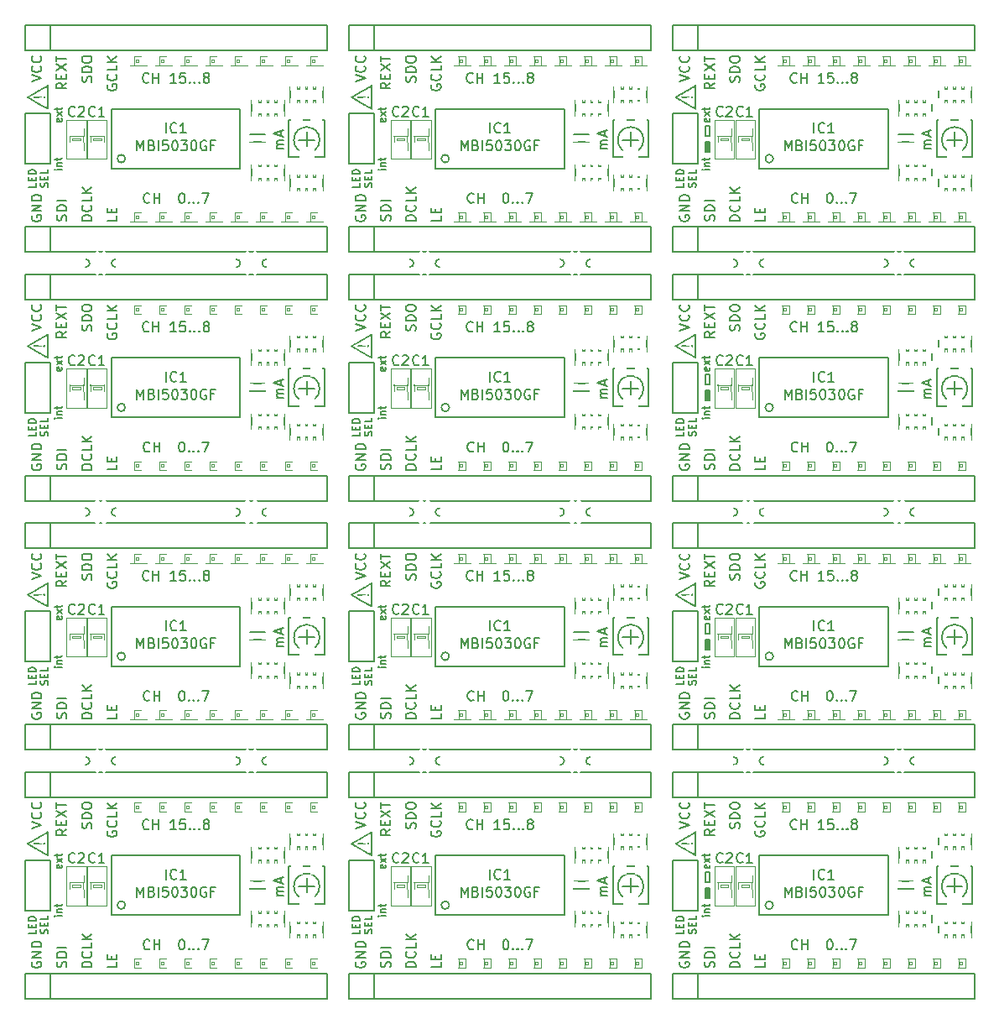
<source format=gto>
G04 (created by PCBNEW (2013-04-03 BZR 4062)-testing) date Thu 04 Apr 2013 12:57:26 AM CEST*
%MOIN*%
G04 Gerber Fmt 3.4, Leading zero omitted, Abs format*
%FSLAX34Y34*%
G01*
G70*
G90*
G04 APERTURE LIST*
%ADD10C,0.006*%
%ADD11C,0.00787402*%
%ADD12C,0.00738189*%
%ADD13C,0.00590551*%
%ADD14C,0.00393701*%
%ADD15C,0.0026*%
%ADD16C,0.002*%
%ADD17C,0.004*%
%ADD18C,0.0001*%
%ADD19R,0.0255906X0.0393701*%
%ADD20R,0.019685X0.0393701*%
%ADD21R,0.0314961X0.0433071*%
%ADD22R,0.0649606X0.0649606*%
%ADD23C,0.0649606*%
%ADD24R,0.0256X0.063*%
%ADD25R,0.0314X0.0314*%
%ADD26R,0.0472X0.0472*%
%ADD27R,0.063X0.0591*%
%ADD28R,0.059X0.0511*%
%ADD29C,0.019685*%
G04 APERTURE END LIST*
G54D10*
G54D11*
X26210Y-25362D02*
X26604Y-25231D01*
X26210Y-25100D01*
X26566Y-24744D02*
X26585Y-24762D01*
X26604Y-24819D01*
X26604Y-24856D01*
X26585Y-24912D01*
X26547Y-24950D01*
X26510Y-24969D01*
X26435Y-24987D01*
X26379Y-24987D01*
X26304Y-24969D01*
X26266Y-24950D01*
X26229Y-24912D01*
X26210Y-24856D01*
X26210Y-24819D01*
X26229Y-24762D01*
X26248Y-24744D01*
X26566Y-24350D02*
X26585Y-24369D01*
X26604Y-24425D01*
X26604Y-24462D01*
X26585Y-24519D01*
X26547Y-24556D01*
X26510Y-24575D01*
X26435Y-24594D01*
X26379Y-24594D01*
X26304Y-24575D01*
X26266Y-24556D01*
X26229Y-24519D01*
X26210Y-24462D01*
X26210Y-24425D01*
X26229Y-24369D01*
X26248Y-24350D01*
X26229Y-30687D02*
X26210Y-30725D01*
X26210Y-30781D01*
X26229Y-30837D01*
X26266Y-30875D01*
X26304Y-30893D01*
X26379Y-30912D01*
X26435Y-30912D01*
X26510Y-30893D01*
X26547Y-30875D01*
X26585Y-30837D01*
X26604Y-30781D01*
X26604Y-30744D01*
X26585Y-30687D01*
X26566Y-30669D01*
X26435Y-30669D01*
X26435Y-30744D01*
X26604Y-30500D02*
X26210Y-30500D01*
X26604Y-30275D01*
X26210Y-30275D01*
X26604Y-30087D02*
X26210Y-30087D01*
X26210Y-29994D01*
X26229Y-29937D01*
X26266Y-29900D01*
X26304Y-29881D01*
X26379Y-29862D01*
X26435Y-29862D01*
X26510Y-29881D01*
X26547Y-29900D01*
X26585Y-29937D01*
X26604Y-29994D01*
X26604Y-30087D01*
X27585Y-30890D02*
X27604Y-30834D01*
X27604Y-30740D01*
X27585Y-30703D01*
X27566Y-30684D01*
X27529Y-30665D01*
X27491Y-30665D01*
X27454Y-30684D01*
X27435Y-30703D01*
X27416Y-30740D01*
X27398Y-30815D01*
X27379Y-30853D01*
X27360Y-30872D01*
X27323Y-30890D01*
X27285Y-30890D01*
X27248Y-30872D01*
X27229Y-30853D01*
X27210Y-30815D01*
X27210Y-30722D01*
X27229Y-30665D01*
X27604Y-30497D02*
X27210Y-30497D01*
X27210Y-30403D01*
X27229Y-30347D01*
X27266Y-30309D01*
X27304Y-30290D01*
X27379Y-30272D01*
X27435Y-30272D01*
X27510Y-30290D01*
X27547Y-30309D01*
X27585Y-30347D01*
X27604Y-30403D01*
X27604Y-30497D01*
X27604Y-30103D02*
X27210Y-30103D01*
X28604Y-30893D02*
X28210Y-30893D01*
X28210Y-30800D01*
X28229Y-30743D01*
X28266Y-30706D01*
X28304Y-30687D01*
X28379Y-30668D01*
X28435Y-30668D01*
X28510Y-30687D01*
X28547Y-30706D01*
X28585Y-30743D01*
X28604Y-30800D01*
X28604Y-30893D01*
X28566Y-30275D02*
X28585Y-30294D01*
X28604Y-30350D01*
X28604Y-30387D01*
X28585Y-30444D01*
X28547Y-30481D01*
X28510Y-30500D01*
X28435Y-30519D01*
X28379Y-30519D01*
X28304Y-30500D01*
X28266Y-30481D01*
X28229Y-30444D01*
X28210Y-30387D01*
X28210Y-30350D01*
X28229Y-30294D01*
X28248Y-30275D01*
X28604Y-29919D02*
X28604Y-30106D01*
X28210Y-30106D01*
X28604Y-29787D02*
X28210Y-29787D01*
X28604Y-29562D02*
X28379Y-29731D01*
X28210Y-29562D02*
X28435Y-29787D01*
X29604Y-30694D02*
X29604Y-30881D01*
X29210Y-30881D01*
X29398Y-30562D02*
X29398Y-30431D01*
X29604Y-30375D02*
X29604Y-30562D01*
X29210Y-30562D01*
X29210Y-30375D01*
X27600Y-25413D02*
X27412Y-25544D01*
X27600Y-25638D02*
X27206Y-25638D01*
X27206Y-25488D01*
X27225Y-25450D01*
X27244Y-25432D01*
X27281Y-25413D01*
X27337Y-25413D01*
X27375Y-25432D01*
X27394Y-25450D01*
X27412Y-25488D01*
X27412Y-25638D01*
X27394Y-25244D02*
X27394Y-25113D01*
X27600Y-25057D02*
X27600Y-25244D01*
X27206Y-25244D01*
X27206Y-25057D01*
X27206Y-24925D02*
X27600Y-24663D01*
X27206Y-24663D02*
X27600Y-24925D01*
X27206Y-24569D02*
X27206Y-24344D01*
X27600Y-24457D02*
X27206Y-24457D01*
X28585Y-25377D02*
X28604Y-25321D01*
X28604Y-25227D01*
X28585Y-25190D01*
X28566Y-25171D01*
X28529Y-25152D01*
X28491Y-25152D01*
X28454Y-25171D01*
X28435Y-25190D01*
X28416Y-25227D01*
X28398Y-25302D01*
X28379Y-25340D01*
X28360Y-25359D01*
X28323Y-25377D01*
X28285Y-25377D01*
X28248Y-25359D01*
X28229Y-25340D01*
X28210Y-25302D01*
X28210Y-25209D01*
X28229Y-25152D01*
X28604Y-24984D02*
X28210Y-24984D01*
X28210Y-24890D01*
X28229Y-24834D01*
X28266Y-24796D01*
X28304Y-24777D01*
X28379Y-24759D01*
X28435Y-24759D01*
X28510Y-24777D01*
X28547Y-24796D01*
X28585Y-24834D01*
X28604Y-24890D01*
X28604Y-24984D01*
X28210Y-24515D02*
X28210Y-24440D01*
X28229Y-24402D01*
X28266Y-24365D01*
X28341Y-24346D01*
X28473Y-24346D01*
X28547Y-24365D01*
X28585Y-24402D01*
X28604Y-24440D01*
X28604Y-24515D01*
X28585Y-24552D01*
X28547Y-24590D01*
X28473Y-24609D01*
X28341Y-24609D01*
X28266Y-24590D01*
X28229Y-24552D01*
X28210Y-24515D01*
X29229Y-25487D02*
X29210Y-25525D01*
X29210Y-25581D01*
X29229Y-25637D01*
X29266Y-25675D01*
X29304Y-25693D01*
X29379Y-25712D01*
X29435Y-25712D01*
X29510Y-25693D01*
X29547Y-25675D01*
X29585Y-25637D01*
X29604Y-25581D01*
X29604Y-25543D01*
X29585Y-25487D01*
X29566Y-25468D01*
X29435Y-25468D01*
X29435Y-25543D01*
X29566Y-25075D02*
X29585Y-25094D01*
X29604Y-25150D01*
X29604Y-25187D01*
X29585Y-25244D01*
X29547Y-25281D01*
X29510Y-25300D01*
X29435Y-25319D01*
X29379Y-25319D01*
X29304Y-25300D01*
X29266Y-25281D01*
X29229Y-25244D01*
X29210Y-25187D01*
X29210Y-25150D01*
X29229Y-25094D01*
X29248Y-25075D01*
X29604Y-24719D02*
X29604Y-24906D01*
X29210Y-24906D01*
X29604Y-24587D02*
X29210Y-24587D01*
X29604Y-24362D02*
X29379Y-24531D01*
X29210Y-24362D02*
X29435Y-24587D01*
X36222Y-28034D02*
X35959Y-28034D01*
X35997Y-28034D02*
X35978Y-28015D01*
X35959Y-27978D01*
X35959Y-27921D01*
X35978Y-27884D01*
X36016Y-27865D01*
X36222Y-27865D01*
X36016Y-27865D02*
X35978Y-27846D01*
X35959Y-27809D01*
X35959Y-27753D01*
X35978Y-27715D01*
X36016Y-27696D01*
X36222Y-27696D01*
X36109Y-27528D02*
X36109Y-27340D01*
X36222Y-27565D02*
X35828Y-27434D01*
X36222Y-27303D01*
G54D12*
X27414Y-28855D02*
X27217Y-28855D01*
X27119Y-28855D02*
X27133Y-28869D01*
X27147Y-28855D01*
X27133Y-28841D01*
X27119Y-28855D01*
X27147Y-28855D01*
X27217Y-28715D02*
X27414Y-28715D01*
X27245Y-28715D02*
X27231Y-28701D01*
X27217Y-28672D01*
X27217Y-28630D01*
X27231Y-28602D01*
X27259Y-28588D01*
X27414Y-28588D01*
X27217Y-28490D02*
X27217Y-28377D01*
X27119Y-28447D02*
X27372Y-28447D01*
X27400Y-28433D01*
X27414Y-28405D01*
X27414Y-28377D01*
X27400Y-26835D02*
X27414Y-26863D01*
X27414Y-26919D01*
X27400Y-26947D01*
X27372Y-26961D01*
X27259Y-26961D01*
X27231Y-26947D01*
X27217Y-26919D01*
X27217Y-26863D01*
X27231Y-26835D01*
X27259Y-26821D01*
X27287Y-26821D01*
X27315Y-26961D01*
X27414Y-26722D02*
X27217Y-26568D01*
X27217Y-26722D02*
X27414Y-26568D01*
X27217Y-26497D02*
X27217Y-26385D01*
X27119Y-26455D02*
X27372Y-26455D01*
X27400Y-26441D01*
X27414Y-26413D01*
X27414Y-26385D01*
X26379Y-29402D02*
X26379Y-29543D01*
X26084Y-29543D01*
X26224Y-29303D02*
X26224Y-29205D01*
X26379Y-29163D02*
X26379Y-29303D01*
X26084Y-29303D01*
X26084Y-29163D01*
X26379Y-29036D02*
X26084Y-29036D01*
X26084Y-28966D01*
X26098Y-28924D01*
X26126Y-28896D01*
X26154Y-28882D01*
X26210Y-28868D01*
X26252Y-28868D01*
X26309Y-28882D01*
X26337Y-28896D01*
X26365Y-28924D01*
X26379Y-28966D01*
X26379Y-29036D01*
X26852Y-29550D02*
X26866Y-29507D01*
X26866Y-29437D01*
X26852Y-29409D01*
X26838Y-29395D01*
X26810Y-29381D01*
X26782Y-29381D01*
X26754Y-29395D01*
X26740Y-29409D01*
X26725Y-29437D01*
X26711Y-29493D01*
X26697Y-29521D01*
X26683Y-29535D01*
X26655Y-29550D01*
X26627Y-29550D01*
X26599Y-29535D01*
X26585Y-29521D01*
X26571Y-29493D01*
X26571Y-29423D01*
X26585Y-29381D01*
X26711Y-29254D02*
X26711Y-29156D01*
X26866Y-29114D02*
X26866Y-29254D01*
X26571Y-29254D01*
X26571Y-29114D01*
X26866Y-28847D02*
X26866Y-28987D01*
X26571Y-28987D01*
G54D11*
X30870Y-25377D02*
X30852Y-25396D01*
X30795Y-25415D01*
X30758Y-25415D01*
X30702Y-25396D01*
X30664Y-25359D01*
X30645Y-25321D01*
X30627Y-25246D01*
X30627Y-25190D01*
X30645Y-25115D01*
X30664Y-25077D01*
X30702Y-25040D01*
X30758Y-25021D01*
X30795Y-25021D01*
X30852Y-25040D01*
X30870Y-25059D01*
X31039Y-25415D02*
X31039Y-25021D01*
X31039Y-25209D02*
X31264Y-25209D01*
X31264Y-25415D02*
X31264Y-25021D01*
X31958Y-25415D02*
X31733Y-25415D01*
X31845Y-25415D02*
X31845Y-25021D01*
X31808Y-25077D01*
X31770Y-25115D01*
X31733Y-25134D01*
X32314Y-25021D02*
X32126Y-25021D01*
X32108Y-25209D01*
X32126Y-25190D01*
X32164Y-25171D01*
X32258Y-25171D01*
X32295Y-25190D01*
X32314Y-25209D01*
X32333Y-25246D01*
X32333Y-25340D01*
X32314Y-25377D01*
X32295Y-25396D01*
X32258Y-25415D01*
X32164Y-25415D01*
X32126Y-25396D01*
X32108Y-25377D01*
X32501Y-25377D02*
X32520Y-25396D01*
X32501Y-25415D01*
X32483Y-25396D01*
X32501Y-25377D01*
X32501Y-25415D01*
X32689Y-25377D02*
X32708Y-25396D01*
X32689Y-25415D01*
X32670Y-25396D01*
X32689Y-25377D01*
X32689Y-25415D01*
X32876Y-25377D02*
X32895Y-25396D01*
X32876Y-25415D01*
X32858Y-25396D01*
X32876Y-25377D01*
X32876Y-25415D01*
X33120Y-25190D02*
X33083Y-25171D01*
X33064Y-25152D01*
X33045Y-25115D01*
X33045Y-25096D01*
X33064Y-25059D01*
X33083Y-25040D01*
X33120Y-25021D01*
X33195Y-25021D01*
X33233Y-25040D01*
X33251Y-25059D01*
X33270Y-25096D01*
X33270Y-25115D01*
X33251Y-25152D01*
X33233Y-25171D01*
X33195Y-25190D01*
X33120Y-25190D01*
X33083Y-25209D01*
X33064Y-25227D01*
X33045Y-25265D01*
X33045Y-25340D01*
X33064Y-25377D01*
X33083Y-25396D01*
X33120Y-25415D01*
X33195Y-25415D01*
X33233Y-25396D01*
X33251Y-25377D01*
X33270Y-25340D01*
X33270Y-25265D01*
X33251Y-25227D01*
X33233Y-25209D01*
X33195Y-25190D01*
X30908Y-30151D02*
X30889Y-30170D01*
X30833Y-30188D01*
X30795Y-30188D01*
X30739Y-30170D01*
X30702Y-30132D01*
X30683Y-30095D01*
X30664Y-30020D01*
X30664Y-29963D01*
X30683Y-29888D01*
X30702Y-29851D01*
X30739Y-29813D01*
X30795Y-29795D01*
X30833Y-29795D01*
X30889Y-29813D01*
X30908Y-29832D01*
X31077Y-30188D02*
X31077Y-29795D01*
X31077Y-29982D02*
X31302Y-29982D01*
X31302Y-30188D02*
X31302Y-29795D01*
X32164Y-29795D02*
X32201Y-29795D01*
X32239Y-29813D01*
X32258Y-29832D01*
X32276Y-29870D01*
X32295Y-29945D01*
X32295Y-30038D01*
X32276Y-30113D01*
X32258Y-30151D01*
X32239Y-30170D01*
X32201Y-30188D01*
X32164Y-30188D01*
X32126Y-30170D01*
X32108Y-30151D01*
X32089Y-30113D01*
X32070Y-30038D01*
X32070Y-29945D01*
X32089Y-29870D01*
X32108Y-29832D01*
X32126Y-29813D01*
X32164Y-29795D01*
X32464Y-30151D02*
X32483Y-30170D01*
X32464Y-30188D01*
X32445Y-30170D01*
X32464Y-30151D01*
X32464Y-30188D01*
X32651Y-30151D02*
X32670Y-30170D01*
X32651Y-30188D01*
X32633Y-30170D01*
X32651Y-30151D01*
X32651Y-30188D01*
X32839Y-30151D02*
X32858Y-30170D01*
X32839Y-30188D01*
X32820Y-30170D01*
X32839Y-30151D01*
X32839Y-30188D01*
X32989Y-29795D02*
X33251Y-29795D01*
X33083Y-30188D01*
X30908Y-40033D02*
X30889Y-40052D01*
X30833Y-40070D01*
X30795Y-40070D01*
X30739Y-40052D01*
X30702Y-40014D01*
X30683Y-39977D01*
X30664Y-39902D01*
X30664Y-39845D01*
X30683Y-39770D01*
X30702Y-39733D01*
X30739Y-39695D01*
X30795Y-39677D01*
X30833Y-39677D01*
X30889Y-39695D01*
X30908Y-39714D01*
X31077Y-40070D02*
X31077Y-39677D01*
X31077Y-39864D02*
X31302Y-39864D01*
X31302Y-40070D02*
X31302Y-39677D01*
X32164Y-39677D02*
X32201Y-39677D01*
X32239Y-39695D01*
X32258Y-39714D01*
X32276Y-39752D01*
X32295Y-39827D01*
X32295Y-39920D01*
X32276Y-39995D01*
X32258Y-40033D01*
X32239Y-40052D01*
X32201Y-40070D01*
X32164Y-40070D01*
X32126Y-40052D01*
X32108Y-40033D01*
X32089Y-39995D01*
X32070Y-39920D01*
X32070Y-39827D01*
X32089Y-39752D01*
X32108Y-39714D01*
X32126Y-39695D01*
X32164Y-39677D01*
X32464Y-40033D02*
X32483Y-40052D01*
X32464Y-40070D01*
X32445Y-40052D01*
X32464Y-40033D01*
X32464Y-40070D01*
X32651Y-40033D02*
X32670Y-40052D01*
X32651Y-40070D01*
X32633Y-40052D01*
X32651Y-40033D01*
X32651Y-40070D01*
X32839Y-40033D02*
X32858Y-40052D01*
X32839Y-40070D01*
X32820Y-40052D01*
X32839Y-40033D01*
X32839Y-40070D01*
X32989Y-39677D02*
X33251Y-39677D01*
X33083Y-40070D01*
X30870Y-35259D02*
X30852Y-35278D01*
X30795Y-35297D01*
X30758Y-35297D01*
X30702Y-35278D01*
X30664Y-35240D01*
X30645Y-35203D01*
X30627Y-35128D01*
X30627Y-35072D01*
X30645Y-34997D01*
X30664Y-34959D01*
X30702Y-34922D01*
X30758Y-34903D01*
X30795Y-34903D01*
X30852Y-34922D01*
X30870Y-34940D01*
X31039Y-35297D02*
X31039Y-34903D01*
X31039Y-35090D02*
X31264Y-35090D01*
X31264Y-35297D02*
X31264Y-34903D01*
X31958Y-35297D02*
X31733Y-35297D01*
X31845Y-35297D02*
X31845Y-34903D01*
X31808Y-34959D01*
X31770Y-34997D01*
X31733Y-35015D01*
X32314Y-34903D02*
X32126Y-34903D01*
X32108Y-35090D01*
X32126Y-35072D01*
X32164Y-35053D01*
X32258Y-35053D01*
X32295Y-35072D01*
X32314Y-35090D01*
X32333Y-35128D01*
X32333Y-35222D01*
X32314Y-35259D01*
X32295Y-35278D01*
X32258Y-35297D01*
X32164Y-35297D01*
X32126Y-35278D01*
X32108Y-35259D01*
X32501Y-35259D02*
X32520Y-35278D01*
X32501Y-35297D01*
X32483Y-35278D01*
X32501Y-35259D01*
X32501Y-35297D01*
X32689Y-35259D02*
X32708Y-35278D01*
X32689Y-35297D01*
X32670Y-35278D01*
X32689Y-35259D01*
X32689Y-35297D01*
X32876Y-35259D02*
X32895Y-35278D01*
X32876Y-35297D01*
X32858Y-35278D01*
X32876Y-35259D01*
X32876Y-35297D01*
X33120Y-35072D02*
X33083Y-35053D01*
X33064Y-35034D01*
X33045Y-34997D01*
X33045Y-34978D01*
X33064Y-34940D01*
X33083Y-34922D01*
X33120Y-34903D01*
X33195Y-34903D01*
X33233Y-34922D01*
X33251Y-34940D01*
X33270Y-34978D01*
X33270Y-34997D01*
X33251Y-35034D01*
X33233Y-35053D01*
X33195Y-35072D01*
X33120Y-35072D01*
X33083Y-35090D01*
X33064Y-35109D01*
X33045Y-35147D01*
X33045Y-35222D01*
X33064Y-35259D01*
X33083Y-35278D01*
X33120Y-35297D01*
X33195Y-35297D01*
X33233Y-35278D01*
X33251Y-35259D01*
X33270Y-35222D01*
X33270Y-35147D01*
X33251Y-35109D01*
X33233Y-35090D01*
X33195Y-35072D01*
G54D12*
X26379Y-39284D02*
X26379Y-39424D01*
X26084Y-39424D01*
X26224Y-39185D02*
X26224Y-39087D01*
X26379Y-39045D02*
X26379Y-39185D01*
X26084Y-39185D01*
X26084Y-39045D01*
X26379Y-38918D02*
X26084Y-38918D01*
X26084Y-38848D01*
X26098Y-38806D01*
X26126Y-38778D01*
X26154Y-38764D01*
X26210Y-38750D01*
X26252Y-38750D01*
X26309Y-38764D01*
X26337Y-38778D01*
X26365Y-38806D01*
X26379Y-38848D01*
X26379Y-38918D01*
X26852Y-39431D02*
X26866Y-39389D01*
X26866Y-39319D01*
X26852Y-39291D01*
X26838Y-39277D01*
X26810Y-39263D01*
X26782Y-39263D01*
X26754Y-39277D01*
X26740Y-39291D01*
X26725Y-39319D01*
X26711Y-39375D01*
X26697Y-39403D01*
X26683Y-39417D01*
X26655Y-39431D01*
X26627Y-39431D01*
X26599Y-39417D01*
X26585Y-39403D01*
X26571Y-39375D01*
X26571Y-39305D01*
X26585Y-39263D01*
X26711Y-39136D02*
X26711Y-39038D01*
X26866Y-38996D02*
X26866Y-39136D01*
X26571Y-39136D01*
X26571Y-38996D01*
X26866Y-38728D02*
X26866Y-38869D01*
X26571Y-38869D01*
X27400Y-36717D02*
X27414Y-36745D01*
X27414Y-36801D01*
X27400Y-36829D01*
X27372Y-36843D01*
X27259Y-36843D01*
X27231Y-36829D01*
X27217Y-36801D01*
X27217Y-36745D01*
X27231Y-36717D01*
X27259Y-36703D01*
X27287Y-36703D01*
X27315Y-36843D01*
X27414Y-36604D02*
X27217Y-36450D01*
X27217Y-36604D02*
X27414Y-36450D01*
X27217Y-36379D02*
X27217Y-36267D01*
X27119Y-36337D02*
X27372Y-36337D01*
X27400Y-36323D01*
X27414Y-36295D01*
X27414Y-36267D01*
X27414Y-38737D02*
X27217Y-38737D01*
X27119Y-38737D02*
X27133Y-38751D01*
X27147Y-38737D01*
X27133Y-38723D01*
X27119Y-38737D01*
X27147Y-38737D01*
X27217Y-38597D02*
X27414Y-38597D01*
X27245Y-38597D02*
X27231Y-38582D01*
X27217Y-38554D01*
X27217Y-38512D01*
X27231Y-38484D01*
X27259Y-38470D01*
X27414Y-38470D01*
X27217Y-38372D02*
X27217Y-38259D01*
X27119Y-38329D02*
X27372Y-38329D01*
X27400Y-38315D01*
X27414Y-38287D01*
X27414Y-38259D01*
G54D11*
X36222Y-37916D02*
X35959Y-37916D01*
X35997Y-37916D02*
X35978Y-37897D01*
X35959Y-37859D01*
X35959Y-37803D01*
X35978Y-37766D01*
X36016Y-37747D01*
X36222Y-37747D01*
X36016Y-37747D02*
X35978Y-37728D01*
X35959Y-37691D01*
X35959Y-37634D01*
X35978Y-37597D01*
X36016Y-37578D01*
X36222Y-37578D01*
X36109Y-37410D02*
X36109Y-37222D01*
X36222Y-37447D02*
X35828Y-37316D01*
X36222Y-37185D01*
X29229Y-35369D02*
X29210Y-35407D01*
X29210Y-35463D01*
X29229Y-35519D01*
X29266Y-35557D01*
X29304Y-35575D01*
X29379Y-35594D01*
X29435Y-35594D01*
X29510Y-35575D01*
X29547Y-35557D01*
X29585Y-35519D01*
X29604Y-35463D01*
X29604Y-35425D01*
X29585Y-35369D01*
X29566Y-35350D01*
X29435Y-35350D01*
X29435Y-35425D01*
X29566Y-34957D02*
X29585Y-34975D01*
X29604Y-35032D01*
X29604Y-35069D01*
X29585Y-35125D01*
X29547Y-35163D01*
X29510Y-35182D01*
X29435Y-35200D01*
X29379Y-35200D01*
X29304Y-35182D01*
X29266Y-35163D01*
X29229Y-35125D01*
X29210Y-35069D01*
X29210Y-35032D01*
X29229Y-34975D01*
X29248Y-34957D01*
X29604Y-34600D02*
X29604Y-34788D01*
X29210Y-34788D01*
X29604Y-34469D02*
X29210Y-34469D01*
X29604Y-34244D02*
X29379Y-34413D01*
X29210Y-34244D02*
X29435Y-34469D01*
X28585Y-35259D02*
X28604Y-35203D01*
X28604Y-35109D01*
X28585Y-35072D01*
X28566Y-35053D01*
X28529Y-35034D01*
X28491Y-35034D01*
X28454Y-35053D01*
X28435Y-35072D01*
X28416Y-35109D01*
X28398Y-35184D01*
X28379Y-35222D01*
X28360Y-35240D01*
X28323Y-35259D01*
X28285Y-35259D01*
X28248Y-35240D01*
X28229Y-35222D01*
X28210Y-35184D01*
X28210Y-35090D01*
X28229Y-35034D01*
X28604Y-34865D02*
X28210Y-34865D01*
X28210Y-34772D01*
X28229Y-34715D01*
X28266Y-34678D01*
X28304Y-34659D01*
X28379Y-34640D01*
X28435Y-34640D01*
X28510Y-34659D01*
X28547Y-34678D01*
X28585Y-34715D01*
X28604Y-34772D01*
X28604Y-34865D01*
X28210Y-34397D02*
X28210Y-34322D01*
X28229Y-34284D01*
X28266Y-34247D01*
X28341Y-34228D01*
X28473Y-34228D01*
X28547Y-34247D01*
X28585Y-34284D01*
X28604Y-34322D01*
X28604Y-34397D01*
X28585Y-34434D01*
X28547Y-34472D01*
X28473Y-34491D01*
X28341Y-34491D01*
X28266Y-34472D01*
X28229Y-34434D01*
X28210Y-34397D01*
X27600Y-35295D02*
X27412Y-35426D01*
X27600Y-35520D02*
X27206Y-35520D01*
X27206Y-35370D01*
X27225Y-35332D01*
X27244Y-35314D01*
X27281Y-35295D01*
X27337Y-35295D01*
X27375Y-35314D01*
X27394Y-35332D01*
X27412Y-35370D01*
X27412Y-35520D01*
X27394Y-35126D02*
X27394Y-34995D01*
X27600Y-34939D02*
X27600Y-35126D01*
X27206Y-35126D01*
X27206Y-34939D01*
X27206Y-34807D02*
X27600Y-34545D01*
X27206Y-34545D02*
X27600Y-34807D01*
X27206Y-34451D02*
X27206Y-34226D01*
X27600Y-34339D02*
X27206Y-34339D01*
X29604Y-40575D02*
X29604Y-40763D01*
X29210Y-40763D01*
X29398Y-40444D02*
X29398Y-40313D01*
X29604Y-40257D02*
X29604Y-40444D01*
X29210Y-40444D01*
X29210Y-40257D01*
X28604Y-40775D02*
X28210Y-40775D01*
X28210Y-40682D01*
X28229Y-40625D01*
X28266Y-40588D01*
X28304Y-40569D01*
X28379Y-40550D01*
X28435Y-40550D01*
X28510Y-40569D01*
X28547Y-40588D01*
X28585Y-40625D01*
X28604Y-40682D01*
X28604Y-40775D01*
X28566Y-40157D02*
X28585Y-40175D01*
X28604Y-40232D01*
X28604Y-40269D01*
X28585Y-40325D01*
X28547Y-40363D01*
X28510Y-40382D01*
X28435Y-40400D01*
X28379Y-40400D01*
X28304Y-40382D01*
X28266Y-40363D01*
X28229Y-40325D01*
X28210Y-40269D01*
X28210Y-40232D01*
X28229Y-40175D01*
X28248Y-40157D01*
X28604Y-39800D02*
X28604Y-39988D01*
X28210Y-39988D01*
X28604Y-39669D02*
X28210Y-39669D01*
X28604Y-39444D02*
X28379Y-39613D01*
X28210Y-39444D02*
X28435Y-39669D01*
X27585Y-40772D02*
X27604Y-40716D01*
X27604Y-40622D01*
X27585Y-40585D01*
X27566Y-40566D01*
X27529Y-40547D01*
X27491Y-40547D01*
X27454Y-40566D01*
X27435Y-40585D01*
X27416Y-40622D01*
X27398Y-40697D01*
X27379Y-40735D01*
X27360Y-40754D01*
X27323Y-40772D01*
X27285Y-40772D01*
X27248Y-40754D01*
X27229Y-40735D01*
X27210Y-40697D01*
X27210Y-40604D01*
X27229Y-40547D01*
X27604Y-40379D02*
X27210Y-40379D01*
X27210Y-40285D01*
X27229Y-40229D01*
X27266Y-40191D01*
X27304Y-40172D01*
X27379Y-40154D01*
X27435Y-40154D01*
X27510Y-40172D01*
X27547Y-40191D01*
X27585Y-40229D01*
X27604Y-40285D01*
X27604Y-40379D01*
X27604Y-39985D02*
X27210Y-39985D01*
X26229Y-40569D02*
X26210Y-40607D01*
X26210Y-40663D01*
X26229Y-40719D01*
X26266Y-40757D01*
X26304Y-40775D01*
X26379Y-40794D01*
X26435Y-40794D01*
X26510Y-40775D01*
X26547Y-40757D01*
X26585Y-40719D01*
X26604Y-40663D01*
X26604Y-40625D01*
X26585Y-40569D01*
X26566Y-40550D01*
X26435Y-40550D01*
X26435Y-40625D01*
X26604Y-40382D02*
X26210Y-40382D01*
X26604Y-40157D01*
X26210Y-40157D01*
X26604Y-39969D02*
X26210Y-39969D01*
X26210Y-39875D01*
X26229Y-39819D01*
X26266Y-39782D01*
X26304Y-39763D01*
X26379Y-39744D01*
X26435Y-39744D01*
X26510Y-39763D01*
X26547Y-39782D01*
X26585Y-39819D01*
X26604Y-39875D01*
X26604Y-39969D01*
X26210Y-35244D02*
X26604Y-35113D01*
X26210Y-34982D01*
X26566Y-34625D02*
X26585Y-34644D01*
X26604Y-34700D01*
X26604Y-34738D01*
X26585Y-34794D01*
X26547Y-34832D01*
X26510Y-34850D01*
X26435Y-34869D01*
X26379Y-34869D01*
X26304Y-34850D01*
X26266Y-34832D01*
X26229Y-34794D01*
X26210Y-34738D01*
X26210Y-34700D01*
X26229Y-34644D01*
X26248Y-34625D01*
X26566Y-34232D02*
X26585Y-34250D01*
X26604Y-34307D01*
X26604Y-34344D01*
X26585Y-34400D01*
X26547Y-34438D01*
X26510Y-34457D01*
X26435Y-34475D01*
X26379Y-34475D01*
X26304Y-34457D01*
X26266Y-34438D01*
X26229Y-34400D01*
X26210Y-34344D01*
X26210Y-34307D01*
X26229Y-34250D01*
X26248Y-34232D01*
X26210Y-45126D02*
X26604Y-44995D01*
X26210Y-44864D01*
X26566Y-44507D02*
X26585Y-44526D01*
X26604Y-44582D01*
X26604Y-44620D01*
X26585Y-44676D01*
X26547Y-44714D01*
X26510Y-44732D01*
X26435Y-44751D01*
X26379Y-44751D01*
X26304Y-44732D01*
X26266Y-44714D01*
X26229Y-44676D01*
X26210Y-44620D01*
X26210Y-44582D01*
X26229Y-44526D01*
X26248Y-44507D01*
X26566Y-44114D02*
X26585Y-44132D01*
X26604Y-44189D01*
X26604Y-44226D01*
X26585Y-44282D01*
X26547Y-44320D01*
X26510Y-44339D01*
X26435Y-44357D01*
X26379Y-44357D01*
X26304Y-44339D01*
X26266Y-44320D01*
X26229Y-44282D01*
X26210Y-44226D01*
X26210Y-44189D01*
X26229Y-44132D01*
X26248Y-44114D01*
X26229Y-50451D02*
X26210Y-50489D01*
X26210Y-50545D01*
X26229Y-50601D01*
X26266Y-50639D01*
X26304Y-50657D01*
X26379Y-50676D01*
X26435Y-50676D01*
X26510Y-50657D01*
X26547Y-50639D01*
X26585Y-50601D01*
X26604Y-50545D01*
X26604Y-50507D01*
X26585Y-50451D01*
X26566Y-50432D01*
X26435Y-50432D01*
X26435Y-50507D01*
X26604Y-50264D02*
X26210Y-50264D01*
X26604Y-50039D01*
X26210Y-50039D01*
X26604Y-49851D02*
X26210Y-49851D01*
X26210Y-49757D01*
X26229Y-49701D01*
X26266Y-49664D01*
X26304Y-49645D01*
X26379Y-49626D01*
X26435Y-49626D01*
X26510Y-49645D01*
X26547Y-49664D01*
X26585Y-49701D01*
X26604Y-49757D01*
X26604Y-49851D01*
X27585Y-50654D02*
X27604Y-50598D01*
X27604Y-50504D01*
X27585Y-50467D01*
X27566Y-50448D01*
X27529Y-50429D01*
X27491Y-50429D01*
X27454Y-50448D01*
X27435Y-50467D01*
X27416Y-50504D01*
X27398Y-50579D01*
X27379Y-50617D01*
X27360Y-50635D01*
X27323Y-50654D01*
X27285Y-50654D01*
X27248Y-50635D01*
X27229Y-50617D01*
X27210Y-50579D01*
X27210Y-50485D01*
X27229Y-50429D01*
X27604Y-50260D02*
X27210Y-50260D01*
X27210Y-50167D01*
X27229Y-50110D01*
X27266Y-50073D01*
X27304Y-50054D01*
X27379Y-50035D01*
X27435Y-50035D01*
X27510Y-50054D01*
X27547Y-50073D01*
X27585Y-50110D01*
X27604Y-50167D01*
X27604Y-50260D01*
X27604Y-49867D02*
X27210Y-49867D01*
X28604Y-50657D02*
X28210Y-50657D01*
X28210Y-50564D01*
X28229Y-50507D01*
X28266Y-50470D01*
X28304Y-50451D01*
X28379Y-50432D01*
X28435Y-50432D01*
X28510Y-50451D01*
X28547Y-50470D01*
X28585Y-50507D01*
X28604Y-50564D01*
X28604Y-50657D01*
X28566Y-50039D02*
X28585Y-50057D01*
X28604Y-50114D01*
X28604Y-50151D01*
X28585Y-50207D01*
X28547Y-50245D01*
X28510Y-50264D01*
X28435Y-50282D01*
X28379Y-50282D01*
X28304Y-50264D01*
X28266Y-50245D01*
X28229Y-50207D01*
X28210Y-50151D01*
X28210Y-50114D01*
X28229Y-50057D01*
X28248Y-50039D01*
X28604Y-49682D02*
X28604Y-49870D01*
X28210Y-49870D01*
X28604Y-49551D02*
X28210Y-49551D01*
X28604Y-49326D02*
X28379Y-49495D01*
X28210Y-49326D02*
X28435Y-49551D01*
X29604Y-50457D02*
X29604Y-50645D01*
X29210Y-50645D01*
X29398Y-50326D02*
X29398Y-50195D01*
X29604Y-50139D02*
X29604Y-50326D01*
X29210Y-50326D01*
X29210Y-50139D01*
X27600Y-45177D02*
X27412Y-45308D01*
X27600Y-45402D02*
X27206Y-45402D01*
X27206Y-45252D01*
X27225Y-45214D01*
X27244Y-45195D01*
X27281Y-45177D01*
X27337Y-45177D01*
X27375Y-45195D01*
X27394Y-45214D01*
X27412Y-45252D01*
X27412Y-45402D01*
X27394Y-45008D02*
X27394Y-44877D01*
X27600Y-44820D02*
X27600Y-45008D01*
X27206Y-45008D01*
X27206Y-44820D01*
X27206Y-44689D02*
X27600Y-44427D01*
X27206Y-44427D02*
X27600Y-44689D01*
X27206Y-44333D02*
X27206Y-44108D01*
X27600Y-44221D02*
X27206Y-44221D01*
X28585Y-45141D02*
X28604Y-45085D01*
X28604Y-44991D01*
X28585Y-44954D01*
X28566Y-44935D01*
X28529Y-44916D01*
X28491Y-44916D01*
X28454Y-44935D01*
X28435Y-44954D01*
X28416Y-44991D01*
X28398Y-45066D01*
X28379Y-45104D01*
X28360Y-45122D01*
X28323Y-45141D01*
X28285Y-45141D01*
X28248Y-45122D01*
X28229Y-45104D01*
X28210Y-45066D01*
X28210Y-44972D01*
X28229Y-44916D01*
X28604Y-44747D02*
X28210Y-44747D01*
X28210Y-44654D01*
X28229Y-44597D01*
X28266Y-44560D01*
X28304Y-44541D01*
X28379Y-44522D01*
X28435Y-44522D01*
X28510Y-44541D01*
X28547Y-44560D01*
X28585Y-44597D01*
X28604Y-44654D01*
X28604Y-44747D01*
X28210Y-44279D02*
X28210Y-44204D01*
X28229Y-44166D01*
X28266Y-44129D01*
X28341Y-44110D01*
X28473Y-44110D01*
X28547Y-44129D01*
X28585Y-44166D01*
X28604Y-44204D01*
X28604Y-44279D01*
X28585Y-44316D01*
X28547Y-44354D01*
X28473Y-44372D01*
X28341Y-44372D01*
X28266Y-44354D01*
X28229Y-44316D01*
X28210Y-44279D01*
X29229Y-45251D02*
X29210Y-45289D01*
X29210Y-45345D01*
X29229Y-45401D01*
X29266Y-45438D01*
X29304Y-45457D01*
X29379Y-45476D01*
X29435Y-45476D01*
X29510Y-45457D01*
X29547Y-45438D01*
X29585Y-45401D01*
X29604Y-45345D01*
X29604Y-45307D01*
X29585Y-45251D01*
X29566Y-45232D01*
X29435Y-45232D01*
X29435Y-45307D01*
X29566Y-44839D02*
X29585Y-44857D01*
X29604Y-44914D01*
X29604Y-44951D01*
X29585Y-45007D01*
X29547Y-45045D01*
X29510Y-45064D01*
X29435Y-45082D01*
X29379Y-45082D01*
X29304Y-45064D01*
X29266Y-45045D01*
X29229Y-45007D01*
X29210Y-44951D01*
X29210Y-44914D01*
X29229Y-44857D01*
X29248Y-44839D01*
X29604Y-44482D02*
X29604Y-44670D01*
X29210Y-44670D01*
X29604Y-44351D02*
X29210Y-44351D01*
X29604Y-44126D02*
X29379Y-44295D01*
X29210Y-44126D02*
X29435Y-44351D01*
X36222Y-47798D02*
X35959Y-47798D01*
X35997Y-47798D02*
X35978Y-47779D01*
X35959Y-47741D01*
X35959Y-47685D01*
X35978Y-47648D01*
X36016Y-47629D01*
X36222Y-47629D01*
X36016Y-47629D02*
X35978Y-47610D01*
X35959Y-47573D01*
X35959Y-47516D01*
X35978Y-47479D01*
X36016Y-47460D01*
X36222Y-47460D01*
X36109Y-47291D02*
X36109Y-47104D01*
X36222Y-47329D02*
X35828Y-47198D01*
X36222Y-47066D01*
G54D12*
X27414Y-48619D02*
X27217Y-48619D01*
X27119Y-48619D02*
X27133Y-48633D01*
X27147Y-48619D01*
X27133Y-48605D01*
X27119Y-48619D01*
X27147Y-48619D01*
X27217Y-48478D02*
X27414Y-48478D01*
X27245Y-48478D02*
X27231Y-48464D01*
X27217Y-48436D01*
X27217Y-48394D01*
X27231Y-48366D01*
X27259Y-48352D01*
X27414Y-48352D01*
X27217Y-48253D02*
X27217Y-48141D01*
X27119Y-48211D02*
X27372Y-48211D01*
X27400Y-48197D01*
X27414Y-48169D01*
X27414Y-48141D01*
X27400Y-46599D02*
X27414Y-46627D01*
X27414Y-46683D01*
X27400Y-46711D01*
X27372Y-46725D01*
X27259Y-46725D01*
X27231Y-46711D01*
X27217Y-46683D01*
X27217Y-46627D01*
X27231Y-46599D01*
X27259Y-46585D01*
X27287Y-46585D01*
X27315Y-46725D01*
X27414Y-46486D02*
X27217Y-46332D01*
X27217Y-46486D02*
X27414Y-46332D01*
X27217Y-46261D02*
X27217Y-46149D01*
X27119Y-46219D02*
X27372Y-46219D01*
X27400Y-46205D01*
X27414Y-46177D01*
X27414Y-46149D01*
X26379Y-49166D02*
X26379Y-49306D01*
X26084Y-49306D01*
X26224Y-49067D02*
X26224Y-48969D01*
X26379Y-48927D02*
X26379Y-49067D01*
X26084Y-49067D01*
X26084Y-48927D01*
X26379Y-48800D02*
X26084Y-48800D01*
X26084Y-48730D01*
X26098Y-48688D01*
X26126Y-48660D01*
X26154Y-48645D01*
X26210Y-48631D01*
X26252Y-48631D01*
X26309Y-48645D01*
X26337Y-48660D01*
X26365Y-48688D01*
X26379Y-48730D01*
X26379Y-48800D01*
X26852Y-49313D02*
X26866Y-49271D01*
X26866Y-49201D01*
X26852Y-49173D01*
X26838Y-49159D01*
X26810Y-49145D01*
X26782Y-49145D01*
X26754Y-49159D01*
X26740Y-49173D01*
X26725Y-49201D01*
X26711Y-49257D01*
X26697Y-49285D01*
X26683Y-49299D01*
X26655Y-49313D01*
X26627Y-49313D01*
X26599Y-49299D01*
X26585Y-49285D01*
X26571Y-49257D01*
X26571Y-49187D01*
X26585Y-49145D01*
X26711Y-49018D02*
X26711Y-48920D01*
X26866Y-48877D02*
X26866Y-49018D01*
X26571Y-49018D01*
X26571Y-48877D01*
X26866Y-48610D02*
X26866Y-48751D01*
X26571Y-48751D01*
G54D11*
X30870Y-45141D02*
X30852Y-45160D01*
X30795Y-45179D01*
X30758Y-45179D01*
X30702Y-45160D01*
X30664Y-45122D01*
X30645Y-45085D01*
X30627Y-45010D01*
X30627Y-44954D01*
X30645Y-44879D01*
X30664Y-44841D01*
X30702Y-44804D01*
X30758Y-44785D01*
X30795Y-44785D01*
X30852Y-44804D01*
X30870Y-44822D01*
X31039Y-45179D02*
X31039Y-44785D01*
X31039Y-44972D02*
X31264Y-44972D01*
X31264Y-45179D02*
X31264Y-44785D01*
X31958Y-45179D02*
X31733Y-45179D01*
X31845Y-45179D02*
X31845Y-44785D01*
X31808Y-44841D01*
X31770Y-44879D01*
X31733Y-44897D01*
X32314Y-44785D02*
X32126Y-44785D01*
X32108Y-44972D01*
X32126Y-44954D01*
X32164Y-44935D01*
X32258Y-44935D01*
X32295Y-44954D01*
X32314Y-44972D01*
X32333Y-45010D01*
X32333Y-45104D01*
X32314Y-45141D01*
X32295Y-45160D01*
X32258Y-45179D01*
X32164Y-45179D01*
X32126Y-45160D01*
X32108Y-45141D01*
X32501Y-45141D02*
X32520Y-45160D01*
X32501Y-45179D01*
X32483Y-45160D01*
X32501Y-45141D01*
X32501Y-45179D01*
X32689Y-45141D02*
X32708Y-45160D01*
X32689Y-45179D01*
X32670Y-45160D01*
X32689Y-45141D01*
X32689Y-45179D01*
X32876Y-45141D02*
X32895Y-45160D01*
X32876Y-45179D01*
X32858Y-45160D01*
X32876Y-45141D01*
X32876Y-45179D01*
X33120Y-44954D02*
X33083Y-44935D01*
X33064Y-44916D01*
X33045Y-44879D01*
X33045Y-44860D01*
X33064Y-44822D01*
X33083Y-44804D01*
X33120Y-44785D01*
X33195Y-44785D01*
X33233Y-44804D01*
X33251Y-44822D01*
X33270Y-44860D01*
X33270Y-44879D01*
X33251Y-44916D01*
X33233Y-44935D01*
X33195Y-44954D01*
X33120Y-44954D01*
X33083Y-44972D01*
X33064Y-44991D01*
X33045Y-45029D01*
X33045Y-45104D01*
X33064Y-45141D01*
X33083Y-45160D01*
X33120Y-45179D01*
X33195Y-45179D01*
X33233Y-45160D01*
X33251Y-45141D01*
X33270Y-45104D01*
X33270Y-45029D01*
X33251Y-44991D01*
X33233Y-44972D01*
X33195Y-44954D01*
X30908Y-49915D02*
X30889Y-49933D01*
X30833Y-49952D01*
X30795Y-49952D01*
X30739Y-49933D01*
X30702Y-49896D01*
X30683Y-49858D01*
X30664Y-49783D01*
X30664Y-49727D01*
X30683Y-49652D01*
X30702Y-49615D01*
X30739Y-49577D01*
X30795Y-49558D01*
X30833Y-49558D01*
X30889Y-49577D01*
X30908Y-49596D01*
X31077Y-49952D02*
X31077Y-49558D01*
X31077Y-49746D02*
X31302Y-49746D01*
X31302Y-49952D02*
X31302Y-49558D01*
X32164Y-49558D02*
X32201Y-49558D01*
X32239Y-49577D01*
X32258Y-49596D01*
X32276Y-49633D01*
X32295Y-49708D01*
X32295Y-49802D01*
X32276Y-49877D01*
X32258Y-49915D01*
X32239Y-49933D01*
X32201Y-49952D01*
X32164Y-49952D01*
X32126Y-49933D01*
X32108Y-49915D01*
X32089Y-49877D01*
X32070Y-49802D01*
X32070Y-49708D01*
X32089Y-49633D01*
X32108Y-49596D01*
X32126Y-49577D01*
X32164Y-49558D01*
X32464Y-49915D02*
X32483Y-49933D01*
X32464Y-49952D01*
X32445Y-49933D01*
X32464Y-49915D01*
X32464Y-49952D01*
X32651Y-49915D02*
X32670Y-49933D01*
X32651Y-49952D01*
X32633Y-49933D01*
X32651Y-49915D01*
X32651Y-49952D01*
X32839Y-49915D02*
X32858Y-49933D01*
X32839Y-49952D01*
X32820Y-49933D01*
X32839Y-49915D01*
X32839Y-49952D01*
X32989Y-49558D02*
X33251Y-49558D01*
X33083Y-49952D01*
X30908Y-59797D02*
X30889Y-59815D01*
X30833Y-59834D01*
X30795Y-59834D01*
X30739Y-59815D01*
X30702Y-59778D01*
X30683Y-59740D01*
X30664Y-59665D01*
X30664Y-59609D01*
X30683Y-59534D01*
X30702Y-59497D01*
X30739Y-59459D01*
X30795Y-59440D01*
X30833Y-59440D01*
X30889Y-59459D01*
X30908Y-59478D01*
X31077Y-59834D02*
X31077Y-59440D01*
X31077Y-59628D02*
X31302Y-59628D01*
X31302Y-59834D02*
X31302Y-59440D01*
X32164Y-59440D02*
X32201Y-59440D01*
X32239Y-59459D01*
X32258Y-59478D01*
X32276Y-59515D01*
X32295Y-59590D01*
X32295Y-59684D01*
X32276Y-59759D01*
X32258Y-59797D01*
X32239Y-59815D01*
X32201Y-59834D01*
X32164Y-59834D01*
X32126Y-59815D01*
X32108Y-59797D01*
X32089Y-59759D01*
X32070Y-59684D01*
X32070Y-59590D01*
X32089Y-59515D01*
X32108Y-59478D01*
X32126Y-59459D01*
X32164Y-59440D01*
X32464Y-59797D02*
X32483Y-59815D01*
X32464Y-59834D01*
X32445Y-59815D01*
X32464Y-59797D01*
X32464Y-59834D01*
X32651Y-59797D02*
X32670Y-59815D01*
X32651Y-59834D01*
X32633Y-59815D01*
X32651Y-59797D01*
X32651Y-59834D01*
X32839Y-59797D02*
X32858Y-59815D01*
X32839Y-59834D01*
X32820Y-59815D01*
X32839Y-59797D01*
X32839Y-59834D01*
X32989Y-59440D02*
X33251Y-59440D01*
X33083Y-59834D01*
X30870Y-55023D02*
X30852Y-55042D01*
X30795Y-55060D01*
X30758Y-55060D01*
X30702Y-55042D01*
X30664Y-55004D01*
X30645Y-54967D01*
X30627Y-54892D01*
X30627Y-54835D01*
X30645Y-54760D01*
X30664Y-54723D01*
X30702Y-54685D01*
X30758Y-54667D01*
X30795Y-54667D01*
X30852Y-54685D01*
X30870Y-54704D01*
X31039Y-55060D02*
X31039Y-54667D01*
X31039Y-54854D02*
X31264Y-54854D01*
X31264Y-55060D02*
X31264Y-54667D01*
X31958Y-55060D02*
X31733Y-55060D01*
X31845Y-55060D02*
X31845Y-54667D01*
X31808Y-54723D01*
X31770Y-54760D01*
X31733Y-54779D01*
X32314Y-54667D02*
X32126Y-54667D01*
X32108Y-54854D01*
X32126Y-54835D01*
X32164Y-54817D01*
X32258Y-54817D01*
X32295Y-54835D01*
X32314Y-54854D01*
X32333Y-54892D01*
X32333Y-54985D01*
X32314Y-55023D01*
X32295Y-55042D01*
X32258Y-55060D01*
X32164Y-55060D01*
X32126Y-55042D01*
X32108Y-55023D01*
X32501Y-55023D02*
X32520Y-55042D01*
X32501Y-55060D01*
X32483Y-55042D01*
X32501Y-55023D01*
X32501Y-55060D01*
X32689Y-55023D02*
X32708Y-55042D01*
X32689Y-55060D01*
X32670Y-55042D01*
X32689Y-55023D01*
X32689Y-55060D01*
X32876Y-55023D02*
X32895Y-55042D01*
X32876Y-55060D01*
X32858Y-55042D01*
X32876Y-55023D01*
X32876Y-55060D01*
X33120Y-54835D02*
X33083Y-54817D01*
X33064Y-54798D01*
X33045Y-54760D01*
X33045Y-54742D01*
X33064Y-54704D01*
X33083Y-54685D01*
X33120Y-54667D01*
X33195Y-54667D01*
X33233Y-54685D01*
X33251Y-54704D01*
X33270Y-54742D01*
X33270Y-54760D01*
X33251Y-54798D01*
X33233Y-54817D01*
X33195Y-54835D01*
X33120Y-54835D01*
X33083Y-54854D01*
X33064Y-54873D01*
X33045Y-54910D01*
X33045Y-54985D01*
X33064Y-55023D01*
X33083Y-55042D01*
X33120Y-55060D01*
X33195Y-55060D01*
X33233Y-55042D01*
X33251Y-55023D01*
X33270Y-54985D01*
X33270Y-54910D01*
X33251Y-54873D01*
X33233Y-54854D01*
X33195Y-54835D01*
G54D12*
X26379Y-59048D02*
X26379Y-59188D01*
X26084Y-59188D01*
X26224Y-58949D02*
X26224Y-58851D01*
X26379Y-58809D02*
X26379Y-58949D01*
X26084Y-58949D01*
X26084Y-58809D01*
X26379Y-58682D02*
X26084Y-58682D01*
X26084Y-58612D01*
X26098Y-58570D01*
X26126Y-58541D01*
X26154Y-58527D01*
X26210Y-58513D01*
X26252Y-58513D01*
X26309Y-58527D01*
X26337Y-58541D01*
X26365Y-58570D01*
X26379Y-58612D01*
X26379Y-58682D01*
X26852Y-59195D02*
X26866Y-59153D01*
X26866Y-59083D01*
X26852Y-59055D01*
X26838Y-59041D01*
X26810Y-59026D01*
X26782Y-59026D01*
X26754Y-59041D01*
X26740Y-59055D01*
X26725Y-59083D01*
X26711Y-59139D01*
X26697Y-59167D01*
X26683Y-59181D01*
X26655Y-59195D01*
X26627Y-59195D01*
X26599Y-59181D01*
X26585Y-59167D01*
X26571Y-59139D01*
X26571Y-59069D01*
X26585Y-59026D01*
X26711Y-58900D02*
X26711Y-58802D01*
X26866Y-58759D02*
X26866Y-58900D01*
X26571Y-58900D01*
X26571Y-58759D01*
X26866Y-58492D02*
X26866Y-58633D01*
X26571Y-58633D01*
X27400Y-56481D02*
X27414Y-56509D01*
X27414Y-56565D01*
X27400Y-56593D01*
X27372Y-56607D01*
X27259Y-56607D01*
X27231Y-56593D01*
X27217Y-56565D01*
X27217Y-56509D01*
X27231Y-56481D01*
X27259Y-56467D01*
X27287Y-56467D01*
X27315Y-56607D01*
X27414Y-56368D02*
X27217Y-56213D01*
X27217Y-56368D02*
X27414Y-56213D01*
X27217Y-56143D02*
X27217Y-56031D01*
X27119Y-56101D02*
X27372Y-56101D01*
X27400Y-56087D01*
X27414Y-56059D01*
X27414Y-56031D01*
X27414Y-58501D02*
X27217Y-58501D01*
X27119Y-58501D02*
X27133Y-58515D01*
X27147Y-58501D01*
X27133Y-58487D01*
X27119Y-58501D01*
X27147Y-58501D01*
X27217Y-58360D02*
X27414Y-58360D01*
X27245Y-58360D02*
X27231Y-58346D01*
X27217Y-58318D01*
X27217Y-58276D01*
X27231Y-58248D01*
X27259Y-58234D01*
X27414Y-58234D01*
X27217Y-58135D02*
X27217Y-58023D01*
X27119Y-58093D02*
X27372Y-58093D01*
X27400Y-58079D01*
X27414Y-58051D01*
X27414Y-58023D01*
G54D11*
X36222Y-57679D02*
X35959Y-57679D01*
X35997Y-57679D02*
X35978Y-57661D01*
X35959Y-57623D01*
X35959Y-57567D01*
X35978Y-57529D01*
X36016Y-57511D01*
X36222Y-57511D01*
X36016Y-57511D02*
X35978Y-57492D01*
X35959Y-57455D01*
X35959Y-57398D01*
X35978Y-57361D01*
X36016Y-57342D01*
X36222Y-57342D01*
X36109Y-57173D02*
X36109Y-56986D01*
X36222Y-57211D02*
X35828Y-57080D01*
X36222Y-56948D01*
X29229Y-55133D02*
X29210Y-55170D01*
X29210Y-55227D01*
X29229Y-55283D01*
X29266Y-55320D01*
X29304Y-55339D01*
X29379Y-55358D01*
X29435Y-55358D01*
X29510Y-55339D01*
X29547Y-55320D01*
X29585Y-55283D01*
X29604Y-55227D01*
X29604Y-55189D01*
X29585Y-55133D01*
X29566Y-55114D01*
X29435Y-55114D01*
X29435Y-55189D01*
X29566Y-54720D02*
X29585Y-54739D01*
X29604Y-54795D01*
X29604Y-54833D01*
X29585Y-54889D01*
X29547Y-54927D01*
X29510Y-54945D01*
X29435Y-54964D01*
X29379Y-54964D01*
X29304Y-54945D01*
X29266Y-54927D01*
X29229Y-54889D01*
X29210Y-54833D01*
X29210Y-54795D01*
X29229Y-54739D01*
X29248Y-54720D01*
X29604Y-54364D02*
X29604Y-54552D01*
X29210Y-54552D01*
X29604Y-54233D02*
X29210Y-54233D01*
X29604Y-54008D02*
X29379Y-54177D01*
X29210Y-54008D02*
X29435Y-54233D01*
X28585Y-55023D02*
X28604Y-54967D01*
X28604Y-54873D01*
X28585Y-54835D01*
X28566Y-54817D01*
X28529Y-54798D01*
X28491Y-54798D01*
X28454Y-54817D01*
X28435Y-54835D01*
X28416Y-54873D01*
X28398Y-54948D01*
X28379Y-54985D01*
X28360Y-55004D01*
X28323Y-55023D01*
X28285Y-55023D01*
X28248Y-55004D01*
X28229Y-54985D01*
X28210Y-54948D01*
X28210Y-54854D01*
X28229Y-54798D01*
X28604Y-54629D02*
X28210Y-54629D01*
X28210Y-54535D01*
X28229Y-54479D01*
X28266Y-54442D01*
X28304Y-54423D01*
X28379Y-54404D01*
X28435Y-54404D01*
X28510Y-54423D01*
X28547Y-54442D01*
X28585Y-54479D01*
X28604Y-54535D01*
X28604Y-54629D01*
X28210Y-54161D02*
X28210Y-54086D01*
X28229Y-54048D01*
X28266Y-54011D01*
X28341Y-53992D01*
X28473Y-53992D01*
X28547Y-54011D01*
X28585Y-54048D01*
X28604Y-54086D01*
X28604Y-54161D01*
X28585Y-54198D01*
X28547Y-54236D01*
X28473Y-54254D01*
X28341Y-54254D01*
X28266Y-54236D01*
X28229Y-54198D01*
X28210Y-54161D01*
X27600Y-55059D02*
X27412Y-55190D01*
X27600Y-55284D02*
X27206Y-55284D01*
X27206Y-55134D01*
X27225Y-55096D01*
X27244Y-55077D01*
X27281Y-55059D01*
X27337Y-55059D01*
X27375Y-55077D01*
X27394Y-55096D01*
X27412Y-55134D01*
X27412Y-55284D01*
X27394Y-54890D02*
X27394Y-54759D01*
X27600Y-54702D02*
X27600Y-54890D01*
X27206Y-54890D01*
X27206Y-54702D01*
X27206Y-54571D02*
X27600Y-54309D01*
X27206Y-54309D02*
X27600Y-54571D01*
X27206Y-54215D02*
X27206Y-53990D01*
X27600Y-54102D02*
X27206Y-54102D01*
X29604Y-60339D02*
X29604Y-60527D01*
X29210Y-60527D01*
X29398Y-60208D02*
X29398Y-60077D01*
X29604Y-60020D02*
X29604Y-60208D01*
X29210Y-60208D01*
X29210Y-60020D01*
X28604Y-60539D02*
X28210Y-60539D01*
X28210Y-60445D01*
X28229Y-60389D01*
X28266Y-60352D01*
X28304Y-60333D01*
X28379Y-60314D01*
X28435Y-60314D01*
X28510Y-60333D01*
X28547Y-60352D01*
X28585Y-60389D01*
X28604Y-60445D01*
X28604Y-60539D01*
X28566Y-59920D02*
X28585Y-59939D01*
X28604Y-59995D01*
X28604Y-60033D01*
X28585Y-60089D01*
X28547Y-60127D01*
X28510Y-60145D01*
X28435Y-60164D01*
X28379Y-60164D01*
X28304Y-60145D01*
X28266Y-60127D01*
X28229Y-60089D01*
X28210Y-60033D01*
X28210Y-59995D01*
X28229Y-59939D01*
X28248Y-59920D01*
X28604Y-59564D02*
X28604Y-59752D01*
X28210Y-59752D01*
X28604Y-59433D02*
X28210Y-59433D01*
X28604Y-59208D02*
X28379Y-59377D01*
X28210Y-59208D02*
X28435Y-59433D01*
X27585Y-60536D02*
X27604Y-60480D01*
X27604Y-60386D01*
X27585Y-60349D01*
X27566Y-60330D01*
X27529Y-60311D01*
X27491Y-60311D01*
X27454Y-60330D01*
X27435Y-60349D01*
X27416Y-60386D01*
X27398Y-60461D01*
X27379Y-60499D01*
X27360Y-60517D01*
X27323Y-60536D01*
X27285Y-60536D01*
X27248Y-60517D01*
X27229Y-60499D01*
X27210Y-60461D01*
X27210Y-60367D01*
X27229Y-60311D01*
X27604Y-60142D02*
X27210Y-60142D01*
X27210Y-60049D01*
X27229Y-59992D01*
X27266Y-59955D01*
X27304Y-59936D01*
X27379Y-59917D01*
X27435Y-59917D01*
X27510Y-59936D01*
X27547Y-59955D01*
X27585Y-59992D01*
X27604Y-60049D01*
X27604Y-60142D01*
X27604Y-59749D02*
X27210Y-59749D01*
X26229Y-60333D02*
X26210Y-60370D01*
X26210Y-60427D01*
X26229Y-60483D01*
X26266Y-60520D01*
X26304Y-60539D01*
X26379Y-60558D01*
X26435Y-60558D01*
X26510Y-60539D01*
X26547Y-60520D01*
X26585Y-60483D01*
X26604Y-60427D01*
X26604Y-60389D01*
X26585Y-60333D01*
X26566Y-60314D01*
X26435Y-60314D01*
X26435Y-60389D01*
X26604Y-60145D02*
X26210Y-60145D01*
X26604Y-59920D01*
X26210Y-59920D01*
X26604Y-59733D02*
X26210Y-59733D01*
X26210Y-59639D01*
X26229Y-59583D01*
X26266Y-59546D01*
X26304Y-59527D01*
X26379Y-59508D01*
X26435Y-59508D01*
X26510Y-59527D01*
X26547Y-59546D01*
X26585Y-59583D01*
X26604Y-59639D01*
X26604Y-59733D01*
X26210Y-55008D02*
X26604Y-54877D01*
X26210Y-54745D01*
X26566Y-54389D02*
X26585Y-54408D01*
X26604Y-54464D01*
X26604Y-54502D01*
X26585Y-54558D01*
X26547Y-54595D01*
X26510Y-54614D01*
X26435Y-54633D01*
X26379Y-54633D01*
X26304Y-54614D01*
X26266Y-54595D01*
X26229Y-54558D01*
X26210Y-54502D01*
X26210Y-54464D01*
X26229Y-54408D01*
X26248Y-54389D01*
X26566Y-53996D02*
X26585Y-54014D01*
X26604Y-54071D01*
X26604Y-54108D01*
X26585Y-54164D01*
X26547Y-54202D01*
X26510Y-54220D01*
X26435Y-54239D01*
X26379Y-54239D01*
X26304Y-54220D01*
X26266Y-54202D01*
X26229Y-54164D01*
X26210Y-54108D01*
X26210Y-54071D01*
X26229Y-54014D01*
X26248Y-53996D01*
X39084Y-55008D02*
X39478Y-54877D01*
X39084Y-54745D01*
X39440Y-54389D02*
X39459Y-54408D01*
X39478Y-54464D01*
X39478Y-54502D01*
X39459Y-54558D01*
X39422Y-54595D01*
X39384Y-54614D01*
X39309Y-54633D01*
X39253Y-54633D01*
X39178Y-54614D01*
X39140Y-54595D01*
X39103Y-54558D01*
X39084Y-54502D01*
X39084Y-54464D01*
X39103Y-54408D01*
X39122Y-54389D01*
X39440Y-53996D02*
X39459Y-54014D01*
X39478Y-54071D01*
X39478Y-54108D01*
X39459Y-54164D01*
X39422Y-54202D01*
X39384Y-54220D01*
X39309Y-54239D01*
X39253Y-54239D01*
X39178Y-54220D01*
X39140Y-54202D01*
X39103Y-54164D01*
X39084Y-54108D01*
X39084Y-54071D01*
X39103Y-54014D01*
X39122Y-53996D01*
X39103Y-60333D02*
X39084Y-60370D01*
X39084Y-60427D01*
X39103Y-60483D01*
X39140Y-60520D01*
X39178Y-60539D01*
X39253Y-60558D01*
X39309Y-60558D01*
X39384Y-60539D01*
X39422Y-60520D01*
X39459Y-60483D01*
X39478Y-60427D01*
X39478Y-60389D01*
X39459Y-60333D01*
X39440Y-60314D01*
X39309Y-60314D01*
X39309Y-60389D01*
X39478Y-60145D02*
X39084Y-60145D01*
X39478Y-59920D01*
X39084Y-59920D01*
X39478Y-59733D02*
X39084Y-59733D01*
X39084Y-59639D01*
X39103Y-59583D01*
X39140Y-59546D01*
X39178Y-59527D01*
X39253Y-59508D01*
X39309Y-59508D01*
X39384Y-59527D01*
X39422Y-59546D01*
X39459Y-59583D01*
X39478Y-59639D01*
X39478Y-59733D01*
X40459Y-60536D02*
X40478Y-60480D01*
X40478Y-60386D01*
X40459Y-60349D01*
X40440Y-60330D01*
X40403Y-60311D01*
X40365Y-60311D01*
X40328Y-60330D01*
X40309Y-60349D01*
X40290Y-60386D01*
X40272Y-60461D01*
X40253Y-60499D01*
X40234Y-60517D01*
X40197Y-60536D01*
X40159Y-60536D01*
X40122Y-60517D01*
X40103Y-60499D01*
X40084Y-60461D01*
X40084Y-60367D01*
X40103Y-60311D01*
X40478Y-60142D02*
X40084Y-60142D01*
X40084Y-60049D01*
X40103Y-59992D01*
X40140Y-59955D01*
X40178Y-59936D01*
X40253Y-59917D01*
X40309Y-59917D01*
X40384Y-59936D01*
X40422Y-59955D01*
X40459Y-59992D01*
X40478Y-60049D01*
X40478Y-60142D01*
X40478Y-59749D02*
X40084Y-59749D01*
X41478Y-60539D02*
X41084Y-60539D01*
X41084Y-60445D01*
X41103Y-60389D01*
X41140Y-60352D01*
X41178Y-60333D01*
X41253Y-60314D01*
X41309Y-60314D01*
X41384Y-60333D01*
X41422Y-60352D01*
X41459Y-60389D01*
X41478Y-60445D01*
X41478Y-60539D01*
X41440Y-59920D02*
X41459Y-59939D01*
X41478Y-59995D01*
X41478Y-60033D01*
X41459Y-60089D01*
X41422Y-60127D01*
X41384Y-60145D01*
X41309Y-60164D01*
X41253Y-60164D01*
X41178Y-60145D01*
X41140Y-60127D01*
X41103Y-60089D01*
X41084Y-60033D01*
X41084Y-59995D01*
X41103Y-59939D01*
X41122Y-59920D01*
X41478Y-59564D02*
X41478Y-59752D01*
X41084Y-59752D01*
X41478Y-59433D02*
X41084Y-59433D01*
X41478Y-59208D02*
X41253Y-59377D01*
X41084Y-59208D02*
X41309Y-59433D01*
X42478Y-60339D02*
X42478Y-60527D01*
X42084Y-60527D01*
X42272Y-60208D02*
X42272Y-60077D01*
X42478Y-60020D02*
X42478Y-60208D01*
X42084Y-60208D01*
X42084Y-60020D01*
X40474Y-55059D02*
X40286Y-55190D01*
X40474Y-55284D02*
X40080Y-55284D01*
X40080Y-55134D01*
X40099Y-55096D01*
X40118Y-55077D01*
X40155Y-55059D01*
X40211Y-55059D01*
X40249Y-55077D01*
X40268Y-55096D01*
X40286Y-55134D01*
X40286Y-55284D01*
X40268Y-54890D02*
X40268Y-54759D01*
X40474Y-54702D02*
X40474Y-54890D01*
X40080Y-54890D01*
X40080Y-54702D01*
X40080Y-54571D02*
X40474Y-54309D01*
X40080Y-54309D02*
X40474Y-54571D01*
X40080Y-54215D02*
X40080Y-53990D01*
X40474Y-54102D02*
X40080Y-54102D01*
X41459Y-55023D02*
X41478Y-54967D01*
X41478Y-54873D01*
X41459Y-54835D01*
X41440Y-54817D01*
X41403Y-54798D01*
X41365Y-54798D01*
X41328Y-54817D01*
X41309Y-54835D01*
X41290Y-54873D01*
X41272Y-54948D01*
X41253Y-54985D01*
X41234Y-55004D01*
X41197Y-55023D01*
X41159Y-55023D01*
X41122Y-55004D01*
X41103Y-54985D01*
X41084Y-54948D01*
X41084Y-54854D01*
X41103Y-54798D01*
X41478Y-54629D02*
X41084Y-54629D01*
X41084Y-54535D01*
X41103Y-54479D01*
X41140Y-54442D01*
X41178Y-54423D01*
X41253Y-54404D01*
X41309Y-54404D01*
X41384Y-54423D01*
X41422Y-54442D01*
X41459Y-54479D01*
X41478Y-54535D01*
X41478Y-54629D01*
X41084Y-54161D02*
X41084Y-54086D01*
X41103Y-54048D01*
X41140Y-54011D01*
X41215Y-53992D01*
X41347Y-53992D01*
X41422Y-54011D01*
X41459Y-54048D01*
X41478Y-54086D01*
X41478Y-54161D01*
X41459Y-54198D01*
X41422Y-54236D01*
X41347Y-54254D01*
X41215Y-54254D01*
X41140Y-54236D01*
X41103Y-54198D01*
X41084Y-54161D01*
X42103Y-55133D02*
X42084Y-55170D01*
X42084Y-55227D01*
X42103Y-55283D01*
X42140Y-55320D01*
X42178Y-55339D01*
X42253Y-55358D01*
X42309Y-55358D01*
X42384Y-55339D01*
X42422Y-55320D01*
X42459Y-55283D01*
X42478Y-55227D01*
X42478Y-55189D01*
X42459Y-55133D01*
X42440Y-55114D01*
X42309Y-55114D01*
X42309Y-55189D01*
X42440Y-54720D02*
X42459Y-54739D01*
X42478Y-54795D01*
X42478Y-54833D01*
X42459Y-54889D01*
X42422Y-54927D01*
X42384Y-54945D01*
X42309Y-54964D01*
X42253Y-54964D01*
X42178Y-54945D01*
X42140Y-54927D01*
X42103Y-54889D01*
X42084Y-54833D01*
X42084Y-54795D01*
X42103Y-54739D01*
X42122Y-54720D01*
X42478Y-54364D02*
X42478Y-54552D01*
X42084Y-54552D01*
X42478Y-54233D02*
X42084Y-54233D01*
X42478Y-54008D02*
X42253Y-54177D01*
X42084Y-54008D02*
X42309Y-54233D01*
X49096Y-57679D02*
X48833Y-57679D01*
X48871Y-57679D02*
X48852Y-57661D01*
X48833Y-57623D01*
X48833Y-57567D01*
X48852Y-57529D01*
X48890Y-57511D01*
X49096Y-57511D01*
X48890Y-57511D02*
X48852Y-57492D01*
X48833Y-57455D01*
X48833Y-57398D01*
X48852Y-57361D01*
X48890Y-57342D01*
X49096Y-57342D01*
X48983Y-57173D02*
X48983Y-56986D01*
X49096Y-57211D02*
X48702Y-57080D01*
X49096Y-56948D01*
G54D12*
X40288Y-58501D02*
X40091Y-58501D01*
X39993Y-58501D02*
X40007Y-58515D01*
X40021Y-58501D01*
X40007Y-58487D01*
X39993Y-58501D01*
X40021Y-58501D01*
X40091Y-58360D02*
X40288Y-58360D01*
X40119Y-58360D02*
X40105Y-58346D01*
X40091Y-58318D01*
X40091Y-58276D01*
X40105Y-58248D01*
X40133Y-58234D01*
X40288Y-58234D01*
X40091Y-58135D02*
X40091Y-58023D01*
X39993Y-58093D02*
X40246Y-58093D01*
X40274Y-58079D01*
X40288Y-58051D01*
X40288Y-58023D01*
X40274Y-56481D02*
X40288Y-56509D01*
X40288Y-56565D01*
X40274Y-56593D01*
X40246Y-56607D01*
X40133Y-56607D01*
X40105Y-56593D01*
X40091Y-56565D01*
X40091Y-56509D01*
X40105Y-56481D01*
X40133Y-56467D01*
X40161Y-56467D01*
X40189Y-56607D01*
X40288Y-56368D02*
X40091Y-56213D01*
X40091Y-56368D02*
X40288Y-56213D01*
X40091Y-56143D02*
X40091Y-56031D01*
X39993Y-56101D02*
X40246Y-56101D01*
X40274Y-56087D01*
X40288Y-56059D01*
X40288Y-56031D01*
X39253Y-59048D02*
X39253Y-59188D01*
X38958Y-59188D01*
X39098Y-58949D02*
X39098Y-58851D01*
X39253Y-58809D02*
X39253Y-58949D01*
X38958Y-58949D01*
X38958Y-58809D01*
X39253Y-58682D02*
X38958Y-58682D01*
X38958Y-58612D01*
X38972Y-58570D01*
X39000Y-58541D01*
X39028Y-58527D01*
X39084Y-58513D01*
X39126Y-58513D01*
X39183Y-58527D01*
X39211Y-58541D01*
X39239Y-58570D01*
X39253Y-58612D01*
X39253Y-58682D01*
X39726Y-59195D02*
X39740Y-59153D01*
X39740Y-59083D01*
X39726Y-59055D01*
X39712Y-59041D01*
X39684Y-59026D01*
X39656Y-59026D01*
X39628Y-59041D01*
X39614Y-59055D01*
X39599Y-59083D01*
X39585Y-59139D01*
X39571Y-59167D01*
X39557Y-59181D01*
X39529Y-59195D01*
X39501Y-59195D01*
X39473Y-59181D01*
X39459Y-59167D01*
X39445Y-59139D01*
X39445Y-59069D01*
X39459Y-59026D01*
X39585Y-58900D02*
X39585Y-58802D01*
X39740Y-58759D02*
X39740Y-58900D01*
X39445Y-58900D01*
X39445Y-58759D01*
X39740Y-58492D02*
X39740Y-58633D01*
X39445Y-58633D01*
G54D11*
X43744Y-55023D02*
X43726Y-55042D01*
X43669Y-55060D01*
X43632Y-55060D01*
X43576Y-55042D01*
X43538Y-55004D01*
X43519Y-54967D01*
X43501Y-54892D01*
X43501Y-54835D01*
X43519Y-54760D01*
X43538Y-54723D01*
X43576Y-54685D01*
X43632Y-54667D01*
X43669Y-54667D01*
X43726Y-54685D01*
X43744Y-54704D01*
X43913Y-55060D02*
X43913Y-54667D01*
X43913Y-54854D02*
X44138Y-54854D01*
X44138Y-55060D02*
X44138Y-54667D01*
X44832Y-55060D02*
X44607Y-55060D01*
X44719Y-55060D02*
X44719Y-54667D01*
X44682Y-54723D01*
X44644Y-54760D01*
X44607Y-54779D01*
X45188Y-54667D02*
X45000Y-54667D01*
X44982Y-54854D01*
X45000Y-54835D01*
X45038Y-54817D01*
X45132Y-54817D01*
X45169Y-54835D01*
X45188Y-54854D01*
X45207Y-54892D01*
X45207Y-54985D01*
X45188Y-55023D01*
X45169Y-55042D01*
X45132Y-55060D01*
X45038Y-55060D01*
X45000Y-55042D01*
X44982Y-55023D01*
X45375Y-55023D02*
X45394Y-55042D01*
X45375Y-55060D01*
X45357Y-55042D01*
X45375Y-55023D01*
X45375Y-55060D01*
X45563Y-55023D02*
X45582Y-55042D01*
X45563Y-55060D01*
X45544Y-55042D01*
X45563Y-55023D01*
X45563Y-55060D01*
X45750Y-55023D02*
X45769Y-55042D01*
X45750Y-55060D01*
X45732Y-55042D01*
X45750Y-55023D01*
X45750Y-55060D01*
X45994Y-54835D02*
X45957Y-54817D01*
X45938Y-54798D01*
X45919Y-54760D01*
X45919Y-54742D01*
X45938Y-54704D01*
X45957Y-54685D01*
X45994Y-54667D01*
X46069Y-54667D01*
X46107Y-54685D01*
X46125Y-54704D01*
X46144Y-54742D01*
X46144Y-54760D01*
X46125Y-54798D01*
X46107Y-54817D01*
X46069Y-54835D01*
X45994Y-54835D01*
X45957Y-54854D01*
X45938Y-54873D01*
X45919Y-54910D01*
X45919Y-54985D01*
X45938Y-55023D01*
X45957Y-55042D01*
X45994Y-55060D01*
X46069Y-55060D01*
X46107Y-55042D01*
X46125Y-55023D01*
X46144Y-54985D01*
X46144Y-54910D01*
X46125Y-54873D01*
X46107Y-54854D01*
X46069Y-54835D01*
X43782Y-59797D02*
X43763Y-59815D01*
X43707Y-59834D01*
X43669Y-59834D01*
X43613Y-59815D01*
X43576Y-59778D01*
X43557Y-59740D01*
X43538Y-59665D01*
X43538Y-59609D01*
X43557Y-59534D01*
X43576Y-59497D01*
X43613Y-59459D01*
X43669Y-59440D01*
X43707Y-59440D01*
X43763Y-59459D01*
X43782Y-59478D01*
X43951Y-59834D02*
X43951Y-59440D01*
X43951Y-59628D02*
X44176Y-59628D01*
X44176Y-59834D02*
X44176Y-59440D01*
X45038Y-59440D02*
X45075Y-59440D01*
X45113Y-59459D01*
X45132Y-59478D01*
X45150Y-59515D01*
X45169Y-59590D01*
X45169Y-59684D01*
X45150Y-59759D01*
X45132Y-59797D01*
X45113Y-59815D01*
X45075Y-59834D01*
X45038Y-59834D01*
X45000Y-59815D01*
X44982Y-59797D01*
X44963Y-59759D01*
X44944Y-59684D01*
X44944Y-59590D01*
X44963Y-59515D01*
X44982Y-59478D01*
X45000Y-59459D01*
X45038Y-59440D01*
X45338Y-59797D02*
X45357Y-59815D01*
X45338Y-59834D01*
X45319Y-59815D01*
X45338Y-59797D01*
X45338Y-59834D01*
X45525Y-59797D02*
X45544Y-59815D01*
X45525Y-59834D01*
X45507Y-59815D01*
X45525Y-59797D01*
X45525Y-59834D01*
X45713Y-59797D02*
X45732Y-59815D01*
X45713Y-59834D01*
X45694Y-59815D01*
X45713Y-59797D01*
X45713Y-59834D01*
X45863Y-59440D02*
X46125Y-59440D01*
X45957Y-59834D01*
X43782Y-49915D02*
X43763Y-49933D01*
X43707Y-49952D01*
X43669Y-49952D01*
X43613Y-49933D01*
X43576Y-49896D01*
X43557Y-49858D01*
X43538Y-49783D01*
X43538Y-49727D01*
X43557Y-49652D01*
X43576Y-49615D01*
X43613Y-49577D01*
X43669Y-49558D01*
X43707Y-49558D01*
X43763Y-49577D01*
X43782Y-49596D01*
X43951Y-49952D02*
X43951Y-49558D01*
X43951Y-49746D02*
X44176Y-49746D01*
X44176Y-49952D02*
X44176Y-49558D01*
X45038Y-49558D02*
X45075Y-49558D01*
X45113Y-49577D01*
X45132Y-49596D01*
X45150Y-49633D01*
X45169Y-49708D01*
X45169Y-49802D01*
X45150Y-49877D01*
X45132Y-49915D01*
X45113Y-49933D01*
X45075Y-49952D01*
X45038Y-49952D01*
X45000Y-49933D01*
X44982Y-49915D01*
X44963Y-49877D01*
X44944Y-49802D01*
X44944Y-49708D01*
X44963Y-49633D01*
X44982Y-49596D01*
X45000Y-49577D01*
X45038Y-49558D01*
X45338Y-49915D02*
X45357Y-49933D01*
X45338Y-49952D01*
X45319Y-49933D01*
X45338Y-49915D01*
X45338Y-49952D01*
X45525Y-49915D02*
X45544Y-49933D01*
X45525Y-49952D01*
X45507Y-49933D01*
X45525Y-49915D01*
X45525Y-49952D01*
X45713Y-49915D02*
X45732Y-49933D01*
X45713Y-49952D01*
X45694Y-49933D01*
X45713Y-49915D01*
X45713Y-49952D01*
X45863Y-49558D02*
X46125Y-49558D01*
X45957Y-49952D01*
X43744Y-45141D02*
X43726Y-45160D01*
X43669Y-45179D01*
X43632Y-45179D01*
X43576Y-45160D01*
X43538Y-45122D01*
X43519Y-45085D01*
X43501Y-45010D01*
X43501Y-44954D01*
X43519Y-44879D01*
X43538Y-44841D01*
X43576Y-44804D01*
X43632Y-44785D01*
X43669Y-44785D01*
X43726Y-44804D01*
X43744Y-44822D01*
X43913Y-45179D02*
X43913Y-44785D01*
X43913Y-44972D02*
X44138Y-44972D01*
X44138Y-45179D02*
X44138Y-44785D01*
X44832Y-45179D02*
X44607Y-45179D01*
X44719Y-45179D02*
X44719Y-44785D01*
X44682Y-44841D01*
X44644Y-44879D01*
X44607Y-44897D01*
X45188Y-44785D02*
X45000Y-44785D01*
X44982Y-44972D01*
X45000Y-44954D01*
X45038Y-44935D01*
X45132Y-44935D01*
X45169Y-44954D01*
X45188Y-44972D01*
X45207Y-45010D01*
X45207Y-45104D01*
X45188Y-45141D01*
X45169Y-45160D01*
X45132Y-45179D01*
X45038Y-45179D01*
X45000Y-45160D01*
X44982Y-45141D01*
X45375Y-45141D02*
X45394Y-45160D01*
X45375Y-45179D01*
X45357Y-45160D01*
X45375Y-45141D01*
X45375Y-45179D01*
X45563Y-45141D02*
X45582Y-45160D01*
X45563Y-45179D01*
X45544Y-45160D01*
X45563Y-45141D01*
X45563Y-45179D01*
X45750Y-45141D02*
X45769Y-45160D01*
X45750Y-45179D01*
X45732Y-45160D01*
X45750Y-45141D01*
X45750Y-45179D01*
X45994Y-44954D02*
X45957Y-44935D01*
X45938Y-44916D01*
X45919Y-44879D01*
X45919Y-44860D01*
X45938Y-44822D01*
X45957Y-44804D01*
X45994Y-44785D01*
X46069Y-44785D01*
X46107Y-44804D01*
X46125Y-44822D01*
X46144Y-44860D01*
X46144Y-44879D01*
X46125Y-44916D01*
X46107Y-44935D01*
X46069Y-44954D01*
X45994Y-44954D01*
X45957Y-44972D01*
X45938Y-44991D01*
X45919Y-45029D01*
X45919Y-45104D01*
X45938Y-45141D01*
X45957Y-45160D01*
X45994Y-45179D01*
X46069Y-45179D01*
X46107Y-45160D01*
X46125Y-45141D01*
X46144Y-45104D01*
X46144Y-45029D01*
X46125Y-44991D01*
X46107Y-44972D01*
X46069Y-44954D01*
G54D12*
X39253Y-49166D02*
X39253Y-49306D01*
X38958Y-49306D01*
X39098Y-49067D02*
X39098Y-48969D01*
X39253Y-48927D02*
X39253Y-49067D01*
X38958Y-49067D01*
X38958Y-48927D01*
X39253Y-48800D02*
X38958Y-48800D01*
X38958Y-48730D01*
X38972Y-48688D01*
X39000Y-48660D01*
X39028Y-48645D01*
X39084Y-48631D01*
X39126Y-48631D01*
X39183Y-48645D01*
X39211Y-48660D01*
X39239Y-48688D01*
X39253Y-48730D01*
X39253Y-48800D01*
X39726Y-49313D02*
X39740Y-49271D01*
X39740Y-49201D01*
X39726Y-49173D01*
X39712Y-49159D01*
X39684Y-49145D01*
X39656Y-49145D01*
X39628Y-49159D01*
X39614Y-49173D01*
X39599Y-49201D01*
X39585Y-49257D01*
X39571Y-49285D01*
X39557Y-49299D01*
X39529Y-49313D01*
X39501Y-49313D01*
X39473Y-49299D01*
X39459Y-49285D01*
X39445Y-49257D01*
X39445Y-49187D01*
X39459Y-49145D01*
X39585Y-49018D02*
X39585Y-48920D01*
X39740Y-48877D02*
X39740Y-49018D01*
X39445Y-49018D01*
X39445Y-48877D01*
X39740Y-48610D02*
X39740Y-48751D01*
X39445Y-48751D01*
X40274Y-46599D02*
X40288Y-46627D01*
X40288Y-46683D01*
X40274Y-46711D01*
X40246Y-46725D01*
X40133Y-46725D01*
X40105Y-46711D01*
X40091Y-46683D01*
X40091Y-46627D01*
X40105Y-46599D01*
X40133Y-46585D01*
X40161Y-46585D01*
X40189Y-46725D01*
X40288Y-46486D02*
X40091Y-46332D01*
X40091Y-46486D02*
X40288Y-46332D01*
X40091Y-46261D02*
X40091Y-46149D01*
X39993Y-46219D02*
X40246Y-46219D01*
X40274Y-46205D01*
X40288Y-46177D01*
X40288Y-46149D01*
X40288Y-48619D02*
X40091Y-48619D01*
X39993Y-48619D02*
X40007Y-48633D01*
X40021Y-48619D01*
X40007Y-48605D01*
X39993Y-48619D01*
X40021Y-48619D01*
X40091Y-48478D02*
X40288Y-48478D01*
X40119Y-48478D02*
X40105Y-48464D01*
X40091Y-48436D01*
X40091Y-48394D01*
X40105Y-48366D01*
X40133Y-48352D01*
X40288Y-48352D01*
X40091Y-48253D02*
X40091Y-48141D01*
X39993Y-48211D02*
X40246Y-48211D01*
X40274Y-48197D01*
X40288Y-48169D01*
X40288Y-48141D01*
G54D11*
X49096Y-47798D02*
X48833Y-47798D01*
X48871Y-47798D02*
X48852Y-47779D01*
X48833Y-47741D01*
X48833Y-47685D01*
X48852Y-47648D01*
X48890Y-47629D01*
X49096Y-47629D01*
X48890Y-47629D02*
X48852Y-47610D01*
X48833Y-47573D01*
X48833Y-47516D01*
X48852Y-47479D01*
X48890Y-47460D01*
X49096Y-47460D01*
X48983Y-47291D02*
X48983Y-47104D01*
X49096Y-47329D02*
X48702Y-47198D01*
X49096Y-47066D01*
X42103Y-45251D02*
X42084Y-45289D01*
X42084Y-45345D01*
X42103Y-45401D01*
X42140Y-45438D01*
X42178Y-45457D01*
X42253Y-45476D01*
X42309Y-45476D01*
X42384Y-45457D01*
X42422Y-45438D01*
X42459Y-45401D01*
X42478Y-45345D01*
X42478Y-45307D01*
X42459Y-45251D01*
X42440Y-45232D01*
X42309Y-45232D01*
X42309Y-45307D01*
X42440Y-44839D02*
X42459Y-44857D01*
X42478Y-44914D01*
X42478Y-44951D01*
X42459Y-45007D01*
X42422Y-45045D01*
X42384Y-45064D01*
X42309Y-45082D01*
X42253Y-45082D01*
X42178Y-45064D01*
X42140Y-45045D01*
X42103Y-45007D01*
X42084Y-44951D01*
X42084Y-44914D01*
X42103Y-44857D01*
X42122Y-44839D01*
X42478Y-44482D02*
X42478Y-44670D01*
X42084Y-44670D01*
X42478Y-44351D02*
X42084Y-44351D01*
X42478Y-44126D02*
X42253Y-44295D01*
X42084Y-44126D02*
X42309Y-44351D01*
X41459Y-45141D02*
X41478Y-45085D01*
X41478Y-44991D01*
X41459Y-44954D01*
X41440Y-44935D01*
X41403Y-44916D01*
X41365Y-44916D01*
X41328Y-44935D01*
X41309Y-44954D01*
X41290Y-44991D01*
X41272Y-45066D01*
X41253Y-45104D01*
X41234Y-45122D01*
X41197Y-45141D01*
X41159Y-45141D01*
X41122Y-45122D01*
X41103Y-45104D01*
X41084Y-45066D01*
X41084Y-44972D01*
X41103Y-44916D01*
X41478Y-44747D02*
X41084Y-44747D01*
X41084Y-44654D01*
X41103Y-44597D01*
X41140Y-44560D01*
X41178Y-44541D01*
X41253Y-44522D01*
X41309Y-44522D01*
X41384Y-44541D01*
X41422Y-44560D01*
X41459Y-44597D01*
X41478Y-44654D01*
X41478Y-44747D01*
X41084Y-44279D02*
X41084Y-44204D01*
X41103Y-44166D01*
X41140Y-44129D01*
X41215Y-44110D01*
X41347Y-44110D01*
X41422Y-44129D01*
X41459Y-44166D01*
X41478Y-44204D01*
X41478Y-44279D01*
X41459Y-44316D01*
X41422Y-44354D01*
X41347Y-44372D01*
X41215Y-44372D01*
X41140Y-44354D01*
X41103Y-44316D01*
X41084Y-44279D01*
X40474Y-45177D02*
X40286Y-45308D01*
X40474Y-45402D02*
X40080Y-45402D01*
X40080Y-45252D01*
X40099Y-45214D01*
X40118Y-45195D01*
X40155Y-45177D01*
X40211Y-45177D01*
X40249Y-45195D01*
X40268Y-45214D01*
X40286Y-45252D01*
X40286Y-45402D01*
X40268Y-45008D02*
X40268Y-44877D01*
X40474Y-44820D02*
X40474Y-45008D01*
X40080Y-45008D01*
X40080Y-44820D01*
X40080Y-44689D02*
X40474Y-44427D01*
X40080Y-44427D02*
X40474Y-44689D01*
X40080Y-44333D02*
X40080Y-44108D01*
X40474Y-44221D02*
X40080Y-44221D01*
X42478Y-50457D02*
X42478Y-50645D01*
X42084Y-50645D01*
X42272Y-50326D02*
X42272Y-50195D01*
X42478Y-50139D02*
X42478Y-50326D01*
X42084Y-50326D01*
X42084Y-50139D01*
X41478Y-50657D02*
X41084Y-50657D01*
X41084Y-50564D01*
X41103Y-50507D01*
X41140Y-50470D01*
X41178Y-50451D01*
X41253Y-50432D01*
X41309Y-50432D01*
X41384Y-50451D01*
X41422Y-50470D01*
X41459Y-50507D01*
X41478Y-50564D01*
X41478Y-50657D01*
X41440Y-50039D02*
X41459Y-50057D01*
X41478Y-50114D01*
X41478Y-50151D01*
X41459Y-50207D01*
X41422Y-50245D01*
X41384Y-50264D01*
X41309Y-50282D01*
X41253Y-50282D01*
X41178Y-50264D01*
X41140Y-50245D01*
X41103Y-50207D01*
X41084Y-50151D01*
X41084Y-50114D01*
X41103Y-50057D01*
X41122Y-50039D01*
X41478Y-49682D02*
X41478Y-49870D01*
X41084Y-49870D01*
X41478Y-49551D02*
X41084Y-49551D01*
X41478Y-49326D02*
X41253Y-49495D01*
X41084Y-49326D02*
X41309Y-49551D01*
X40459Y-50654D02*
X40478Y-50598D01*
X40478Y-50504D01*
X40459Y-50467D01*
X40440Y-50448D01*
X40403Y-50429D01*
X40365Y-50429D01*
X40328Y-50448D01*
X40309Y-50467D01*
X40290Y-50504D01*
X40272Y-50579D01*
X40253Y-50617D01*
X40234Y-50635D01*
X40197Y-50654D01*
X40159Y-50654D01*
X40122Y-50635D01*
X40103Y-50617D01*
X40084Y-50579D01*
X40084Y-50485D01*
X40103Y-50429D01*
X40478Y-50260D02*
X40084Y-50260D01*
X40084Y-50167D01*
X40103Y-50110D01*
X40140Y-50073D01*
X40178Y-50054D01*
X40253Y-50035D01*
X40309Y-50035D01*
X40384Y-50054D01*
X40422Y-50073D01*
X40459Y-50110D01*
X40478Y-50167D01*
X40478Y-50260D01*
X40478Y-49867D02*
X40084Y-49867D01*
X39103Y-50451D02*
X39084Y-50489D01*
X39084Y-50545D01*
X39103Y-50601D01*
X39140Y-50639D01*
X39178Y-50657D01*
X39253Y-50676D01*
X39309Y-50676D01*
X39384Y-50657D01*
X39422Y-50639D01*
X39459Y-50601D01*
X39478Y-50545D01*
X39478Y-50507D01*
X39459Y-50451D01*
X39440Y-50432D01*
X39309Y-50432D01*
X39309Y-50507D01*
X39478Y-50264D02*
X39084Y-50264D01*
X39478Y-50039D01*
X39084Y-50039D01*
X39478Y-49851D02*
X39084Y-49851D01*
X39084Y-49757D01*
X39103Y-49701D01*
X39140Y-49664D01*
X39178Y-49645D01*
X39253Y-49626D01*
X39309Y-49626D01*
X39384Y-49645D01*
X39422Y-49664D01*
X39459Y-49701D01*
X39478Y-49757D01*
X39478Y-49851D01*
X39084Y-45126D02*
X39478Y-44995D01*
X39084Y-44864D01*
X39440Y-44507D02*
X39459Y-44526D01*
X39478Y-44582D01*
X39478Y-44620D01*
X39459Y-44676D01*
X39422Y-44714D01*
X39384Y-44732D01*
X39309Y-44751D01*
X39253Y-44751D01*
X39178Y-44732D01*
X39140Y-44714D01*
X39103Y-44676D01*
X39084Y-44620D01*
X39084Y-44582D01*
X39103Y-44526D01*
X39122Y-44507D01*
X39440Y-44114D02*
X39459Y-44132D01*
X39478Y-44189D01*
X39478Y-44226D01*
X39459Y-44282D01*
X39422Y-44320D01*
X39384Y-44339D01*
X39309Y-44357D01*
X39253Y-44357D01*
X39178Y-44339D01*
X39140Y-44320D01*
X39103Y-44282D01*
X39084Y-44226D01*
X39084Y-44189D01*
X39103Y-44132D01*
X39122Y-44114D01*
X39084Y-35244D02*
X39478Y-35113D01*
X39084Y-34982D01*
X39440Y-34625D02*
X39459Y-34644D01*
X39478Y-34700D01*
X39478Y-34738D01*
X39459Y-34794D01*
X39422Y-34832D01*
X39384Y-34850D01*
X39309Y-34869D01*
X39253Y-34869D01*
X39178Y-34850D01*
X39140Y-34832D01*
X39103Y-34794D01*
X39084Y-34738D01*
X39084Y-34700D01*
X39103Y-34644D01*
X39122Y-34625D01*
X39440Y-34232D02*
X39459Y-34250D01*
X39478Y-34307D01*
X39478Y-34344D01*
X39459Y-34400D01*
X39422Y-34438D01*
X39384Y-34457D01*
X39309Y-34475D01*
X39253Y-34475D01*
X39178Y-34457D01*
X39140Y-34438D01*
X39103Y-34400D01*
X39084Y-34344D01*
X39084Y-34307D01*
X39103Y-34250D01*
X39122Y-34232D01*
X39103Y-40569D02*
X39084Y-40607D01*
X39084Y-40663D01*
X39103Y-40719D01*
X39140Y-40757D01*
X39178Y-40775D01*
X39253Y-40794D01*
X39309Y-40794D01*
X39384Y-40775D01*
X39422Y-40757D01*
X39459Y-40719D01*
X39478Y-40663D01*
X39478Y-40625D01*
X39459Y-40569D01*
X39440Y-40550D01*
X39309Y-40550D01*
X39309Y-40625D01*
X39478Y-40382D02*
X39084Y-40382D01*
X39478Y-40157D01*
X39084Y-40157D01*
X39478Y-39969D02*
X39084Y-39969D01*
X39084Y-39875D01*
X39103Y-39819D01*
X39140Y-39782D01*
X39178Y-39763D01*
X39253Y-39744D01*
X39309Y-39744D01*
X39384Y-39763D01*
X39422Y-39782D01*
X39459Y-39819D01*
X39478Y-39875D01*
X39478Y-39969D01*
X40459Y-40772D02*
X40478Y-40716D01*
X40478Y-40622D01*
X40459Y-40585D01*
X40440Y-40566D01*
X40403Y-40547D01*
X40365Y-40547D01*
X40328Y-40566D01*
X40309Y-40585D01*
X40290Y-40622D01*
X40272Y-40697D01*
X40253Y-40735D01*
X40234Y-40754D01*
X40197Y-40772D01*
X40159Y-40772D01*
X40122Y-40754D01*
X40103Y-40735D01*
X40084Y-40697D01*
X40084Y-40604D01*
X40103Y-40547D01*
X40478Y-40379D02*
X40084Y-40379D01*
X40084Y-40285D01*
X40103Y-40229D01*
X40140Y-40191D01*
X40178Y-40172D01*
X40253Y-40154D01*
X40309Y-40154D01*
X40384Y-40172D01*
X40422Y-40191D01*
X40459Y-40229D01*
X40478Y-40285D01*
X40478Y-40379D01*
X40478Y-39985D02*
X40084Y-39985D01*
X41478Y-40775D02*
X41084Y-40775D01*
X41084Y-40682D01*
X41103Y-40625D01*
X41140Y-40588D01*
X41178Y-40569D01*
X41253Y-40550D01*
X41309Y-40550D01*
X41384Y-40569D01*
X41422Y-40588D01*
X41459Y-40625D01*
X41478Y-40682D01*
X41478Y-40775D01*
X41440Y-40157D02*
X41459Y-40175D01*
X41478Y-40232D01*
X41478Y-40269D01*
X41459Y-40325D01*
X41422Y-40363D01*
X41384Y-40382D01*
X41309Y-40400D01*
X41253Y-40400D01*
X41178Y-40382D01*
X41140Y-40363D01*
X41103Y-40325D01*
X41084Y-40269D01*
X41084Y-40232D01*
X41103Y-40175D01*
X41122Y-40157D01*
X41478Y-39800D02*
X41478Y-39988D01*
X41084Y-39988D01*
X41478Y-39669D02*
X41084Y-39669D01*
X41478Y-39444D02*
X41253Y-39613D01*
X41084Y-39444D02*
X41309Y-39669D01*
X42478Y-40575D02*
X42478Y-40763D01*
X42084Y-40763D01*
X42272Y-40444D02*
X42272Y-40313D01*
X42478Y-40257D02*
X42478Y-40444D01*
X42084Y-40444D01*
X42084Y-40257D01*
X40474Y-35295D02*
X40286Y-35426D01*
X40474Y-35520D02*
X40080Y-35520D01*
X40080Y-35370D01*
X40099Y-35332D01*
X40118Y-35314D01*
X40155Y-35295D01*
X40211Y-35295D01*
X40249Y-35314D01*
X40268Y-35332D01*
X40286Y-35370D01*
X40286Y-35520D01*
X40268Y-35126D02*
X40268Y-34995D01*
X40474Y-34939D02*
X40474Y-35126D01*
X40080Y-35126D01*
X40080Y-34939D01*
X40080Y-34807D02*
X40474Y-34545D01*
X40080Y-34545D02*
X40474Y-34807D01*
X40080Y-34451D02*
X40080Y-34226D01*
X40474Y-34339D02*
X40080Y-34339D01*
X41459Y-35259D02*
X41478Y-35203D01*
X41478Y-35109D01*
X41459Y-35072D01*
X41440Y-35053D01*
X41403Y-35034D01*
X41365Y-35034D01*
X41328Y-35053D01*
X41309Y-35072D01*
X41290Y-35109D01*
X41272Y-35184D01*
X41253Y-35222D01*
X41234Y-35240D01*
X41197Y-35259D01*
X41159Y-35259D01*
X41122Y-35240D01*
X41103Y-35222D01*
X41084Y-35184D01*
X41084Y-35090D01*
X41103Y-35034D01*
X41478Y-34865D02*
X41084Y-34865D01*
X41084Y-34772D01*
X41103Y-34715D01*
X41140Y-34678D01*
X41178Y-34659D01*
X41253Y-34640D01*
X41309Y-34640D01*
X41384Y-34659D01*
X41422Y-34678D01*
X41459Y-34715D01*
X41478Y-34772D01*
X41478Y-34865D01*
X41084Y-34397D02*
X41084Y-34322D01*
X41103Y-34284D01*
X41140Y-34247D01*
X41215Y-34228D01*
X41347Y-34228D01*
X41422Y-34247D01*
X41459Y-34284D01*
X41478Y-34322D01*
X41478Y-34397D01*
X41459Y-34434D01*
X41422Y-34472D01*
X41347Y-34491D01*
X41215Y-34491D01*
X41140Y-34472D01*
X41103Y-34434D01*
X41084Y-34397D01*
X42103Y-35369D02*
X42084Y-35407D01*
X42084Y-35463D01*
X42103Y-35519D01*
X42140Y-35557D01*
X42178Y-35575D01*
X42253Y-35594D01*
X42309Y-35594D01*
X42384Y-35575D01*
X42422Y-35557D01*
X42459Y-35519D01*
X42478Y-35463D01*
X42478Y-35425D01*
X42459Y-35369D01*
X42440Y-35350D01*
X42309Y-35350D01*
X42309Y-35425D01*
X42440Y-34957D02*
X42459Y-34975D01*
X42478Y-35032D01*
X42478Y-35069D01*
X42459Y-35125D01*
X42422Y-35163D01*
X42384Y-35182D01*
X42309Y-35200D01*
X42253Y-35200D01*
X42178Y-35182D01*
X42140Y-35163D01*
X42103Y-35125D01*
X42084Y-35069D01*
X42084Y-35032D01*
X42103Y-34975D01*
X42122Y-34957D01*
X42478Y-34600D02*
X42478Y-34788D01*
X42084Y-34788D01*
X42478Y-34469D02*
X42084Y-34469D01*
X42478Y-34244D02*
X42253Y-34413D01*
X42084Y-34244D02*
X42309Y-34469D01*
X49096Y-37916D02*
X48833Y-37916D01*
X48871Y-37916D02*
X48852Y-37897D01*
X48833Y-37859D01*
X48833Y-37803D01*
X48852Y-37766D01*
X48890Y-37747D01*
X49096Y-37747D01*
X48890Y-37747D02*
X48852Y-37728D01*
X48833Y-37691D01*
X48833Y-37634D01*
X48852Y-37597D01*
X48890Y-37578D01*
X49096Y-37578D01*
X48983Y-37410D02*
X48983Y-37222D01*
X49096Y-37447D02*
X48702Y-37316D01*
X49096Y-37185D01*
G54D12*
X40288Y-38737D02*
X40091Y-38737D01*
X39993Y-38737D02*
X40007Y-38751D01*
X40021Y-38737D01*
X40007Y-38723D01*
X39993Y-38737D01*
X40021Y-38737D01*
X40091Y-38597D02*
X40288Y-38597D01*
X40119Y-38597D02*
X40105Y-38582D01*
X40091Y-38554D01*
X40091Y-38512D01*
X40105Y-38484D01*
X40133Y-38470D01*
X40288Y-38470D01*
X40091Y-38372D02*
X40091Y-38259D01*
X39993Y-38329D02*
X40246Y-38329D01*
X40274Y-38315D01*
X40288Y-38287D01*
X40288Y-38259D01*
X40274Y-36717D02*
X40288Y-36745D01*
X40288Y-36801D01*
X40274Y-36829D01*
X40246Y-36843D01*
X40133Y-36843D01*
X40105Y-36829D01*
X40091Y-36801D01*
X40091Y-36745D01*
X40105Y-36717D01*
X40133Y-36703D01*
X40161Y-36703D01*
X40189Y-36843D01*
X40288Y-36604D02*
X40091Y-36450D01*
X40091Y-36604D02*
X40288Y-36450D01*
X40091Y-36379D02*
X40091Y-36267D01*
X39993Y-36337D02*
X40246Y-36337D01*
X40274Y-36323D01*
X40288Y-36295D01*
X40288Y-36267D01*
X39253Y-39284D02*
X39253Y-39424D01*
X38958Y-39424D01*
X39098Y-39185D02*
X39098Y-39087D01*
X39253Y-39045D02*
X39253Y-39185D01*
X38958Y-39185D01*
X38958Y-39045D01*
X39253Y-38918D02*
X38958Y-38918D01*
X38958Y-38848D01*
X38972Y-38806D01*
X39000Y-38778D01*
X39028Y-38764D01*
X39084Y-38750D01*
X39126Y-38750D01*
X39183Y-38764D01*
X39211Y-38778D01*
X39239Y-38806D01*
X39253Y-38848D01*
X39253Y-38918D01*
X39726Y-39431D02*
X39740Y-39389D01*
X39740Y-39319D01*
X39726Y-39291D01*
X39712Y-39277D01*
X39684Y-39263D01*
X39656Y-39263D01*
X39628Y-39277D01*
X39614Y-39291D01*
X39599Y-39319D01*
X39585Y-39375D01*
X39571Y-39403D01*
X39557Y-39417D01*
X39529Y-39431D01*
X39501Y-39431D01*
X39473Y-39417D01*
X39459Y-39403D01*
X39445Y-39375D01*
X39445Y-39305D01*
X39459Y-39263D01*
X39585Y-39136D02*
X39585Y-39038D01*
X39740Y-38996D02*
X39740Y-39136D01*
X39445Y-39136D01*
X39445Y-38996D01*
X39740Y-38728D02*
X39740Y-38869D01*
X39445Y-38869D01*
G54D11*
X43744Y-35259D02*
X43726Y-35278D01*
X43669Y-35297D01*
X43632Y-35297D01*
X43576Y-35278D01*
X43538Y-35240D01*
X43519Y-35203D01*
X43501Y-35128D01*
X43501Y-35072D01*
X43519Y-34997D01*
X43538Y-34959D01*
X43576Y-34922D01*
X43632Y-34903D01*
X43669Y-34903D01*
X43726Y-34922D01*
X43744Y-34940D01*
X43913Y-35297D02*
X43913Y-34903D01*
X43913Y-35090D02*
X44138Y-35090D01*
X44138Y-35297D02*
X44138Y-34903D01*
X44832Y-35297D02*
X44607Y-35297D01*
X44719Y-35297D02*
X44719Y-34903D01*
X44682Y-34959D01*
X44644Y-34997D01*
X44607Y-35015D01*
X45188Y-34903D02*
X45000Y-34903D01*
X44982Y-35090D01*
X45000Y-35072D01*
X45038Y-35053D01*
X45132Y-35053D01*
X45169Y-35072D01*
X45188Y-35090D01*
X45207Y-35128D01*
X45207Y-35222D01*
X45188Y-35259D01*
X45169Y-35278D01*
X45132Y-35297D01*
X45038Y-35297D01*
X45000Y-35278D01*
X44982Y-35259D01*
X45375Y-35259D02*
X45394Y-35278D01*
X45375Y-35297D01*
X45357Y-35278D01*
X45375Y-35259D01*
X45375Y-35297D01*
X45563Y-35259D02*
X45582Y-35278D01*
X45563Y-35297D01*
X45544Y-35278D01*
X45563Y-35259D01*
X45563Y-35297D01*
X45750Y-35259D02*
X45769Y-35278D01*
X45750Y-35297D01*
X45732Y-35278D01*
X45750Y-35259D01*
X45750Y-35297D01*
X45994Y-35072D02*
X45957Y-35053D01*
X45938Y-35034D01*
X45919Y-34997D01*
X45919Y-34978D01*
X45938Y-34940D01*
X45957Y-34922D01*
X45994Y-34903D01*
X46069Y-34903D01*
X46107Y-34922D01*
X46125Y-34940D01*
X46144Y-34978D01*
X46144Y-34997D01*
X46125Y-35034D01*
X46107Y-35053D01*
X46069Y-35072D01*
X45994Y-35072D01*
X45957Y-35090D01*
X45938Y-35109D01*
X45919Y-35147D01*
X45919Y-35222D01*
X45938Y-35259D01*
X45957Y-35278D01*
X45994Y-35297D01*
X46069Y-35297D01*
X46107Y-35278D01*
X46125Y-35259D01*
X46144Y-35222D01*
X46144Y-35147D01*
X46125Y-35109D01*
X46107Y-35090D01*
X46069Y-35072D01*
X43782Y-40033D02*
X43763Y-40052D01*
X43707Y-40070D01*
X43669Y-40070D01*
X43613Y-40052D01*
X43576Y-40014D01*
X43557Y-39977D01*
X43538Y-39902D01*
X43538Y-39845D01*
X43557Y-39770D01*
X43576Y-39733D01*
X43613Y-39695D01*
X43669Y-39677D01*
X43707Y-39677D01*
X43763Y-39695D01*
X43782Y-39714D01*
X43951Y-40070D02*
X43951Y-39677D01*
X43951Y-39864D02*
X44176Y-39864D01*
X44176Y-40070D02*
X44176Y-39677D01*
X45038Y-39677D02*
X45075Y-39677D01*
X45113Y-39695D01*
X45132Y-39714D01*
X45150Y-39752D01*
X45169Y-39827D01*
X45169Y-39920D01*
X45150Y-39995D01*
X45132Y-40033D01*
X45113Y-40052D01*
X45075Y-40070D01*
X45038Y-40070D01*
X45000Y-40052D01*
X44982Y-40033D01*
X44963Y-39995D01*
X44944Y-39920D01*
X44944Y-39827D01*
X44963Y-39752D01*
X44982Y-39714D01*
X45000Y-39695D01*
X45038Y-39677D01*
X45338Y-40033D02*
X45357Y-40052D01*
X45338Y-40070D01*
X45319Y-40052D01*
X45338Y-40033D01*
X45338Y-40070D01*
X45525Y-40033D02*
X45544Y-40052D01*
X45525Y-40070D01*
X45507Y-40052D01*
X45525Y-40033D01*
X45525Y-40070D01*
X45713Y-40033D02*
X45732Y-40052D01*
X45713Y-40070D01*
X45694Y-40052D01*
X45713Y-40033D01*
X45713Y-40070D01*
X45863Y-39677D02*
X46125Y-39677D01*
X45957Y-40070D01*
X43782Y-30151D02*
X43763Y-30170D01*
X43707Y-30188D01*
X43669Y-30188D01*
X43613Y-30170D01*
X43576Y-30132D01*
X43557Y-30095D01*
X43538Y-30020D01*
X43538Y-29963D01*
X43557Y-29888D01*
X43576Y-29851D01*
X43613Y-29813D01*
X43669Y-29795D01*
X43707Y-29795D01*
X43763Y-29813D01*
X43782Y-29832D01*
X43951Y-30188D02*
X43951Y-29795D01*
X43951Y-29982D02*
X44176Y-29982D01*
X44176Y-30188D02*
X44176Y-29795D01*
X45038Y-29795D02*
X45075Y-29795D01*
X45113Y-29813D01*
X45132Y-29832D01*
X45150Y-29870D01*
X45169Y-29945D01*
X45169Y-30038D01*
X45150Y-30113D01*
X45132Y-30151D01*
X45113Y-30170D01*
X45075Y-30188D01*
X45038Y-30188D01*
X45000Y-30170D01*
X44982Y-30151D01*
X44963Y-30113D01*
X44944Y-30038D01*
X44944Y-29945D01*
X44963Y-29870D01*
X44982Y-29832D01*
X45000Y-29813D01*
X45038Y-29795D01*
X45338Y-30151D02*
X45357Y-30170D01*
X45338Y-30188D01*
X45319Y-30170D01*
X45338Y-30151D01*
X45338Y-30188D01*
X45525Y-30151D02*
X45544Y-30170D01*
X45525Y-30188D01*
X45507Y-30170D01*
X45525Y-30151D01*
X45525Y-30188D01*
X45713Y-30151D02*
X45732Y-30170D01*
X45713Y-30188D01*
X45694Y-30170D01*
X45713Y-30151D01*
X45713Y-30188D01*
X45863Y-29795D02*
X46125Y-29795D01*
X45957Y-30188D01*
X43744Y-25377D02*
X43726Y-25396D01*
X43669Y-25415D01*
X43632Y-25415D01*
X43576Y-25396D01*
X43538Y-25359D01*
X43519Y-25321D01*
X43501Y-25246D01*
X43501Y-25190D01*
X43519Y-25115D01*
X43538Y-25077D01*
X43576Y-25040D01*
X43632Y-25021D01*
X43669Y-25021D01*
X43726Y-25040D01*
X43744Y-25059D01*
X43913Y-25415D02*
X43913Y-25021D01*
X43913Y-25209D02*
X44138Y-25209D01*
X44138Y-25415D02*
X44138Y-25021D01*
X44832Y-25415D02*
X44607Y-25415D01*
X44719Y-25415D02*
X44719Y-25021D01*
X44682Y-25077D01*
X44644Y-25115D01*
X44607Y-25134D01*
X45188Y-25021D02*
X45000Y-25021D01*
X44982Y-25209D01*
X45000Y-25190D01*
X45038Y-25171D01*
X45132Y-25171D01*
X45169Y-25190D01*
X45188Y-25209D01*
X45207Y-25246D01*
X45207Y-25340D01*
X45188Y-25377D01*
X45169Y-25396D01*
X45132Y-25415D01*
X45038Y-25415D01*
X45000Y-25396D01*
X44982Y-25377D01*
X45375Y-25377D02*
X45394Y-25396D01*
X45375Y-25415D01*
X45357Y-25396D01*
X45375Y-25377D01*
X45375Y-25415D01*
X45563Y-25377D02*
X45582Y-25396D01*
X45563Y-25415D01*
X45544Y-25396D01*
X45563Y-25377D01*
X45563Y-25415D01*
X45750Y-25377D02*
X45769Y-25396D01*
X45750Y-25415D01*
X45732Y-25396D01*
X45750Y-25377D01*
X45750Y-25415D01*
X45994Y-25190D02*
X45957Y-25171D01*
X45938Y-25152D01*
X45919Y-25115D01*
X45919Y-25096D01*
X45938Y-25059D01*
X45957Y-25040D01*
X45994Y-25021D01*
X46069Y-25021D01*
X46107Y-25040D01*
X46125Y-25059D01*
X46144Y-25096D01*
X46144Y-25115D01*
X46125Y-25152D01*
X46107Y-25171D01*
X46069Y-25190D01*
X45994Y-25190D01*
X45957Y-25209D01*
X45938Y-25227D01*
X45919Y-25265D01*
X45919Y-25340D01*
X45938Y-25377D01*
X45957Y-25396D01*
X45994Y-25415D01*
X46069Y-25415D01*
X46107Y-25396D01*
X46125Y-25377D01*
X46144Y-25340D01*
X46144Y-25265D01*
X46125Y-25227D01*
X46107Y-25209D01*
X46069Y-25190D01*
G54D12*
X39253Y-29402D02*
X39253Y-29543D01*
X38958Y-29543D01*
X39098Y-29303D02*
X39098Y-29205D01*
X39253Y-29163D02*
X39253Y-29303D01*
X38958Y-29303D01*
X38958Y-29163D01*
X39253Y-29036D02*
X38958Y-29036D01*
X38958Y-28966D01*
X38972Y-28924D01*
X39000Y-28896D01*
X39028Y-28882D01*
X39084Y-28868D01*
X39126Y-28868D01*
X39183Y-28882D01*
X39211Y-28896D01*
X39239Y-28924D01*
X39253Y-28966D01*
X39253Y-29036D01*
X39726Y-29550D02*
X39740Y-29507D01*
X39740Y-29437D01*
X39726Y-29409D01*
X39712Y-29395D01*
X39684Y-29381D01*
X39656Y-29381D01*
X39628Y-29395D01*
X39614Y-29409D01*
X39599Y-29437D01*
X39585Y-29493D01*
X39571Y-29521D01*
X39557Y-29535D01*
X39529Y-29550D01*
X39501Y-29550D01*
X39473Y-29535D01*
X39459Y-29521D01*
X39445Y-29493D01*
X39445Y-29423D01*
X39459Y-29381D01*
X39585Y-29254D02*
X39585Y-29156D01*
X39740Y-29114D02*
X39740Y-29254D01*
X39445Y-29254D01*
X39445Y-29114D01*
X39740Y-28847D02*
X39740Y-28987D01*
X39445Y-28987D01*
X40274Y-26835D02*
X40288Y-26863D01*
X40288Y-26919D01*
X40274Y-26947D01*
X40246Y-26961D01*
X40133Y-26961D01*
X40105Y-26947D01*
X40091Y-26919D01*
X40091Y-26863D01*
X40105Y-26835D01*
X40133Y-26821D01*
X40161Y-26821D01*
X40189Y-26961D01*
X40288Y-26722D02*
X40091Y-26568D01*
X40091Y-26722D02*
X40288Y-26568D01*
X40091Y-26497D02*
X40091Y-26385D01*
X39993Y-26455D02*
X40246Y-26455D01*
X40274Y-26441D01*
X40288Y-26413D01*
X40288Y-26385D01*
X40288Y-28855D02*
X40091Y-28855D01*
X39993Y-28855D02*
X40007Y-28869D01*
X40021Y-28855D01*
X40007Y-28841D01*
X39993Y-28855D01*
X40021Y-28855D01*
X40091Y-28715D02*
X40288Y-28715D01*
X40119Y-28715D02*
X40105Y-28701D01*
X40091Y-28672D01*
X40091Y-28630D01*
X40105Y-28602D01*
X40133Y-28588D01*
X40288Y-28588D01*
X40091Y-28490D02*
X40091Y-28377D01*
X39993Y-28447D02*
X40246Y-28447D01*
X40274Y-28433D01*
X40288Y-28405D01*
X40288Y-28377D01*
G54D11*
X49096Y-28034D02*
X48833Y-28034D01*
X48871Y-28034D02*
X48852Y-28015D01*
X48833Y-27978D01*
X48833Y-27921D01*
X48852Y-27884D01*
X48890Y-27865D01*
X49096Y-27865D01*
X48890Y-27865D02*
X48852Y-27846D01*
X48833Y-27809D01*
X48833Y-27753D01*
X48852Y-27715D01*
X48890Y-27696D01*
X49096Y-27696D01*
X48983Y-27528D02*
X48983Y-27340D01*
X49096Y-27565D02*
X48702Y-27434D01*
X49096Y-27303D01*
X42103Y-25487D02*
X42084Y-25525D01*
X42084Y-25581D01*
X42103Y-25637D01*
X42140Y-25675D01*
X42178Y-25693D01*
X42253Y-25712D01*
X42309Y-25712D01*
X42384Y-25693D01*
X42422Y-25675D01*
X42459Y-25637D01*
X42478Y-25581D01*
X42478Y-25543D01*
X42459Y-25487D01*
X42440Y-25468D01*
X42309Y-25468D01*
X42309Y-25543D01*
X42440Y-25075D02*
X42459Y-25094D01*
X42478Y-25150D01*
X42478Y-25187D01*
X42459Y-25244D01*
X42422Y-25281D01*
X42384Y-25300D01*
X42309Y-25319D01*
X42253Y-25319D01*
X42178Y-25300D01*
X42140Y-25281D01*
X42103Y-25244D01*
X42084Y-25187D01*
X42084Y-25150D01*
X42103Y-25094D01*
X42122Y-25075D01*
X42478Y-24719D02*
X42478Y-24906D01*
X42084Y-24906D01*
X42478Y-24587D02*
X42084Y-24587D01*
X42478Y-24362D02*
X42253Y-24531D01*
X42084Y-24362D02*
X42309Y-24587D01*
X41459Y-25377D02*
X41478Y-25321D01*
X41478Y-25227D01*
X41459Y-25190D01*
X41440Y-25171D01*
X41403Y-25152D01*
X41365Y-25152D01*
X41328Y-25171D01*
X41309Y-25190D01*
X41290Y-25227D01*
X41272Y-25302D01*
X41253Y-25340D01*
X41234Y-25359D01*
X41197Y-25377D01*
X41159Y-25377D01*
X41122Y-25359D01*
X41103Y-25340D01*
X41084Y-25302D01*
X41084Y-25209D01*
X41103Y-25152D01*
X41478Y-24984D02*
X41084Y-24984D01*
X41084Y-24890D01*
X41103Y-24834D01*
X41140Y-24796D01*
X41178Y-24777D01*
X41253Y-24759D01*
X41309Y-24759D01*
X41384Y-24777D01*
X41422Y-24796D01*
X41459Y-24834D01*
X41478Y-24890D01*
X41478Y-24984D01*
X41084Y-24515D02*
X41084Y-24440D01*
X41103Y-24402D01*
X41140Y-24365D01*
X41215Y-24346D01*
X41347Y-24346D01*
X41422Y-24365D01*
X41459Y-24402D01*
X41478Y-24440D01*
X41478Y-24515D01*
X41459Y-24552D01*
X41422Y-24590D01*
X41347Y-24609D01*
X41215Y-24609D01*
X41140Y-24590D01*
X41103Y-24552D01*
X41084Y-24515D01*
X40474Y-25413D02*
X40286Y-25544D01*
X40474Y-25638D02*
X40080Y-25638D01*
X40080Y-25488D01*
X40099Y-25450D01*
X40118Y-25432D01*
X40155Y-25413D01*
X40211Y-25413D01*
X40249Y-25432D01*
X40268Y-25450D01*
X40286Y-25488D01*
X40286Y-25638D01*
X40268Y-25244D02*
X40268Y-25113D01*
X40474Y-25057D02*
X40474Y-25244D01*
X40080Y-25244D01*
X40080Y-25057D01*
X40080Y-24925D02*
X40474Y-24663D01*
X40080Y-24663D02*
X40474Y-24925D01*
X40080Y-24569D02*
X40080Y-24344D01*
X40474Y-24457D02*
X40080Y-24457D01*
X42478Y-30694D02*
X42478Y-30881D01*
X42084Y-30881D01*
X42272Y-30562D02*
X42272Y-30431D01*
X42478Y-30375D02*
X42478Y-30562D01*
X42084Y-30562D01*
X42084Y-30375D01*
X41478Y-30893D02*
X41084Y-30893D01*
X41084Y-30800D01*
X41103Y-30743D01*
X41140Y-30706D01*
X41178Y-30687D01*
X41253Y-30668D01*
X41309Y-30668D01*
X41384Y-30687D01*
X41422Y-30706D01*
X41459Y-30743D01*
X41478Y-30800D01*
X41478Y-30893D01*
X41440Y-30275D02*
X41459Y-30294D01*
X41478Y-30350D01*
X41478Y-30387D01*
X41459Y-30444D01*
X41422Y-30481D01*
X41384Y-30500D01*
X41309Y-30519D01*
X41253Y-30519D01*
X41178Y-30500D01*
X41140Y-30481D01*
X41103Y-30444D01*
X41084Y-30387D01*
X41084Y-30350D01*
X41103Y-30294D01*
X41122Y-30275D01*
X41478Y-29919D02*
X41478Y-30106D01*
X41084Y-30106D01*
X41478Y-29787D02*
X41084Y-29787D01*
X41478Y-29562D02*
X41253Y-29731D01*
X41084Y-29562D02*
X41309Y-29787D01*
X40459Y-30890D02*
X40478Y-30834D01*
X40478Y-30740D01*
X40459Y-30703D01*
X40440Y-30684D01*
X40403Y-30665D01*
X40365Y-30665D01*
X40328Y-30684D01*
X40309Y-30703D01*
X40290Y-30740D01*
X40272Y-30815D01*
X40253Y-30853D01*
X40234Y-30872D01*
X40197Y-30890D01*
X40159Y-30890D01*
X40122Y-30872D01*
X40103Y-30853D01*
X40084Y-30815D01*
X40084Y-30722D01*
X40103Y-30665D01*
X40478Y-30497D02*
X40084Y-30497D01*
X40084Y-30403D01*
X40103Y-30347D01*
X40140Y-30309D01*
X40178Y-30290D01*
X40253Y-30272D01*
X40309Y-30272D01*
X40384Y-30290D01*
X40422Y-30309D01*
X40459Y-30347D01*
X40478Y-30403D01*
X40478Y-30497D01*
X40478Y-30103D02*
X40084Y-30103D01*
X39103Y-30687D02*
X39084Y-30725D01*
X39084Y-30781D01*
X39103Y-30837D01*
X39140Y-30875D01*
X39178Y-30893D01*
X39253Y-30912D01*
X39309Y-30912D01*
X39384Y-30893D01*
X39422Y-30875D01*
X39459Y-30837D01*
X39478Y-30781D01*
X39478Y-30744D01*
X39459Y-30687D01*
X39440Y-30669D01*
X39309Y-30669D01*
X39309Y-30744D01*
X39478Y-30500D02*
X39084Y-30500D01*
X39478Y-30275D01*
X39084Y-30275D01*
X39478Y-30087D02*
X39084Y-30087D01*
X39084Y-29994D01*
X39103Y-29937D01*
X39140Y-29900D01*
X39178Y-29881D01*
X39253Y-29862D01*
X39309Y-29862D01*
X39384Y-29881D01*
X39422Y-29900D01*
X39459Y-29937D01*
X39478Y-29994D01*
X39478Y-30087D01*
X39084Y-25362D02*
X39478Y-25231D01*
X39084Y-25100D01*
X39440Y-24744D02*
X39459Y-24762D01*
X39478Y-24819D01*
X39478Y-24856D01*
X39459Y-24912D01*
X39422Y-24950D01*
X39384Y-24969D01*
X39309Y-24987D01*
X39253Y-24987D01*
X39178Y-24969D01*
X39140Y-24950D01*
X39103Y-24912D01*
X39084Y-24856D01*
X39084Y-24819D01*
X39103Y-24762D01*
X39122Y-24744D01*
X39440Y-24350D02*
X39459Y-24369D01*
X39478Y-24425D01*
X39478Y-24462D01*
X39459Y-24519D01*
X39422Y-24556D01*
X39384Y-24575D01*
X39309Y-24594D01*
X39253Y-24594D01*
X39178Y-24575D01*
X39140Y-24556D01*
X39103Y-24519D01*
X39084Y-24462D01*
X39084Y-24425D01*
X39103Y-24369D01*
X39122Y-24350D01*
X51958Y-25362D02*
X52352Y-25231D01*
X51958Y-25100D01*
X52314Y-24744D02*
X52333Y-24762D01*
X52352Y-24819D01*
X52352Y-24856D01*
X52333Y-24912D01*
X52296Y-24950D01*
X52258Y-24969D01*
X52183Y-24987D01*
X52127Y-24987D01*
X52052Y-24969D01*
X52014Y-24950D01*
X51977Y-24912D01*
X51958Y-24856D01*
X51958Y-24819D01*
X51977Y-24762D01*
X51996Y-24744D01*
X52314Y-24350D02*
X52333Y-24369D01*
X52352Y-24425D01*
X52352Y-24462D01*
X52333Y-24519D01*
X52296Y-24556D01*
X52258Y-24575D01*
X52183Y-24594D01*
X52127Y-24594D01*
X52052Y-24575D01*
X52014Y-24556D01*
X51977Y-24519D01*
X51958Y-24462D01*
X51958Y-24425D01*
X51977Y-24369D01*
X51996Y-24350D01*
X51977Y-30687D02*
X51958Y-30725D01*
X51958Y-30781D01*
X51977Y-30837D01*
X52014Y-30875D01*
X52052Y-30893D01*
X52127Y-30912D01*
X52183Y-30912D01*
X52258Y-30893D01*
X52296Y-30875D01*
X52333Y-30837D01*
X52352Y-30781D01*
X52352Y-30744D01*
X52333Y-30687D01*
X52314Y-30669D01*
X52183Y-30669D01*
X52183Y-30744D01*
X52352Y-30500D02*
X51958Y-30500D01*
X52352Y-30275D01*
X51958Y-30275D01*
X52352Y-30087D02*
X51958Y-30087D01*
X51958Y-29994D01*
X51977Y-29937D01*
X52014Y-29900D01*
X52052Y-29881D01*
X52127Y-29862D01*
X52183Y-29862D01*
X52258Y-29881D01*
X52296Y-29900D01*
X52333Y-29937D01*
X52352Y-29994D01*
X52352Y-30087D01*
X53333Y-30890D02*
X53352Y-30834D01*
X53352Y-30740D01*
X53333Y-30703D01*
X53314Y-30684D01*
X53277Y-30665D01*
X53239Y-30665D01*
X53202Y-30684D01*
X53183Y-30703D01*
X53164Y-30740D01*
X53146Y-30815D01*
X53127Y-30853D01*
X53108Y-30872D01*
X53071Y-30890D01*
X53033Y-30890D01*
X52996Y-30872D01*
X52977Y-30853D01*
X52958Y-30815D01*
X52958Y-30722D01*
X52977Y-30665D01*
X53352Y-30497D02*
X52958Y-30497D01*
X52958Y-30403D01*
X52977Y-30347D01*
X53014Y-30309D01*
X53052Y-30290D01*
X53127Y-30272D01*
X53183Y-30272D01*
X53258Y-30290D01*
X53296Y-30309D01*
X53333Y-30347D01*
X53352Y-30403D01*
X53352Y-30497D01*
X53352Y-30103D02*
X52958Y-30103D01*
X54352Y-30893D02*
X53958Y-30893D01*
X53958Y-30800D01*
X53977Y-30743D01*
X54014Y-30706D01*
X54052Y-30687D01*
X54127Y-30668D01*
X54183Y-30668D01*
X54258Y-30687D01*
X54296Y-30706D01*
X54333Y-30743D01*
X54352Y-30800D01*
X54352Y-30893D01*
X54314Y-30275D02*
X54333Y-30294D01*
X54352Y-30350D01*
X54352Y-30387D01*
X54333Y-30444D01*
X54296Y-30481D01*
X54258Y-30500D01*
X54183Y-30519D01*
X54127Y-30519D01*
X54052Y-30500D01*
X54014Y-30481D01*
X53977Y-30444D01*
X53958Y-30387D01*
X53958Y-30350D01*
X53977Y-30294D01*
X53996Y-30275D01*
X54352Y-29919D02*
X54352Y-30106D01*
X53958Y-30106D01*
X54352Y-29787D02*
X53958Y-29787D01*
X54352Y-29562D02*
X54127Y-29731D01*
X53958Y-29562D02*
X54183Y-29787D01*
X55352Y-30694D02*
X55352Y-30881D01*
X54958Y-30881D01*
X55146Y-30562D02*
X55146Y-30431D01*
X55352Y-30375D02*
X55352Y-30562D01*
X54958Y-30562D01*
X54958Y-30375D01*
X53348Y-25413D02*
X53160Y-25544D01*
X53348Y-25638D02*
X52954Y-25638D01*
X52954Y-25488D01*
X52973Y-25450D01*
X52992Y-25432D01*
X53029Y-25413D01*
X53085Y-25413D01*
X53123Y-25432D01*
X53142Y-25450D01*
X53160Y-25488D01*
X53160Y-25638D01*
X53142Y-25244D02*
X53142Y-25113D01*
X53348Y-25057D02*
X53348Y-25244D01*
X52954Y-25244D01*
X52954Y-25057D01*
X52954Y-24925D02*
X53348Y-24663D01*
X52954Y-24663D02*
X53348Y-24925D01*
X52954Y-24569D02*
X52954Y-24344D01*
X53348Y-24457D02*
X52954Y-24457D01*
X54333Y-25377D02*
X54352Y-25321D01*
X54352Y-25227D01*
X54333Y-25190D01*
X54314Y-25171D01*
X54277Y-25152D01*
X54239Y-25152D01*
X54202Y-25171D01*
X54183Y-25190D01*
X54164Y-25227D01*
X54146Y-25302D01*
X54127Y-25340D01*
X54108Y-25359D01*
X54071Y-25377D01*
X54033Y-25377D01*
X53996Y-25359D01*
X53977Y-25340D01*
X53958Y-25302D01*
X53958Y-25209D01*
X53977Y-25152D01*
X54352Y-24984D02*
X53958Y-24984D01*
X53958Y-24890D01*
X53977Y-24834D01*
X54014Y-24796D01*
X54052Y-24777D01*
X54127Y-24759D01*
X54183Y-24759D01*
X54258Y-24777D01*
X54296Y-24796D01*
X54333Y-24834D01*
X54352Y-24890D01*
X54352Y-24984D01*
X53958Y-24515D02*
X53958Y-24440D01*
X53977Y-24402D01*
X54014Y-24365D01*
X54089Y-24346D01*
X54221Y-24346D01*
X54296Y-24365D01*
X54333Y-24402D01*
X54352Y-24440D01*
X54352Y-24515D01*
X54333Y-24552D01*
X54296Y-24590D01*
X54221Y-24609D01*
X54089Y-24609D01*
X54014Y-24590D01*
X53977Y-24552D01*
X53958Y-24515D01*
X54977Y-25487D02*
X54958Y-25525D01*
X54958Y-25581D01*
X54977Y-25637D01*
X55014Y-25675D01*
X55052Y-25693D01*
X55127Y-25712D01*
X55183Y-25712D01*
X55258Y-25693D01*
X55296Y-25675D01*
X55333Y-25637D01*
X55352Y-25581D01*
X55352Y-25543D01*
X55333Y-25487D01*
X55314Y-25468D01*
X55183Y-25468D01*
X55183Y-25543D01*
X55314Y-25075D02*
X55333Y-25094D01*
X55352Y-25150D01*
X55352Y-25187D01*
X55333Y-25244D01*
X55296Y-25281D01*
X55258Y-25300D01*
X55183Y-25319D01*
X55127Y-25319D01*
X55052Y-25300D01*
X55014Y-25281D01*
X54977Y-25244D01*
X54958Y-25187D01*
X54958Y-25150D01*
X54977Y-25094D01*
X54996Y-25075D01*
X55352Y-24719D02*
X55352Y-24906D01*
X54958Y-24906D01*
X55352Y-24587D02*
X54958Y-24587D01*
X55352Y-24362D02*
X55127Y-24531D01*
X54958Y-24362D02*
X55183Y-24587D01*
X61970Y-28034D02*
X61707Y-28034D01*
X61745Y-28034D02*
X61726Y-28015D01*
X61707Y-27978D01*
X61707Y-27921D01*
X61726Y-27884D01*
X61764Y-27865D01*
X61970Y-27865D01*
X61764Y-27865D02*
X61726Y-27846D01*
X61707Y-27809D01*
X61707Y-27753D01*
X61726Y-27715D01*
X61764Y-27696D01*
X61970Y-27696D01*
X61857Y-27528D02*
X61857Y-27340D01*
X61970Y-27565D02*
X61576Y-27434D01*
X61970Y-27303D01*
G54D12*
X53162Y-28855D02*
X52965Y-28855D01*
X52867Y-28855D02*
X52881Y-28869D01*
X52895Y-28855D01*
X52881Y-28841D01*
X52867Y-28855D01*
X52895Y-28855D01*
X52965Y-28715D02*
X53162Y-28715D01*
X52993Y-28715D02*
X52979Y-28701D01*
X52965Y-28672D01*
X52965Y-28630D01*
X52979Y-28602D01*
X53007Y-28588D01*
X53162Y-28588D01*
X52965Y-28490D02*
X52965Y-28377D01*
X52867Y-28447D02*
X53120Y-28447D01*
X53148Y-28433D01*
X53162Y-28405D01*
X53162Y-28377D01*
X53148Y-26835D02*
X53162Y-26863D01*
X53162Y-26919D01*
X53148Y-26947D01*
X53120Y-26961D01*
X53007Y-26961D01*
X52979Y-26947D01*
X52965Y-26919D01*
X52965Y-26863D01*
X52979Y-26835D01*
X53007Y-26821D01*
X53035Y-26821D01*
X53064Y-26961D01*
X53162Y-26722D02*
X52965Y-26568D01*
X52965Y-26722D02*
X53162Y-26568D01*
X52965Y-26497D02*
X52965Y-26385D01*
X52867Y-26455D02*
X53120Y-26455D01*
X53148Y-26441D01*
X53162Y-26413D01*
X53162Y-26385D01*
G54D11*
X53149Y-27125D02*
X52992Y-27125D01*
X52992Y-27125D02*
X52992Y-27519D01*
X52992Y-27519D02*
X53149Y-27519D01*
X53149Y-27519D02*
X53149Y-27125D01*
X53149Y-27755D02*
X52992Y-27755D01*
X52992Y-27755D02*
X52992Y-28149D01*
X52992Y-28149D02*
X53149Y-28149D01*
X53149Y-28149D02*
X53149Y-27755D01*
X53031Y-27755D02*
X53031Y-28149D01*
X53070Y-28149D02*
X53070Y-27755D01*
X53110Y-27755D02*
X53110Y-28149D01*
G54D12*
X52127Y-29402D02*
X52127Y-29543D01*
X51832Y-29543D01*
X51972Y-29303D02*
X51972Y-29205D01*
X52127Y-29163D02*
X52127Y-29303D01*
X51832Y-29303D01*
X51832Y-29163D01*
X52127Y-29036D02*
X51832Y-29036D01*
X51832Y-28966D01*
X51846Y-28924D01*
X51874Y-28896D01*
X51902Y-28882D01*
X51958Y-28868D01*
X52000Y-28868D01*
X52057Y-28882D01*
X52085Y-28896D01*
X52113Y-28924D01*
X52127Y-28966D01*
X52127Y-29036D01*
X52600Y-29550D02*
X52614Y-29507D01*
X52614Y-29437D01*
X52600Y-29409D01*
X52586Y-29395D01*
X52558Y-29381D01*
X52530Y-29381D01*
X52502Y-29395D01*
X52488Y-29409D01*
X52473Y-29437D01*
X52459Y-29493D01*
X52445Y-29521D01*
X52431Y-29535D01*
X52403Y-29550D01*
X52375Y-29550D01*
X52347Y-29535D01*
X52333Y-29521D01*
X52319Y-29493D01*
X52319Y-29423D01*
X52333Y-29381D01*
X52459Y-29254D02*
X52459Y-29156D01*
X52614Y-29114D02*
X52614Y-29254D01*
X52319Y-29254D01*
X52319Y-29114D01*
X52614Y-28847D02*
X52614Y-28987D01*
X52319Y-28987D01*
G54D11*
X56618Y-25377D02*
X56600Y-25396D01*
X56543Y-25415D01*
X56506Y-25415D01*
X56450Y-25396D01*
X56412Y-25359D01*
X56393Y-25321D01*
X56375Y-25246D01*
X56375Y-25190D01*
X56393Y-25115D01*
X56412Y-25077D01*
X56450Y-25040D01*
X56506Y-25021D01*
X56543Y-25021D01*
X56600Y-25040D01*
X56618Y-25059D01*
X56787Y-25415D02*
X56787Y-25021D01*
X56787Y-25209D02*
X57012Y-25209D01*
X57012Y-25415D02*
X57012Y-25021D01*
X57706Y-25415D02*
X57481Y-25415D01*
X57593Y-25415D02*
X57593Y-25021D01*
X57556Y-25077D01*
X57518Y-25115D01*
X57481Y-25134D01*
X58062Y-25021D02*
X57874Y-25021D01*
X57856Y-25209D01*
X57874Y-25190D01*
X57912Y-25171D01*
X58006Y-25171D01*
X58043Y-25190D01*
X58062Y-25209D01*
X58081Y-25246D01*
X58081Y-25340D01*
X58062Y-25377D01*
X58043Y-25396D01*
X58006Y-25415D01*
X57912Y-25415D01*
X57874Y-25396D01*
X57856Y-25377D01*
X58249Y-25377D02*
X58268Y-25396D01*
X58249Y-25415D01*
X58231Y-25396D01*
X58249Y-25377D01*
X58249Y-25415D01*
X58437Y-25377D02*
X58456Y-25396D01*
X58437Y-25415D01*
X58418Y-25396D01*
X58437Y-25377D01*
X58437Y-25415D01*
X58624Y-25377D02*
X58643Y-25396D01*
X58624Y-25415D01*
X58606Y-25396D01*
X58624Y-25377D01*
X58624Y-25415D01*
X58868Y-25190D02*
X58831Y-25171D01*
X58812Y-25152D01*
X58793Y-25115D01*
X58793Y-25096D01*
X58812Y-25059D01*
X58831Y-25040D01*
X58868Y-25021D01*
X58943Y-25021D01*
X58981Y-25040D01*
X58999Y-25059D01*
X59018Y-25096D01*
X59018Y-25115D01*
X58999Y-25152D01*
X58981Y-25171D01*
X58943Y-25190D01*
X58868Y-25190D01*
X58831Y-25209D01*
X58812Y-25227D01*
X58793Y-25265D01*
X58793Y-25340D01*
X58812Y-25377D01*
X58831Y-25396D01*
X58868Y-25415D01*
X58943Y-25415D01*
X58981Y-25396D01*
X58999Y-25377D01*
X59018Y-25340D01*
X59018Y-25265D01*
X58999Y-25227D01*
X58981Y-25209D01*
X58943Y-25190D01*
X56656Y-30151D02*
X56637Y-30170D01*
X56581Y-30188D01*
X56543Y-30188D01*
X56487Y-30170D01*
X56450Y-30132D01*
X56431Y-30095D01*
X56412Y-30020D01*
X56412Y-29963D01*
X56431Y-29888D01*
X56450Y-29851D01*
X56487Y-29813D01*
X56543Y-29795D01*
X56581Y-29795D01*
X56637Y-29813D01*
X56656Y-29832D01*
X56825Y-30188D02*
X56825Y-29795D01*
X56825Y-29982D02*
X57050Y-29982D01*
X57050Y-30188D02*
X57050Y-29795D01*
X57912Y-29795D02*
X57949Y-29795D01*
X57987Y-29813D01*
X58006Y-29832D01*
X58024Y-29870D01*
X58043Y-29945D01*
X58043Y-30038D01*
X58024Y-30113D01*
X58006Y-30151D01*
X57987Y-30170D01*
X57949Y-30188D01*
X57912Y-30188D01*
X57874Y-30170D01*
X57856Y-30151D01*
X57837Y-30113D01*
X57818Y-30038D01*
X57818Y-29945D01*
X57837Y-29870D01*
X57856Y-29832D01*
X57874Y-29813D01*
X57912Y-29795D01*
X58212Y-30151D02*
X58231Y-30170D01*
X58212Y-30188D01*
X58193Y-30170D01*
X58212Y-30151D01*
X58212Y-30188D01*
X58399Y-30151D02*
X58418Y-30170D01*
X58399Y-30188D01*
X58381Y-30170D01*
X58399Y-30151D01*
X58399Y-30188D01*
X58587Y-30151D02*
X58606Y-30170D01*
X58587Y-30188D01*
X58568Y-30170D01*
X58587Y-30151D01*
X58587Y-30188D01*
X58737Y-29795D02*
X58999Y-29795D01*
X58831Y-30188D01*
X56656Y-40033D02*
X56637Y-40052D01*
X56581Y-40070D01*
X56543Y-40070D01*
X56487Y-40052D01*
X56450Y-40014D01*
X56431Y-39977D01*
X56412Y-39902D01*
X56412Y-39845D01*
X56431Y-39770D01*
X56450Y-39733D01*
X56487Y-39695D01*
X56543Y-39677D01*
X56581Y-39677D01*
X56637Y-39695D01*
X56656Y-39714D01*
X56825Y-40070D02*
X56825Y-39677D01*
X56825Y-39864D02*
X57050Y-39864D01*
X57050Y-40070D02*
X57050Y-39677D01*
X57912Y-39677D02*
X57949Y-39677D01*
X57987Y-39695D01*
X58006Y-39714D01*
X58024Y-39752D01*
X58043Y-39827D01*
X58043Y-39920D01*
X58024Y-39995D01*
X58006Y-40033D01*
X57987Y-40052D01*
X57949Y-40070D01*
X57912Y-40070D01*
X57874Y-40052D01*
X57856Y-40033D01*
X57837Y-39995D01*
X57818Y-39920D01*
X57818Y-39827D01*
X57837Y-39752D01*
X57856Y-39714D01*
X57874Y-39695D01*
X57912Y-39677D01*
X58212Y-40033D02*
X58231Y-40052D01*
X58212Y-40070D01*
X58193Y-40052D01*
X58212Y-40033D01*
X58212Y-40070D01*
X58399Y-40033D02*
X58418Y-40052D01*
X58399Y-40070D01*
X58381Y-40052D01*
X58399Y-40033D01*
X58399Y-40070D01*
X58587Y-40033D02*
X58606Y-40052D01*
X58587Y-40070D01*
X58568Y-40052D01*
X58587Y-40033D01*
X58587Y-40070D01*
X58737Y-39677D02*
X58999Y-39677D01*
X58831Y-40070D01*
X56618Y-35259D02*
X56600Y-35278D01*
X56543Y-35297D01*
X56506Y-35297D01*
X56450Y-35278D01*
X56412Y-35240D01*
X56393Y-35203D01*
X56375Y-35128D01*
X56375Y-35072D01*
X56393Y-34997D01*
X56412Y-34959D01*
X56450Y-34922D01*
X56506Y-34903D01*
X56543Y-34903D01*
X56600Y-34922D01*
X56618Y-34940D01*
X56787Y-35297D02*
X56787Y-34903D01*
X56787Y-35090D02*
X57012Y-35090D01*
X57012Y-35297D02*
X57012Y-34903D01*
X57706Y-35297D02*
X57481Y-35297D01*
X57593Y-35297D02*
X57593Y-34903D01*
X57556Y-34959D01*
X57518Y-34997D01*
X57481Y-35015D01*
X58062Y-34903D02*
X57874Y-34903D01*
X57856Y-35090D01*
X57874Y-35072D01*
X57912Y-35053D01*
X58006Y-35053D01*
X58043Y-35072D01*
X58062Y-35090D01*
X58081Y-35128D01*
X58081Y-35222D01*
X58062Y-35259D01*
X58043Y-35278D01*
X58006Y-35297D01*
X57912Y-35297D01*
X57874Y-35278D01*
X57856Y-35259D01*
X58249Y-35259D02*
X58268Y-35278D01*
X58249Y-35297D01*
X58231Y-35278D01*
X58249Y-35259D01*
X58249Y-35297D01*
X58437Y-35259D02*
X58456Y-35278D01*
X58437Y-35297D01*
X58418Y-35278D01*
X58437Y-35259D01*
X58437Y-35297D01*
X58624Y-35259D02*
X58643Y-35278D01*
X58624Y-35297D01*
X58606Y-35278D01*
X58624Y-35259D01*
X58624Y-35297D01*
X58868Y-35072D02*
X58831Y-35053D01*
X58812Y-35034D01*
X58793Y-34997D01*
X58793Y-34978D01*
X58812Y-34940D01*
X58831Y-34922D01*
X58868Y-34903D01*
X58943Y-34903D01*
X58981Y-34922D01*
X58999Y-34940D01*
X59018Y-34978D01*
X59018Y-34997D01*
X58999Y-35034D01*
X58981Y-35053D01*
X58943Y-35072D01*
X58868Y-35072D01*
X58831Y-35090D01*
X58812Y-35109D01*
X58793Y-35147D01*
X58793Y-35222D01*
X58812Y-35259D01*
X58831Y-35278D01*
X58868Y-35297D01*
X58943Y-35297D01*
X58981Y-35278D01*
X58999Y-35259D01*
X59018Y-35222D01*
X59018Y-35147D01*
X58999Y-35109D01*
X58981Y-35090D01*
X58943Y-35072D01*
G54D12*
X52127Y-39284D02*
X52127Y-39424D01*
X51832Y-39424D01*
X51972Y-39185D02*
X51972Y-39087D01*
X52127Y-39045D02*
X52127Y-39185D01*
X51832Y-39185D01*
X51832Y-39045D01*
X52127Y-38918D02*
X51832Y-38918D01*
X51832Y-38848D01*
X51846Y-38806D01*
X51874Y-38778D01*
X51902Y-38764D01*
X51958Y-38750D01*
X52000Y-38750D01*
X52057Y-38764D01*
X52085Y-38778D01*
X52113Y-38806D01*
X52127Y-38848D01*
X52127Y-38918D01*
X52600Y-39431D02*
X52614Y-39389D01*
X52614Y-39319D01*
X52600Y-39291D01*
X52586Y-39277D01*
X52558Y-39263D01*
X52530Y-39263D01*
X52502Y-39277D01*
X52488Y-39291D01*
X52473Y-39319D01*
X52459Y-39375D01*
X52445Y-39403D01*
X52431Y-39417D01*
X52403Y-39431D01*
X52375Y-39431D01*
X52347Y-39417D01*
X52333Y-39403D01*
X52319Y-39375D01*
X52319Y-39305D01*
X52333Y-39263D01*
X52459Y-39136D02*
X52459Y-39038D01*
X52614Y-38996D02*
X52614Y-39136D01*
X52319Y-39136D01*
X52319Y-38996D01*
X52614Y-38728D02*
X52614Y-38869D01*
X52319Y-38869D01*
G54D11*
X53110Y-37637D02*
X53110Y-38031D01*
X53070Y-38031D02*
X53070Y-37637D01*
X53031Y-37637D02*
X53031Y-38031D01*
X53149Y-38031D02*
X53149Y-37637D01*
X52992Y-38031D02*
X53149Y-38031D01*
X52992Y-37637D02*
X52992Y-38031D01*
X53149Y-37637D02*
X52992Y-37637D01*
X53149Y-37401D02*
X53149Y-37007D01*
X52992Y-37401D02*
X53149Y-37401D01*
X52992Y-37007D02*
X52992Y-37401D01*
X53149Y-37007D02*
X52992Y-37007D01*
G54D12*
X53148Y-36717D02*
X53162Y-36745D01*
X53162Y-36801D01*
X53148Y-36829D01*
X53120Y-36843D01*
X53007Y-36843D01*
X52979Y-36829D01*
X52965Y-36801D01*
X52965Y-36745D01*
X52979Y-36717D01*
X53007Y-36703D01*
X53035Y-36703D01*
X53064Y-36843D01*
X53162Y-36604D02*
X52965Y-36450D01*
X52965Y-36604D02*
X53162Y-36450D01*
X52965Y-36379D02*
X52965Y-36267D01*
X52867Y-36337D02*
X53120Y-36337D01*
X53148Y-36323D01*
X53162Y-36295D01*
X53162Y-36267D01*
X53162Y-38737D02*
X52965Y-38737D01*
X52867Y-38737D02*
X52881Y-38751D01*
X52895Y-38737D01*
X52881Y-38723D01*
X52867Y-38737D01*
X52895Y-38737D01*
X52965Y-38597D02*
X53162Y-38597D01*
X52993Y-38597D02*
X52979Y-38582D01*
X52965Y-38554D01*
X52965Y-38512D01*
X52979Y-38484D01*
X53007Y-38470D01*
X53162Y-38470D01*
X52965Y-38372D02*
X52965Y-38259D01*
X52867Y-38329D02*
X53120Y-38329D01*
X53148Y-38315D01*
X53162Y-38287D01*
X53162Y-38259D01*
G54D11*
X61970Y-37916D02*
X61707Y-37916D01*
X61745Y-37916D02*
X61726Y-37897D01*
X61707Y-37859D01*
X61707Y-37803D01*
X61726Y-37766D01*
X61764Y-37747D01*
X61970Y-37747D01*
X61764Y-37747D02*
X61726Y-37728D01*
X61707Y-37691D01*
X61707Y-37634D01*
X61726Y-37597D01*
X61764Y-37578D01*
X61970Y-37578D01*
X61857Y-37410D02*
X61857Y-37222D01*
X61970Y-37447D02*
X61576Y-37316D01*
X61970Y-37185D01*
X54977Y-35369D02*
X54958Y-35407D01*
X54958Y-35463D01*
X54977Y-35519D01*
X55014Y-35557D01*
X55052Y-35575D01*
X55127Y-35594D01*
X55183Y-35594D01*
X55258Y-35575D01*
X55296Y-35557D01*
X55333Y-35519D01*
X55352Y-35463D01*
X55352Y-35425D01*
X55333Y-35369D01*
X55314Y-35350D01*
X55183Y-35350D01*
X55183Y-35425D01*
X55314Y-34957D02*
X55333Y-34975D01*
X55352Y-35032D01*
X55352Y-35069D01*
X55333Y-35125D01*
X55296Y-35163D01*
X55258Y-35182D01*
X55183Y-35200D01*
X55127Y-35200D01*
X55052Y-35182D01*
X55014Y-35163D01*
X54977Y-35125D01*
X54958Y-35069D01*
X54958Y-35032D01*
X54977Y-34975D01*
X54996Y-34957D01*
X55352Y-34600D02*
X55352Y-34788D01*
X54958Y-34788D01*
X55352Y-34469D02*
X54958Y-34469D01*
X55352Y-34244D02*
X55127Y-34413D01*
X54958Y-34244D02*
X55183Y-34469D01*
X54333Y-35259D02*
X54352Y-35203D01*
X54352Y-35109D01*
X54333Y-35072D01*
X54314Y-35053D01*
X54277Y-35034D01*
X54239Y-35034D01*
X54202Y-35053D01*
X54183Y-35072D01*
X54164Y-35109D01*
X54146Y-35184D01*
X54127Y-35222D01*
X54108Y-35240D01*
X54071Y-35259D01*
X54033Y-35259D01*
X53996Y-35240D01*
X53977Y-35222D01*
X53958Y-35184D01*
X53958Y-35090D01*
X53977Y-35034D01*
X54352Y-34865D02*
X53958Y-34865D01*
X53958Y-34772D01*
X53977Y-34715D01*
X54014Y-34678D01*
X54052Y-34659D01*
X54127Y-34640D01*
X54183Y-34640D01*
X54258Y-34659D01*
X54296Y-34678D01*
X54333Y-34715D01*
X54352Y-34772D01*
X54352Y-34865D01*
X53958Y-34397D02*
X53958Y-34322D01*
X53977Y-34284D01*
X54014Y-34247D01*
X54089Y-34228D01*
X54221Y-34228D01*
X54296Y-34247D01*
X54333Y-34284D01*
X54352Y-34322D01*
X54352Y-34397D01*
X54333Y-34434D01*
X54296Y-34472D01*
X54221Y-34491D01*
X54089Y-34491D01*
X54014Y-34472D01*
X53977Y-34434D01*
X53958Y-34397D01*
X53348Y-35295D02*
X53160Y-35426D01*
X53348Y-35520D02*
X52954Y-35520D01*
X52954Y-35370D01*
X52973Y-35332D01*
X52992Y-35314D01*
X53029Y-35295D01*
X53085Y-35295D01*
X53123Y-35314D01*
X53142Y-35332D01*
X53160Y-35370D01*
X53160Y-35520D01*
X53142Y-35126D02*
X53142Y-34995D01*
X53348Y-34939D02*
X53348Y-35126D01*
X52954Y-35126D01*
X52954Y-34939D01*
X52954Y-34807D02*
X53348Y-34545D01*
X52954Y-34545D02*
X53348Y-34807D01*
X52954Y-34451D02*
X52954Y-34226D01*
X53348Y-34339D02*
X52954Y-34339D01*
X55352Y-40575D02*
X55352Y-40763D01*
X54958Y-40763D01*
X55146Y-40444D02*
X55146Y-40313D01*
X55352Y-40257D02*
X55352Y-40444D01*
X54958Y-40444D01*
X54958Y-40257D01*
X54352Y-40775D02*
X53958Y-40775D01*
X53958Y-40682D01*
X53977Y-40625D01*
X54014Y-40588D01*
X54052Y-40569D01*
X54127Y-40550D01*
X54183Y-40550D01*
X54258Y-40569D01*
X54296Y-40588D01*
X54333Y-40625D01*
X54352Y-40682D01*
X54352Y-40775D01*
X54314Y-40157D02*
X54333Y-40175D01*
X54352Y-40232D01*
X54352Y-40269D01*
X54333Y-40325D01*
X54296Y-40363D01*
X54258Y-40382D01*
X54183Y-40400D01*
X54127Y-40400D01*
X54052Y-40382D01*
X54014Y-40363D01*
X53977Y-40325D01*
X53958Y-40269D01*
X53958Y-40232D01*
X53977Y-40175D01*
X53996Y-40157D01*
X54352Y-39800D02*
X54352Y-39988D01*
X53958Y-39988D01*
X54352Y-39669D02*
X53958Y-39669D01*
X54352Y-39444D02*
X54127Y-39613D01*
X53958Y-39444D02*
X54183Y-39669D01*
X53333Y-40772D02*
X53352Y-40716D01*
X53352Y-40622D01*
X53333Y-40585D01*
X53314Y-40566D01*
X53277Y-40547D01*
X53239Y-40547D01*
X53202Y-40566D01*
X53183Y-40585D01*
X53164Y-40622D01*
X53146Y-40697D01*
X53127Y-40735D01*
X53108Y-40754D01*
X53071Y-40772D01*
X53033Y-40772D01*
X52996Y-40754D01*
X52977Y-40735D01*
X52958Y-40697D01*
X52958Y-40604D01*
X52977Y-40547D01*
X53352Y-40379D02*
X52958Y-40379D01*
X52958Y-40285D01*
X52977Y-40229D01*
X53014Y-40191D01*
X53052Y-40172D01*
X53127Y-40154D01*
X53183Y-40154D01*
X53258Y-40172D01*
X53296Y-40191D01*
X53333Y-40229D01*
X53352Y-40285D01*
X53352Y-40379D01*
X53352Y-39985D02*
X52958Y-39985D01*
X51977Y-40569D02*
X51958Y-40607D01*
X51958Y-40663D01*
X51977Y-40719D01*
X52014Y-40757D01*
X52052Y-40775D01*
X52127Y-40794D01*
X52183Y-40794D01*
X52258Y-40775D01*
X52296Y-40757D01*
X52333Y-40719D01*
X52352Y-40663D01*
X52352Y-40625D01*
X52333Y-40569D01*
X52314Y-40550D01*
X52183Y-40550D01*
X52183Y-40625D01*
X52352Y-40382D02*
X51958Y-40382D01*
X52352Y-40157D01*
X51958Y-40157D01*
X52352Y-39969D02*
X51958Y-39969D01*
X51958Y-39875D01*
X51977Y-39819D01*
X52014Y-39782D01*
X52052Y-39763D01*
X52127Y-39744D01*
X52183Y-39744D01*
X52258Y-39763D01*
X52296Y-39782D01*
X52333Y-39819D01*
X52352Y-39875D01*
X52352Y-39969D01*
X51958Y-35244D02*
X52352Y-35113D01*
X51958Y-34982D01*
X52314Y-34625D02*
X52333Y-34644D01*
X52352Y-34700D01*
X52352Y-34738D01*
X52333Y-34794D01*
X52296Y-34832D01*
X52258Y-34850D01*
X52183Y-34869D01*
X52127Y-34869D01*
X52052Y-34850D01*
X52014Y-34832D01*
X51977Y-34794D01*
X51958Y-34738D01*
X51958Y-34700D01*
X51977Y-34644D01*
X51996Y-34625D01*
X52314Y-34232D02*
X52333Y-34250D01*
X52352Y-34307D01*
X52352Y-34344D01*
X52333Y-34400D01*
X52296Y-34438D01*
X52258Y-34457D01*
X52183Y-34475D01*
X52127Y-34475D01*
X52052Y-34457D01*
X52014Y-34438D01*
X51977Y-34400D01*
X51958Y-34344D01*
X51958Y-34307D01*
X51977Y-34250D01*
X51996Y-34232D01*
X51958Y-45126D02*
X52352Y-44995D01*
X51958Y-44864D01*
X52314Y-44507D02*
X52333Y-44526D01*
X52352Y-44582D01*
X52352Y-44620D01*
X52333Y-44676D01*
X52296Y-44714D01*
X52258Y-44732D01*
X52183Y-44751D01*
X52127Y-44751D01*
X52052Y-44732D01*
X52014Y-44714D01*
X51977Y-44676D01*
X51958Y-44620D01*
X51958Y-44582D01*
X51977Y-44526D01*
X51996Y-44507D01*
X52314Y-44114D02*
X52333Y-44132D01*
X52352Y-44189D01*
X52352Y-44226D01*
X52333Y-44282D01*
X52296Y-44320D01*
X52258Y-44339D01*
X52183Y-44357D01*
X52127Y-44357D01*
X52052Y-44339D01*
X52014Y-44320D01*
X51977Y-44282D01*
X51958Y-44226D01*
X51958Y-44189D01*
X51977Y-44132D01*
X51996Y-44114D01*
X51977Y-50451D02*
X51958Y-50489D01*
X51958Y-50545D01*
X51977Y-50601D01*
X52014Y-50639D01*
X52052Y-50657D01*
X52127Y-50676D01*
X52183Y-50676D01*
X52258Y-50657D01*
X52296Y-50639D01*
X52333Y-50601D01*
X52352Y-50545D01*
X52352Y-50507D01*
X52333Y-50451D01*
X52314Y-50432D01*
X52183Y-50432D01*
X52183Y-50507D01*
X52352Y-50264D02*
X51958Y-50264D01*
X52352Y-50039D01*
X51958Y-50039D01*
X52352Y-49851D02*
X51958Y-49851D01*
X51958Y-49757D01*
X51977Y-49701D01*
X52014Y-49664D01*
X52052Y-49645D01*
X52127Y-49626D01*
X52183Y-49626D01*
X52258Y-49645D01*
X52296Y-49664D01*
X52333Y-49701D01*
X52352Y-49757D01*
X52352Y-49851D01*
X53333Y-50654D02*
X53352Y-50598D01*
X53352Y-50504D01*
X53333Y-50467D01*
X53314Y-50448D01*
X53277Y-50429D01*
X53239Y-50429D01*
X53202Y-50448D01*
X53183Y-50467D01*
X53164Y-50504D01*
X53146Y-50579D01*
X53127Y-50617D01*
X53108Y-50635D01*
X53071Y-50654D01*
X53033Y-50654D01*
X52996Y-50635D01*
X52977Y-50617D01*
X52958Y-50579D01*
X52958Y-50485D01*
X52977Y-50429D01*
X53352Y-50260D02*
X52958Y-50260D01*
X52958Y-50167D01*
X52977Y-50110D01*
X53014Y-50073D01*
X53052Y-50054D01*
X53127Y-50035D01*
X53183Y-50035D01*
X53258Y-50054D01*
X53296Y-50073D01*
X53333Y-50110D01*
X53352Y-50167D01*
X53352Y-50260D01*
X53352Y-49867D02*
X52958Y-49867D01*
X54352Y-50657D02*
X53958Y-50657D01*
X53958Y-50564D01*
X53977Y-50507D01*
X54014Y-50470D01*
X54052Y-50451D01*
X54127Y-50432D01*
X54183Y-50432D01*
X54258Y-50451D01*
X54296Y-50470D01*
X54333Y-50507D01*
X54352Y-50564D01*
X54352Y-50657D01*
X54314Y-50039D02*
X54333Y-50057D01*
X54352Y-50114D01*
X54352Y-50151D01*
X54333Y-50207D01*
X54296Y-50245D01*
X54258Y-50264D01*
X54183Y-50282D01*
X54127Y-50282D01*
X54052Y-50264D01*
X54014Y-50245D01*
X53977Y-50207D01*
X53958Y-50151D01*
X53958Y-50114D01*
X53977Y-50057D01*
X53996Y-50039D01*
X54352Y-49682D02*
X54352Y-49870D01*
X53958Y-49870D01*
X54352Y-49551D02*
X53958Y-49551D01*
X54352Y-49326D02*
X54127Y-49495D01*
X53958Y-49326D02*
X54183Y-49551D01*
X55352Y-50457D02*
X55352Y-50645D01*
X54958Y-50645D01*
X55146Y-50326D02*
X55146Y-50195D01*
X55352Y-50139D02*
X55352Y-50326D01*
X54958Y-50326D01*
X54958Y-50139D01*
X53348Y-45177D02*
X53160Y-45308D01*
X53348Y-45402D02*
X52954Y-45402D01*
X52954Y-45252D01*
X52973Y-45214D01*
X52992Y-45195D01*
X53029Y-45177D01*
X53085Y-45177D01*
X53123Y-45195D01*
X53142Y-45214D01*
X53160Y-45252D01*
X53160Y-45402D01*
X53142Y-45008D02*
X53142Y-44877D01*
X53348Y-44820D02*
X53348Y-45008D01*
X52954Y-45008D01*
X52954Y-44820D01*
X52954Y-44689D02*
X53348Y-44427D01*
X52954Y-44427D02*
X53348Y-44689D01*
X52954Y-44333D02*
X52954Y-44108D01*
X53348Y-44221D02*
X52954Y-44221D01*
X54333Y-45141D02*
X54352Y-45085D01*
X54352Y-44991D01*
X54333Y-44954D01*
X54314Y-44935D01*
X54277Y-44916D01*
X54239Y-44916D01*
X54202Y-44935D01*
X54183Y-44954D01*
X54164Y-44991D01*
X54146Y-45066D01*
X54127Y-45104D01*
X54108Y-45122D01*
X54071Y-45141D01*
X54033Y-45141D01*
X53996Y-45122D01*
X53977Y-45104D01*
X53958Y-45066D01*
X53958Y-44972D01*
X53977Y-44916D01*
X54352Y-44747D02*
X53958Y-44747D01*
X53958Y-44654D01*
X53977Y-44597D01*
X54014Y-44560D01*
X54052Y-44541D01*
X54127Y-44522D01*
X54183Y-44522D01*
X54258Y-44541D01*
X54296Y-44560D01*
X54333Y-44597D01*
X54352Y-44654D01*
X54352Y-44747D01*
X53958Y-44279D02*
X53958Y-44204D01*
X53977Y-44166D01*
X54014Y-44129D01*
X54089Y-44110D01*
X54221Y-44110D01*
X54296Y-44129D01*
X54333Y-44166D01*
X54352Y-44204D01*
X54352Y-44279D01*
X54333Y-44316D01*
X54296Y-44354D01*
X54221Y-44372D01*
X54089Y-44372D01*
X54014Y-44354D01*
X53977Y-44316D01*
X53958Y-44279D01*
X54977Y-45251D02*
X54958Y-45289D01*
X54958Y-45345D01*
X54977Y-45401D01*
X55014Y-45438D01*
X55052Y-45457D01*
X55127Y-45476D01*
X55183Y-45476D01*
X55258Y-45457D01*
X55296Y-45438D01*
X55333Y-45401D01*
X55352Y-45345D01*
X55352Y-45307D01*
X55333Y-45251D01*
X55314Y-45232D01*
X55183Y-45232D01*
X55183Y-45307D01*
X55314Y-44839D02*
X55333Y-44857D01*
X55352Y-44914D01*
X55352Y-44951D01*
X55333Y-45007D01*
X55296Y-45045D01*
X55258Y-45064D01*
X55183Y-45082D01*
X55127Y-45082D01*
X55052Y-45064D01*
X55014Y-45045D01*
X54977Y-45007D01*
X54958Y-44951D01*
X54958Y-44914D01*
X54977Y-44857D01*
X54996Y-44839D01*
X55352Y-44482D02*
X55352Y-44670D01*
X54958Y-44670D01*
X55352Y-44351D02*
X54958Y-44351D01*
X55352Y-44126D02*
X55127Y-44295D01*
X54958Y-44126D02*
X55183Y-44351D01*
X61970Y-47798D02*
X61707Y-47798D01*
X61745Y-47798D02*
X61726Y-47779D01*
X61707Y-47741D01*
X61707Y-47685D01*
X61726Y-47648D01*
X61764Y-47629D01*
X61970Y-47629D01*
X61764Y-47629D02*
X61726Y-47610D01*
X61707Y-47573D01*
X61707Y-47516D01*
X61726Y-47479D01*
X61764Y-47460D01*
X61970Y-47460D01*
X61857Y-47291D02*
X61857Y-47104D01*
X61970Y-47329D02*
X61576Y-47198D01*
X61970Y-47066D01*
G54D12*
X53162Y-48619D02*
X52965Y-48619D01*
X52867Y-48619D02*
X52881Y-48633D01*
X52895Y-48619D01*
X52881Y-48605D01*
X52867Y-48619D01*
X52895Y-48619D01*
X52965Y-48478D02*
X53162Y-48478D01*
X52993Y-48478D02*
X52979Y-48464D01*
X52965Y-48436D01*
X52965Y-48394D01*
X52979Y-48366D01*
X53007Y-48352D01*
X53162Y-48352D01*
X52965Y-48253D02*
X52965Y-48141D01*
X52867Y-48211D02*
X53120Y-48211D01*
X53148Y-48197D01*
X53162Y-48169D01*
X53162Y-48141D01*
X53148Y-46599D02*
X53162Y-46627D01*
X53162Y-46683D01*
X53148Y-46711D01*
X53120Y-46725D01*
X53007Y-46725D01*
X52979Y-46711D01*
X52965Y-46683D01*
X52965Y-46627D01*
X52979Y-46599D01*
X53007Y-46585D01*
X53035Y-46585D01*
X53064Y-46725D01*
X53162Y-46486D02*
X52965Y-46332D01*
X52965Y-46486D02*
X53162Y-46332D01*
X52965Y-46261D02*
X52965Y-46149D01*
X52867Y-46219D02*
X53120Y-46219D01*
X53148Y-46205D01*
X53162Y-46177D01*
X53162Y-46149D01*
G54D11*
X53149Y-46889D02*
X52992Y-46889D01*
X52992Y-46889D02*
X52992Y-47283D01*
X52992Y-47283D02*
X53149Y-47283D01*
X53149Y-47283D02*
X53149Y-46889D01*
X53149Y-47519D02*
X52992Y-47519D01*
X52992Y-47519D02*
X52992Y-47913D01*
X52992Y-47913D02*
X53149Y-47913D01*
X53149Y-47913D02*
X53149Y-47519D01*
X53031Y-47519D02*
X53031Y-47913D01*
X53070Y-47913D02*
X53070Y-47519D01*
X53110Y-47519D02*
X53110Y-47913D01*
G54D12*
X52127Y-49166D02*
X52127Y-49306D01*
X51832Y-49306D01*
X51972Y-49067D02*
X51972Y-48969D01*
X52127Y-48927D02*
X52127Y-49067D01*
X51832Y-49067D01*
X51832Y-48927D01*
X52127Y-48800D02*
X51832Y-48800D01*
X51832Y-48730D01*
X51846Y-48688D01*
X51874Y-48660D01*
X51902Y-48645D01*
X51958Y-48631D01*
X52000Y-48631D01*
X52057Y-48645D01*
X52085Y-48660D01*
X52113Y-48688D01*
X52127Y-48730D01*
X52127Y-48800D01*
X52600Y-49313D02*
X52614Y-49271D01*
X52614Y-49201D01*
X52600Y-49173D01*
X52586Y-49159D01*
X52558Y-49145D01*
X52530Y-49145D01*
X52502Y-49159D01*
X52488Y-49173D01*
X52473Y-49201D01*
X52459Y-49257D01*
X52445Y-49285D01*
X52431Y-49299D01*
X52403Y-49313D01*
X52375Y-49313D01*
X52347Y-49299D01*
X52333Y-49285D01*
X52319Y-49257D01*
X52319Y-49187D01*
X52333Y-49145D01*
X52459Y-49018D02*
X52459Y-48920D01*
X52614Y-48877D02*
X52614Y-49018D01*
X52319Y-49018D01*
X52319Y-48877D01*
X52614Y-48610D02*
X52614Y-48751D01*
X52319Y-48751D01*
G54D11*
X56618Y-45141D02*
X56600Y-45160D01*
X56543Y-45179D01*
X56506Y-45179D01*
X56450Y-45160D01*
X56412Y-45122D01*
X56393Y-45085D01*
X56375Y-45010D01*
X56375Y-44954D01*
X56393Y-44879D01*
X56412Y-44841D01*
X56450Y-44804D01*
X56506Y-44785D01*
X56543Y-44785D01*
X56600Y-44804D01*
X56618Y-44822D01*
X56787Y-45179D02*
X56787Y-44785D01*
X56787Y-44972D02*
X57012Y-44972D01*
X57012Y-45179D02*
X57012Y-44785D01*
X57706Y-45179D02*
X57481Y-45179D01*
X57593Y-45179D02*
X57593Y-44785D01*
X57556Y-44841D01*
X57518Y-44879D01*
X57481Y-44897D01*
X58062Y-44785D02*
X57874Y-44785D01*
X57856Y-44972D01*
X57874Y-44954D01*
X57912Y-44935D01*
X58006Y-44935D01*
X58043Y-44954D01*
X58062Y-44972D01*
X58081Y-45010D01*
X58081Y-45104D01*
X58062Y-45141D01*
X58043Y-45160D01*
X58006Y-45179D01*
X57912Y-45179D01*
X57874Y-45160D01*
X57856Y-45141D01*
X58249Y-45141D02*
X58268Y-45160D01*
X58249Y-45179D01*
X58231Y-45160D01*
X58249Y-45141D01*
X58249Y-45179D01*
X58437Y-45141D02*
X58456Y-45160D01*
X58437Y-45179D01*
X58418Y-45160D01*
X58437Y-45141D01*
X58437Y-45179D01*
X58624Y-45141D02*
X58643Y-45160D01*
X58624Y-45179D01*
X58606Y-45160D01*
X58624Y-45141D01*
X58624Y-45179D01*
X58868Y-44954D02*
X58831Y-44935D01*
X58812Y-44916D01*
X58793Y-44879D01*
X58793Y-44860D01*
X58812Y-44822D01*
X58831Y-44804D01*
X58868Y-44785D01*
X58943Y-44785D01*
X58981Y-44804D01*
X58999Y-44822D01*
X59018Y-44860D01*
X59018Y-44879D01*
X58999Y-44916D01*
X58981Y-44935D01*
X58943Y-44954D01*
X58868Y-44954D01*
X58831Y-44972D01*
X58812Y-44991D01*
X58793Y-45029D01*
X58793Y-45104D01*
X58812Y-45141D01*
X58831Y-45160D01*
X58868Y-45179D01*
X58943Y-45179D01*
X58981Y-45160D01*
X58999Y-45141D01*
X59018Y-45104D01*
X59018Y-45029D01*
X58999Y-44991D01*
X58981Y-44972D01*
X58943Y-44954D01*
X56656Y-49915D02*
X56637Y-49933D01*
X56581Y-49952D01*
X56543Y-49952D01*
X56487Y-49933D01*
X56450Y-49896D01*
X56431Y-49858D01*
X56412Y-49783D01*
X56412Y-49727D01*
X56431Y-49652D01*
X56450Y-49615D01*
X56487Y-49577D01*
X56543Y-49558D01*
X56581Y-49558D01*
X56637Y-49577D01*
X56656Y-49596D01*
X56825Y-49952D02*
X56825Y-49558D01*
X56825Y-49746D02*
X57050Y-49746D01*
X57050Y-49952D02*
X57050Y-49558D01*
X57912Y-49558D02*
X57949Y-49558D01*
X57987Y-49577D01*
X58006Y-49596D01*
X58024Y-49633D01*
X58043Y-49708D01*
X58043Y-49802D01*
X58024Y-49877D01*
X58006Y-49915D01*
X57987Y-49933D01*
X57949Y-49952D01*
X57912Y-49952D01*
X57874Y-49933D01*
X57856Y-49915D01*
X57837Y-49877D01*
X57818Y-49802D01*
X57818Y-49708D01*
X57837Y-49633D01*
X57856Y-49596D01*
X57874Y-49577D01*
X57912Y-49558D01*
X58212Y-49915D02*
X58231Y-49933D01*
X58212Y-49952D01*
X58193Y-49933D01*
X58212Y-49915D01*
X58212Y-49952D01*
X58399Y-49915D02*
X58418Y-49933D01*
X58399Y-49952D01*
X58381Y-49933D01*
X58399Y-49915D01*
X58399Y-49952D01*
X58587Y-49915D02*
X58606Y-49933D01*
X58587Y-49952D01*
X58568Y-49933D01*
X58587Y-49915D01*
X58587Y-49952D01*
X58737Y-49558D02*
X58999Y-49558D01*
X58831Y-49952D01*
X56656Y-59797D02*
X56637Y-59815D01*
X56581Y-59834D01*
X56543Y-59834D01*
X56487Y-59815D01*
X56450Y-59778D01*
X56431Y-59740D01*
X56412Y-59665D01*
X56412Y-59609D01*
X56431Y-59534D01*
X56450Y-59497D01*
X56487Y-59459D01*
X56543Y-59440D01*
X56581Y-59440D01*
X56637Y-59459D01*
X56656Y-59478D01*
X56825Y-59834D02*
X56825Y-59440D01*
X56825Y-59628D02*
X57050Y-59628D01*
X57050Y-59834D02*
X57050Y-59440D01*
X57912Y-59440D02*
X57949Y-59440D01*
X57987Y-59459D01*
X58006Y-59478D01*
X58024Y-59515D01*
X58043Y-59590D01*
X58043Y-59684D01*
X58024Y-59759D01*
X58006Y-59797D01*
X57987Y-59815D01*
X57949Y-59834D01*
X57912Y-59834D01*
X57874Y-59815D01*
X57856Y-59797D01*
X57837Y-59759D01*
X57818Y-59684D01*
X57818Y-59590D01*
X57837Y-59515D01*
X57856Y-59478D01*
X57874Y-59459D01*
X57912Y-59440D01*
X58212Y-59797D02*
X58231Y-59815D01*
X58212Y-59834D01*
X58193Y-59815D01*
X58212Y-59797D01*
X58212Y-59834D01*
X58399Y-59797D02*
X58418Y-59815D01*
X58399Y-59834D01*
X58381Y-59815D01*
X58399Y-59797D01*
X58399Y-59834D01*
X58587Y-59797D02*
X58606Y-59815D01*
X58587Y-59834D01*
X58568Y-59815D01*
X58587Y-59797D01*
X58587Y-59834D01*
X58737Y-59440D02*
X58999Y-59440D01*
X58831Y-59834D01*
X56618Y-55023D02*
X56600Y-55042D01*
X56543Y-55060D01*
X56506Y-55060D01*
X56450Y-55042D01*
X56412Y-55004D01*
X56393Y-54967D01*
X56375Y-54892D01*
X56375Y-54835D01*
X56393Y-54760D01*
X56412Y-54723D01*
X56450Y-54685D01*
X56506Y-54667D01*
X56543Y-54667D01*
X56600Y-54685D01*
X56618Y-54704D01*
X56787Y-55060D02*
X56787Y-54667D01*
X56787Y-54854D02*
X57012Y-54854D01*
X57012Y-55060D02*
X57012Y-54667D01*
X57706Y-55060D02*
X57481Y-55060D01*
X57593Y-55060D02*
X57593Y-54667D01*
X57556Y-54723D01*
X57518Y-54760D01*
X57481Y-54779D01*
X58062Y-54667D02*
X57874Y-54667D01*
X57856Y-54854D01*
X57874Y-54835D01*
X57912Y-54817D01*
X58006Y-54817D01*
X58043Y-54835D01*
X58062Y-54854D01*
X58081Y-54892D01*
X58081Y-54985D01*
X58062Y-55023D01*
X58043Y-55042D01*
X58006Y-55060D01*
X57912Y-55060D01*
X57874Y-55042D01*
X57856Y-55023D01*
X58249Y-55023D02*
X58268Y-55042D01*
X58249Y-55060D01*
X58231Y-55042D01*
X58249Y-55023D01*
X58249Y-55060D01*
X58437Y-55023D02*
X58456Y-55042D01*
X58437Y-55060D01*
X58418Y-55042D01*
X58437Y-55023D01*
X58437Y-55060D01*
X58624Y-55023D02*
X58643Y-55042D01*
X58624Y-55060D01*
X58606Y-55042D01*
X58624Y-55023D01*
X58624Y-55060D01*
X58868Y-54835D02*
X58831Y-54817D01*
X58812Y-54798D01*
X58793Y-54760D01*
X58793Y-54742D01*
X58812Y-54704D01*
X58831Y-54685D01*
X58868Y-54667D01*
X58943Y-54667D01*
X58981Y-54685D01*
X58999Y-54704D01*
X59018Y-54742D01*
X59018Y-54760D01*
X58999Y-54798D01*
X58981Y-54817D01*
X58943Y-54835D01*
X58868Y-54835D01*
X58831Y-54854D01*
X58812Y-54873D01*
X58793Y-54910D01*
X58793Y-54985D01*
X58812Y-55023D01*
X58831Y-55042D01*
X58868Y-55060D01*
X58943Y-55060D01*
X58981Y-55042D01*
X58999Y-55023D01*
X59018Y-54985D01*
X59018Y-54910D01*
X58999Y-54873D01*
X58981Y-54854D01*
X58943Y-54835D01*
G54D12*
X52127Y-59048D02*
X52127Y-59188D01*
X51832Y-59188D01*
X51972Y-58949D02*
X51972Y-58851D01*
X52127Y-58809D02*
X52127Y-58949D01*
X51832Y-58949D01*
X51832Y-58809D01*
X52127Y-58682D02*
X51832Y-58682D01*
X51832Y-58612D01*
X51846Y-58570D01*
X51874Y-58541D01*
X51902Y-58527D01*
X51958Y-58513D01*
X52000Y-58513D01*
X52057Y-58527D01*
X52085Y-58541D01*
X52113Y-58570D01*
X52127Y-58612D01*
X52127Y-58682D01*
X52600Y-59195D02*
X52614Y-59153D01*
X52614Y-59083D01*
X52600Y-59055D01*
X52586Y-59041D01*
X52558Y-59026D01*
X52530Y-59026D01*
X52502Y-59041D01*
X52488Y-59055D01*
X52473Y-59083D01*
X52459Y-59139D01*
X52445Y-59167D01*
X52431Y-59181D01*
X52403Y-59195D01*
X52375Y-59195D01*
X52347Y-59181D01*
X52333Y-59167D01*
X52319Y-59139D01*
X52319Y-59069D01*
X52333Y-59026D01*
X52459Y-58900D02*
X52459Y-58802D01*
X52614Y-58759D02*
X52614Y-58900D01*
X52319Y-58900D01*
X52319Y-58759D01*
X52614Y-58492D02*
X52614Y-58633D01*
X52319Y-58633D01*
G54D11*
X53110Y-57401D02*
X53110Y-57795D01*
X53070Y-57795D02*
X53070Y-57401D01*
X53031Y-57401D02*
X53031Y-57795D01*
X53149Y-57795D02*
X53149Y-57401D01*
X52992Y-57795D02*
X53149Y-57795D01*
X52992Y-57401D02*
X52992Y-57795D01*
X53149Y-57401D02*
X52992Y-57401D01*
X53149Y-57165D02*
X53149Y-56771D01*
X52992Y-57165D02*
X53149Y-57165D01*
X52992Y-56771D02*
X52992Y-57165D01*
X53149Y-56771D02*
X52992Y-56771D01*
G54D12*
X53148Y-56481D02*
X53162Y-56509D01*
X53162Y-56565D01*
X53148Y-56593D01*
X53120Y-56607D01*
X53007Y-56607D01*
X52979Y-56593D01*
X52965Y-56565D01*
X52965Y-56509D01*
X52979Y-56481D01*
X53007Y-56467D01*
X53035Y-56467D01*
X53064Y-56607D01*
X53162Y-56368D02*
X52965Y-56213D01*
X52965Y-56368D02*
X53162Y-56213D01*
X52965Y-56143D02*
X52965Y-56031D01*
X52867Y-56101D02*
X53120Y-56101D01*
X53148Y-56087D01*
X53162Y-56059D01*
X53162Y-56031D01*
X53162Y-58501D02*
X52965Y-58501D01*
X52867Y-58501D02*
X52881Y-58515D01*
X52895Y-58501D01*
X52881Y-58487D01*
X52867Y-58501D01*
X52895Y-58501D01*
X52965Y-58360D02*
X53162Y-58360D01*
X52993Y-58360D02*
X52979Y-58346D01*
X52965Y-58318D01*
X52965Y-58276D01*
X52979Y-58248D01*
X53007Y-58234D01*
X53162Y-58234D01*
X52965Y-58135D02*
X52965Y-58023D01*
X52867Y-58093D02*
X53120Y-58093D01*
X53148Y-58079D01*
X53162Y-58051D01*
X53162Y-58023D01*
G54D11*
X61970Y-57679D02*
X61707Y-57679D01*
X61745Y-57679D02*
X61726Y-57661D01*
X61707Y-57623D01*
X61707Y-57567D01*
X61726Y-57529D01*
X61764Y-57511D01*
X61970Y-57511D01*
X61764Y-57511D02*
X61726Y-57492D01*
X61707Y-57455D01*
X61707Y-57398D01*
X61726Y-57361D01*
X61764Y-57342D01*
X61970Y-57342D01*
X61857Y-57173D02*
X61857Y-56986D01*
X61970Y-57211D02*
X61576Y-57080D01*
X61970Y-56948D01*
X54977Y-55133D02*
X54958Y-55170D01*
X54958Y-55227D01*
X54977Y-55283D01*
X55014Y-55320D01*
X55052Y-55339D01*
X55127Y-55358D01*
X55183Y-55358D01*
X55258Y-55339D01*
X55296Y-55320D01*
X55333Y-55283D01*
X55352Y-55227D01*
X55352Y-55189D01*
X55333Y-55133D01*
X55314Y-55114D01*
X55183Y-55114D01*
X55183Y-55189D01*
X55314Y-54720D02*
X55333Y-54739D01*
X55352Y-54795D01*
X55352Y-54833D01*
X55333Y-54889D01*
X55296Y-54927D01*
X55258Y-54945D01*
X55183Y-54964D01*
X55127Y-54964D01*
X55052Y-54945D01*
X55014Y-54927D01*
X54977Y-54889D01*
X54958Y-54833D01*
X54958Y-54795D01*
X54977Y-54739D01*
X54996Y-54720D01*
X55352Y-54364D02*
X55352Y-54552D01*
X54958Y-54552D01*
X55352Y-54233D02*
X54958Y-54233D01*
X55352Y-54008D02*
X55127Y-54177D01*
X54958Y-54008D02*
X55183Y-54233D01*
X54333Y-55023D02*
X54352Y-54967D01*
X54352Y-54873D01*
X54333Y-54835D01*
X54314Y-54817D01*
X54277Y-54798D01*
X54239Y-54798D01*
X54202Y-54817D01*
X54183Y-54835D01*
X54164Y-54873D01*
X54146Y-54948D01*
X54127Y-54985D01*
X54108Y-55004D01*
X54071Y-55023D01*
X54033Y-55023D01*
X53996Y-55004D01*
X53977Y-54985D01*
X53958Y-54948D01*
X53958Y-54854D01*
X53977Y-54798D01*
X54352Y-54629D02*
X53958Y-54629D01*
X53958Y-54535D01*
X53977Y-54479D01*
X54014Y-54442D01*
X54052Y-54423D01*
X54127Y-54404D01*
X54183Y-54404D01*
X54258Y-54423D01*
X54296Y-54442D01*
X54333Y-54479D01*
X54352Y-54535D01*
X54352Y-54629D01*
X53958Y-54161D02*
X53958Y-54086D01*
X53977Y-54048D01*
X54014Y-54011D01*
X54089Y-53992D01*
X54221Y-53992D01*
X54296Y-54011D01*
X54333Y-54048D01*
X54352Y-54086D01*
X54352Y-54161D01*
X54333Y-54198D01*
X54296Y-54236D01*
X54221Y-54254D01*
X54089Y-54254D01*
X54014Y-54236D01*
X53977Y-54198D01*
X53958Y-54161D01*
X53348Y-55059D02*
X53160Y-55190D01*
X53348Y-55284D02*
X52954Y-55284D01*
X52954Y-55134D01*
X52973Y-55096D01*
X52992Y-55077D01*
X53029Y-55059D01*
X53085Y-55059D01*
X53123Y-55077D01*
X53142Y-55096D01*
X53160Y-55134D01*
X53160Y-55284D01*
X53142Y-54890D02*
X53142Y-54759D01*
X53348Y-54702D02*
X53348Y-54890D01*
X52954Y-54890D01*
X52954Y-54702D01*
X52954Y-54571D02*
X53348Y-54309D01*
X52954Y-54309D02*
X53348Y-54571D01*
X52954Y-54215D02*
X52954Y-53990D01*
X53348Y-54102D02*
X52954Y-54102D01*
X55352Y-60339D02*
X55352Y-60527D01*
X54958Y-60527D01*
X55146Y-60208D02*
X55146Y-60077D01*
X55352Y-60020D02*
X55352Y-60208D01*
X54958Y-60208D01*
X54958Y-60020D01*
X54352Y-60539D02*
X53958Y-60539D01*
X53958Y-60445D01*
X53977Y-60389D01*
X54014Y-60352D01*
X54052Y-60333D01*
X54127Y-60314D01*
X54183Y-60314D01*
X54258Y-60333D01*
X54296Y-60352D01*
X54333Y-60389D01*
X54352Y-60445D01*
X54352Y-60539D01*
X54314Y-59920D02*
X54333Y-59939D01*
X54352Y-59995D01*
X54352Y-60033D01*
X54333Y-60089D01*
X54296Y-60127D01*
X54258Y-60145D01*
X54183Y-60164D01*
X54127Y-60164D01*
X54052Y-60145D01*
X54014Y-60127D01*
X53977Y-60089D01*
X53958Y-60033D01*
X53958Y-59995D01*
X53977Y-59939D01*
X53996Y-59920D01*
X54352Y-59564D02*
X54352Y-59752D01*
X53958Y-59752D01*
X54352Y-59433D02*
X53958Y-59433D01*
X54352Y-59208D02*
X54127Y-59377D01*
X53958Y-59208D02*
X54183Y-59433D01*
X53333Y-60536D02*
X53352Y-60480D01*
X53352Y-60386D01*
X53333Y-60349D01*
X53314Y-60330D01*
X53277Y-60311D01*
X53239Y-60311D01*
X53202Y-60330D01*
X53183Y-60349D01*
X53164Y-60386D01*
X53146Y-60461D01*
X53127Y-60499D01*
X53108Y-60517D01*
X53071Y-60536D01*
X53033Y-60536D01*
X52996Y-60517D01*
X52977Y-60499D01*
X52958Y-60461D01*
X52958Y-60367D01*
X52977Y-60311D01*
X53352Y-60142D02*
X52958Y-60142D01*
X52958Y-60049D01*
X52977Y-59992D01*
X53014Y-59955D01*
X53052Y-59936D01*
X53127Y-59917D01*
X53183Y-59917D01*
X53258Y-59936D01*
X53296Y-59955D01*
X53333Y-59992D01*
X53352Y-60049D01*
X53352Y-60142D01*
X53352Y-59749D02*
X52958Y-59749D01*
X51977Y-60333D02*
X51958Y-60370D01*
X51958Y-60427D01*
X51977Y-60483D01*
X52014Y-60520D01*
X52052Y-60539D01*
X52127Y-60558D01*
X52183Y-60558D01*
X52258Y-60539D01*
X52296Y-60520D01*
X52333Y-60483D01*
X52352Y-60427D01*
X52352Y-60389D01*
X52333Y-60333D01*
X52314Y-60314D01*
X52183Y-60314D01*
X52183Y-60389D01*
X52352Y-60145D02*
X51958Y-60145D01*
X52352Y-59920D01*
X51958Y-59920D01*
X52352Y-59733D02*
X51958Y-59733D01*
X51958Y-59639D01*
X51977Y-59583D01*
X52014Y-59546D01*
X52052Y-59527D01*
X52127Y-59508D01*
X52183Y-59508D01*
X52258Y-59527D01*
X52296Y-59546D01*
X52333Y-59583D01*
X52352Y-59639D01*
X52352Y-59733D01*
X51958Y-55008D02*
X52352Y-54877D01*
X51958Y-54745D01*
X52314Y-54389D02*
X52333Y-54408D01*
X52352Y-54464D01*
X52352Y-54502D01*
X52333Y-54558D01*
X52296Y-54595D01*
X52258Y-54614D01*
X52183Y-54633D01*
X52127Y-54633D01*
X52052Y-54614D01*
X52014Y-54595D01*
X51977Y-54558D01*
X51958Y-54502D01*
X51958Y-54464D01*
X51977Y-54408D01*
X51996Y-54389D01*
X52314Y-53996D02*
X52333Y-54014D01*
X52352Y-54071D01*
X52352Y-54108D01*
X52333Y-54164D01*
X52296Y-54202D01*
X52258Y-54220D01*
X52183Y-54239D01*
X52127Y-54239D01*
X52052Y-54220D01*
X52014Y-54202D01*
X51977Y-54164D01*
X51958Y-54108D01*
X51958Y-54071D01*
X51977Y-54014D01*
X51996Y-53996D01*
G54D13*
X35216Y-26102D02*
X34960Y-26102D01*
X35551Y-26102D02*
X35354Y-26102D01*
X35866Y-26102D02*
X35669Y-26102D01*
X36259Y-26102D02*
X36003Y-26102D01*
X35216Y-26732D02*
X34960Y-26732D01*
X35551Y-26732D02*
X35354Y-26732D01*
X35866Y-26732D02*
X35669Y-26732D01*
X36259Y-26732D02*
X36003Y-26732D01*
X35354Y-26102D02*
X35354Y-26181D01*
X35354Y-26181D02*
X35216Y-26181D01*
X35216Y-26181D02*
X35216Y-26102D01*
X35669Y-26102D02*
X35669Y-26181D01*
X35669Y-26181D02*
X35551Y-26181D01*
X35551Y-26181D02*
X35551Y-26102D01*
X36003Y-26102D02*
X36003Y-26181D01*
X36003Y-26181D02*
X35866Y-26181D01*
X35866Y-26181D02*
X35866Y-26102D01*
X35354Y-26732D02*
X35354Y-26653D01*
X35354Y-26653D02*
X35216Y-26653D01*
X35216Y-26653D02*
X35216Y-26732D01*
X35669Y-26732D02*
X35669Y-26653D01*
X35669Y-26653D02*
X35551Y-26653D01*
X35551Y-26653D02*
X35551Y-26732D01*
X36003Y-26732D02*
X36003Y-26653D01*
X36003Y-26653D02*
X35866Y-26653D01*
X35866Y-26653D02*
X35866Y-26732D01*
X34960Y-26732D02*
X34960Y-26102D01*
X36259Y-26102D02*
X36259Y-26732D01*
X36751Y-25570D02*
X36496Y-25570D01*
X37086Y-25570D02*
X36889Y-25570D01*
X37401Y-25570D02*
X37204Y-25570D01*
X37795Y-25570D02*
X37539Y-25570D01*
X36751Y-26200D02*
X36496Y-26200D01*
X37086Y-26200D02*
X36889Y-26200D01*
X37401Y-26200D02*
X37204Y-26200D01*
X37795Y-26200D02*
X37539Y-26200D01*
X36889Y-25570D02*
X36889Y-25649D01*
X36889Y-25649D02*
X36751Y-25649D01*
X36751Y-25649D02*
X36751Y-25570D01*
X37204Y-25570D02*
X37204Y-25649D01*
X37204Y-25649D02*
X37086Y-25649D01*
X37086Y-25649D02*
X37086Y-25570D01*
X37539Y-25570D02*
X37539Y-25649D01*
X37539Y-25649D02*
X37401Y-25649D01*
X37401Y-25649D02*
X37401Y-25570D01*
X36889Y-26200D02*
X36889Y-26122D01*
X36889Y-26122D02*
X36751Y-26122D01*
X36751Y-26122D02*
X36751Y-26200D01*
X37204Y-26200D02*
X37204Y-26122D01*
X37204Y-26122D02*
X37086Y-26122D01*
X37086Y-26122D02*
X37086Y-26200D01*
X37539Y-26200D02*
X37539Y-26122D01*
X37539Y-26122D02*
X37401Y-26122D01*
X37401Y-26122D02*
X37401Y-26200D01*
X36496Y-26200D02*
X36496Y-25570D01*
X37795Y-25570D02*
X37795Y-26200D01*
X37539Y-29704D02*
X37795Y-29704D01*
X37204Y-29704D02*
X37401Y-29704D01*
X36889Y-29704D02*
X37086Y-29704D01*
X36496Y-29704D02*
X36751Y-29704D01*
X37539Y-29074D02*
X37795Y-29074D01*
X37204Y-29074D02*
X37401Y-29074D01*
X36889Y-29074D02*
X37086Y-29074D01*
X36496Y-29074D02*
X36751Y-29074D01*
X37401Y-29704D02*
X37401Y-29625D01*
X37401Y-29625D02*
X37539Y-29625D01*
X37539Y-29625D02*
X37539Y-29704D01*
X37086Y-29704D02*
X37086Y-29625D01*
X37086Y-29625D02*
X37204Y-29625D01*
X37204Y-29625D02*
X37204Y-29704D01*
X36751Y-29704D02*
X36751Y-29625D01*
X36751Y-29625D02*
X36889Y-29625D01*
X36889Y-29625D02*
X36889Y-29704D01*
X37401Y-29074D02*
X37401Y-29153D01*
X37401Y-29153D02*
X37539Y-29153D01*
X37539Y-29153D02*
X37539Y-29074D01*
X37086Y-29074D02*
X37086Y-29153D01*
X37086Y-29153D02*
X37204Y-29153D01*
X37204Y-29153D02*
X37204Y-29074D01*
X36751Y-29074D02*
X36751Y-29153D01*
X36751Y-29153D02*
X36889Y-29153D01*
X36889Y-29153D02*
X36889Y-29074D01*
X37795Y-29074D02*
X37795Y-29704D01*
X36496Y-29704D02*
X36496Y-29074D01*
X36003Y-29291D02*
X36259Y-29291D01*
X35669Y-29291D02*
X35866Y-29291D01*
X35354Y-29291D02*
X35551Y-29291D01*
X34960Y-29291D02*
X35216Y-29291D01*
X36003Y-28661D02*
X36259Y-28661D01*
X35669Y-28661D02*
X35866Y-28661D01*
X35354Y-28661D02*
X35551Y-28661D01*
X34960Y-28661D02*
X35216Y-28661D01*
X35866Y-29291D02*
X35866Y-29212D01*
X35866Y-29212D02*
X36003Y-29212D01*
X36003Y-29212D02*
X36003Y-29291D01*
X35551Y-29291D02*
X35551Y-29212D01*
X35551Y-29212D02*
X35669Y-29212D01*
X35669Y-29212D02*
X35669Y-29291D01*
X35216Y-29291D02*
X35216Y-29212D01*
X35216Y-29212D02*
X35354Y-29212D01*
X35354Y-29212D02*
X35354Y-29291D01*
X35866Y-28661D02*
X35866Y-28740D01*
X35866Y-28740D02*
X36003Y-28740D01*
X36003Y-28740D02*
X36003Y-28661D01*
X35551Y-28661D02*
X35551Y-28740D01*
X35551Y-28740D02*
X35669Y-28740D01*
X35669Y-28740D02*
X35669Y-28661D01*
X35216Y-28661D02*
X35216Y-28740D01*
X35216Y-28740D02*
X35354Y-28740D01*
X35354Y-28740D02*
X35354Y-28661D01*
X36259Y-28661D02*
X36259Y-29291D01*
X34960Y-29291D02*
X34960Y-28661D01*
G54D14*
X30583Y-24360D02*
X30307Y-24360D01*
X30307Y-24715D02*
X30583Y-24715D01*
X30110Y-24655D02*
X30110Y-24715D01*
X30110Y-24715D02*
X30307Y-24715D01*
X30307Y-24715D02*
X30307Y-24360D01*
X30307Y-24360D02*
X30110Y-24360D01*
X30110Y-24360D02*
X30110Y-24419D01*
X30780Y-24360D02*
X30780Y-24429D01*
X30780Y-24715D02*
X30780Y-24646D01*
X30780Y-24360D02*
X30583Y-24360D01*
X30583Y-24360D02*
X30583Y-24715D01*
X30583Y-24715D02*
X30780Y-24715D01*
X30455Y-24586D02*
X30455Y-24488D01*
X30455Y-24488D02*
X30357Y-24488D01*
X30357Y-24586D02*
X30357Y-24488D01*
X30455Y-24586D02*
X30357Y-24586D01*
X30111Y-24655D02*
G75*
G03X30111Y-24419I0J118D01*
G74*
G01*
X30779Y-24429D02*
G75*
G03X30779Y-24645I0J-108D01*
G74*
G01*
G54D11*
X25956Y-26637D02*
X26956Y-26637D01*
X26956Y-26637D02*
X26956Y-28637D01*
X26956Y-28637D02*
X25956Y-28637D01*
X25956Y-28637D02*
X25956Y-26637D01*
X25944Y-24137D02*
X25944Y-24137D01*
X25944Y-24137D02*
X25944Y-23137D01*
X25944Y-23137D02*
X35944Y-23137D01*
X35944Y-24137D02*
X25944Y-24137D01*
X26944Y-24137D02*
X26944Y-23137D01*
X35944Y-23137D02*
X37694Y-23137D01*
X37694Y-23137D02*
X37944Y-23137D01*
X37944Y-23137D02*
X37944Y-24137D01*
X37944Y-24137D02*
X35944Y-24137D01*
X25944Y-32137D02*
X25944Y-32137D01*
X25944Y-32137D02*
X25944Y-31137D01*
X25944Y-31137D02*
X35944Y-31137D01*
X35944Y-32137D02*
X25944Y-32137D01*
X26944Y-32137D02*
X26944Y-31137D01*
X35944Y-31137D02*
X37694Y-31137D01*
X37694Y-31137D02*
X37944Y-31137D01*
X37944Y-31137D02*
X37944Y-32137D01*
X37944Y-32137D02*
X35944Y-32137D01*
X29936Y-28424D02*
G75*
G03X29936Y-28424I-157J0D01*
G74*
G01*
X29385Y-26456D02*
X34503Y-26456D01*
X34503Y-26456D02*
X34503Y-28818D01*
X34503Y-28818D02*
X29385Y-28818D01*
X29385Y-28818D02*
X29385Y-26456D01*
X34897Y-27465D02*
X35497Y-27465D01*
X35497Y-27465D02*
X35497Y-27765D01*
X35497Y-27765D02*
X34897Y-27765D01*
X34897Y-27765D02*
X34897Y-27465D01*
X37460Y-27677D02*
X36830Y-27677D01*
X37145Y-27992D02*
X37145Y-27362D01*
X37656Y-27677D02*
G75*
G03X37656Y-27677I-510J0D01*
G74*
G01*
X37145Y-28366D02*
X36436Y-28366D01*
X36436Y-28366D02*
X36436Y-26890D01*
X36436Y-26890D02*
X37854Y-26890D01*
X37854Y-26890D02*
X37854Y-28366D01*
X37854Y-28366D02*
X37145Y-28366D01*
G54D15*
X27709Y-27233D02*
X27709Y-27528D01*
X27709Y-27528D02*
X28279Y-27528D01*
X28279Y-27233D02*
X28279Y-27528D01*
X27709Y-27233D02*
X28279Y-27233D01*
X27709Y-27802D02*
X27709Y-28097D01*
X27709Y-28097D02*
X28279Y-28097D01*
X28279Y-27802D02*
X28279Y-28097D01*
X27709Y-27802D02*
X28279Y-27802D01*
X27837Y-27623D02*
X27837Y-27701D01*
X27837Y-27701D02*
X28151Y-27701D01*
X28151Y-27623D02*
X28151Y-27701D01*
X27837Y-27623D02*
X28151Y-27623D01*
G54D16*
X28381Y-26886D02*
X28381Y-28438D01*
X27607Y-28438D02*
X27607Y-26886D01*
X27607Y-26886D02*
X28381Y-26886D01*
G54D17*
X28253Y-27512D02*
X28253Y-27812D01*
X27735Y-27522D02*
X27735Y-27812D01*
G54D16*
X28381Y-28438D02*
X27607Y-28438D01*
G54D15*
X28534Y-27233D02*
X28534Y-27528D01*
X28534Y-27528D02*
X29104Y-27528D01*
X29104Y-27233D02*
X29104Y-27528D01*
X28534Y-27233D02*
X29104Y-27233D01*
X28534Y-27802D02*
X28534Y-28097D01*
X28534Y-28097D02*
X29104Y-28097D01*
X29104Y-27802D02*
X29104Y-28097D01*
X28534Y-27802D02*
X29104Y-27802D01*
X28662Y-27623D02*
X28662Y-27701D01*
X28662Y-27701D02*
X28976Y-27701D01*
X28976Y-27623D02*
X28976Y-27701D01*
X28662Y-27623D02*
X28976Y-27623D01*
G54D16*
X29206Y-26886D02*
X29206Y-28438D01*
X28432Y-28438D02*
X28432Y-26886D01*
X28432Y-26886D02*
X29206Y-26886D01*
G54D17*
X29078Y-27512D02*
X29078Y-27812D01*
X28560Y-27522D02*
X28560Y-27812D01*
G54D16*
X29206Y-28438D02*
X28432Y-28438D01*
G54D18*
G36*
X26851Y-25492D02*
X26860Y-25493D01*
X26868Y-25495D01*
X26875Y-25500D01*
X26881Y-25506D01*
X26885Y-25514D01*
X26885Y-25517D01*
X26886Y-25519D01*
X26886Y-25524D01*
X26886Y-25531D01*
X26886Y-25541D01*
X26886Y-25554D01*
X26886Y-25568D01*
X26886Y-25576D01*
X26825Y-25576D01*
X26821Y-25578D01*
X26820Y-25579D01*
X26816Y-25581D01*
X26810Y-25585D01*
X26801Y-25589D01*
X26791Y-25595D01*
X26779Y-25602D01*
X26765Y-25610D01*
X26749Y-25619D01*
X26732Y-25629D01*
X26714Y-25640D01*
X26694Y-25651D01*
X26673Y-25663D01*
X26652Y-25676D01*
X26629Y-25689D01*
X26606Y-25702D01*
X26591Y-25711D01*
X26565Y-25726D01*
X26538Y-25741D01*
X26511Y-25757D01*
X26484Y-25773D01*
X26457Y-25788D01*
X26431Y-25804D01*
X26404Y-25819D01*
X26378Y-25834D01*
X26353Y-25848D01*
X26330Y-25862D01*
X26308Y-25875D01*
X26287Y-25887D01*
X26268Y-25898D01*
X26252Y-25907D01*
X26242Y-25913D01*
X26225Y-25923D01*
X26208Y-25933D01*
X26192Y-25942D01*
X26178Y-25950D01*
X26164Y-25958D01*
X26152Y-25965D01*
X26142Y-25971D01*
X26133Y-25976D01*
X26127Y-25980D01*
X26122Y-25983D01*
X26119Y-25984D01*
X26119Y-25984D01*
X26120Y-25984D01*
X26124Y-25986D01*
X26130Y-25990D01*
X26138Y-25995D01*
X26148Y-26001D01*
X26161Y-26008D01*
X26175Y-26016D01*
X26191Y-26025D01*
X26209Y-26036D01*
X26228Y-26047D01*
X26249Y-26059D01*
X26271Y-26072D01*
X26294Y-26085D01*
X26319Y-26100D01*
X26345Y-26114D01*
X26371Y-26130D01*
X26399Y-26146D01*
X26428Y-26162D01*
X26456Y-26179D01*
X26467Y-26185D01*
X26496Y-26202D01*
X26525Y-26219D01*
X26553Y-26235D01*
X26580Y-26251D01*
X26607Y-26266D01*
X26632Y-26281D01*
X26656Y-26295D01*
X26679Y-26308D01*
X26701Y-26320D01*
X26721Y-26332D01*
X26739Y-26343D01*
X26756Y-26352D01*
X26771Y-26361D01*
X26785Y-26369D01*
X26796Y-26375D01*
X26805Y-26381D01*
X26812Y-26385D01*
X26817Y-26388D01*
X26820Y-26389D01*
X26820Y-26389D01*
X26825Y-26392D01*
X26825Y-25984D01*
X26825Y-25576D01*
X26886Y-25576D01*
X26886Y-25585D01*
X26886Y-25603D01*
X26886Y-25624D01*
X26886Y-25646D01*
X26886Y-25669D01*
X26887Y-25695D01*
X26887Y-25721D01*
X26887Y-25748D01*
X26887Y-25777D01*
X26887Y-25807D01*
X26887Y-25837D01*
X26887Y-25868D01*
X26887Y-25899D01*
X26887Y-25931D01*
X26887Y-25963D01*
X26887Y-25994D01*
X26887Y-26026D01*
X26887Y-26057D01*
X26887Y-26089D01*
X26887Y-26120D01*
X26887Y-26150D01*
X26887Y-26180D01*
X26887Y-26209D01*
X26887Y-26237D01*
X26887Y-26264D01*
X26886Y-26289D01*
X26886Y-26314D01*
X26886Y-26336D01*
X26886Y-26358D01*
X26886Y-26377D01*
X26886Y-26394D01*
X26886Y-26410D01*
X26886Y-26423D01*
X26886Y-26434D01*
X26886Y-26442D01*
X26885Y-26448D01*
X26885Y-26451D01*
X26885Y-26452D01*
X26882Y-26461D01*
X26876Y-26468D01*
X26869Y-26473D01*
X26860Y-26475D01*
X26855Y-26476D01*
X26849Y-26475D01*
X26843Y-26473D01*
X26839Y-26471D01*
X26836Y-26470D01*
X26832Y-26467D01*
X26824Y-26463D01*
X26815Y-26458D01*
X26804Y-26451D01*
X26791Y-26444D01*
X26776Y-26435D01*
X26760Y-26426D01*
X26742Y-26415D01*
X26722Y-26404D01*
X26701Y-26392D01*
X26679Y-26379D01*
X26656Y-26366D01*
X26632Y-26352D01*
X26608Y-26338D01*
X26582Y-26323D01*
X26556Y-26308D01*
X26529Y-26293D01*
X26502Y-26277D01*
X26475Y-26261D01*
X26448Y-26245D01*
X26420Y-26229D01*
X26393Y-26213D01*
X26366Y-26198D01*
X26339Y-26182D01*
X26312Y-26167D01*
X26286Y-26151D01*
X26261Y-26137D01*
X26236Y-26123D01*
X26212Y-26109D01*
X26190Y-26096D01*
X26168Y-26083D01*
X26148Y-26071D01*
X26129Y-26060D01*
X26111Y-26050D01*
X26095Y-26041D01*
X26081Y-26032D01*
X26068Y-26025D01*
X26058Y-26019D01*
X26049Y-26014D01*
X26043Y-26010D01*
X26039Y-26008D01*
X26037Y-26007D01*
X26032Y-26001D01*
X26028Y-25993D01*
X26027Y-25985D01*
X26027Y-25978D01*
X26030Y-25970D01*
X26034Y-25963D01*
X26037Y-25961D01*
X26039Y-25960D01*
X26043Y-25958D01*
X26049Y-25954D01*
X26057Y-25949D01*
X26068Y-25943D01*
X26080Y-25936D01*
X26095Y-25927D01*
X26111Y-25918D01*
X26128Y-25908D01*
X26147Y-25897D01*
X26167Y-25885D01*
X26189Y-25873D01*
X26212Y-25859D01*
X26235Y-25846D01*
X26260Y-25831D01*
X26285Y-25817D01*
X26312Y-25802D01*
X26338Y-25786D01*
X26365Y-25771D01*
X26392Y-25755D01*
X26420Y-25739D01*
X26448Y-25723D01*
X26474Y-25707D01*
X26502Y-25691D01*
X26529Y-25676D01*
X26556Y-25660D01*
X26582Y-25645D01*
X26608Y-25630D01*
X26633Y-25616D01*
X26657Y-25602D01*
X26680Y-25588D01*
X26702Y-25576D01*
X26723Y-25563D01*
X26743Y-25552D01*
X26761Y-25542D01*
X26778Y-25532D01*
X26793Y-25523D01*
X26806Y-25516D01*
X26818Y-25509D01*
X26827Y-25504D01*
X26834Y-25500D01*
X26840Y-25497D01*
X26842Y-25495D01*
X26843Y-25495D01*
X26851Y-25492D01*
X26851Y-25492D01*
X26851Y-25492D01*
G37*
G36*
X26717Y-25941D02*
X26728Y-25942D01*
X26738Y-25946D01*
X26747Y-25952D01*
X26754Y-25961D01*
X26756Y-25965D01*
X26758Y-25969D01*
X26759Y-25973D01*
X26759Y-25978D01*
X26759Y-25984D01*
X26759Y-25991D01*
X26758Y-25997D01*
X26757Y-26002D01*
X26751Y-26011D01*
X26743Y-26019D01*
X26734Y-26024D01*
X26723Y-26027D01*
X26717Y-26027D01*
X26705Y-26026D01*
X26696Y-26022D01*
X26687Y-26016D01*
X26685Y-26014D01*
X26679Y-26007D01*
X26676Y-26000D01*
X26674Y-25993D01*
X26673Y-25984D01*
X26673Y-25984D01*
X26674Y-25976D01*
X26676Y-25968D01*
X26679Y-25962D01*
X26685Y-25955D01*
X26685Y-25954D01*
X26693Y-25947D01*
X26702Y-25943D01*
X26713Y-25941D01*
X26717Y-25941D01*
X26717Y-25941D01*
X26717Y-25941D01*
G37*
G36*
X26335Y-25944D02*
X26340Y-25944D01*
X26346Y-25944D01*
X26354Y-25945D01*
X26364Y-25945D01*
X26375Y-25946D01*
X26388Y-25948D01*
X26403Y-25949D01*
X26420Y-25951D01*
X26440Y-25953D01*
X26462Y-25956D01*
X26465Y-25956D01*
X26481Y-25958D01*
X26497Y-25960D01*
X26514Y-25962D01*
X26530Y-25963D01*
X26545Y-25965D01*
X26559Y-25966D01*
X26571Y-25968D01*
X26576Y-25968D01*
X26618Y-25972D01*
X26618Y-25984D01*
X26617Y-25991D01*
X26617Y-25995D01*
X26616Y-25997D01*
X26616Y-25997D01*
X26614Y-25998D01*
X26609Y-25998D01*
X26604Y-25998D01*
X26602Y-25999D01*
X26593Y-25999D01*
X26582Y-26000D01*
X26569Y-26001D01*
X26553Y-26003D01*
X26537Y-26005D01*
X26519Y-26006D01*
X26501Y-26008D01*
X26482Y-26010D01*
X26463Y-26012D01*
X26455Y-26013D01*
X26433Y-26016D01*
X26414Y-26018D01*
X26397Y-26019D01*
X26382Y-26021D01*
X26370Y-26022D01*
X26359Y-26023D01*
X26350Y-26024D01*
X26343Y-26024D01*
X26337Y-26024D01*
X26332Y-26024D01*
X26328Y-26024D01*
X26324Y-26024D01*
X26321Y-26023D01*
X26319Y-26022D01*
X26317Y-26021D01*
X26310Y-26017D01*
X26303Y-26011D01*
X26297Y-26005D01*
X26295Y-26000D01*
X26293Y-25992D01*
X26292Y-25984D01*
X26293Y-25976D01*
X26294Y-25969D01*
X26297Y-25963D01*
X26303Y-25957D01*
X26309Y-25951D01*
X26316Y-25947D01*
X26316Y-25947D01*
X26319Y-25946D01*
X26321Y-25945D01*
X26324Y-25944D01*
X26327Y-25944D01*
X26330Y-25944D01*
X26335Y-25944D01*
X26335Y-25944D01*
X26335Y-25944D01*
G37*
G54D14*
X35583Y-30560D02*
X35307Y-30560D01*
X35307Y-30915D02*
X35583Y-30915D01*
X35110Y-30855D02*
X35110Y-30915D01*
X35110Y-30915D02*
X35307Y-30915D01*
X35307Y-30915D02*
X35307Y-30560D01*
X35307Y-30560D02*
X35110Y-30560D01*
X35110Y-30560D02*
X35110Y-30619D01*
X35780Y-30560D02*
X35780Y-30629D01*
X35780Y-30915D02*
X35780Y-30846D01*
X35780Y-30560D02*
X35583Y-30560D01*
X35583Y-30560D02*
X35583Y-30915D01*
X35583Y-30915D02*
X35780Y-30915D01*
X35455Y-30786D02*
X35455Y-30688D01*
X35455Y-30688D02*
X35357Y-30688D01*
X35357Y-30786D02*
X35357Y-30688D01*
X35455Y-30786D02*
X35357Y-30786D01*
X35111Y-30855D02*
G75*
G03X35111Y-30619I0J118D01*
G74*
G01*
X35779Y-30629D02*
G75*
G03X35779Y-30845I0J-108D01*
G74*
G01*
X34583Y-30560D02*
X34307Y-30560D01*
X34307Y-30915D02*
X34583Y-30915D01*
X34110Y-30855D02*
X34110Y-30915D01*
X34110Y-30915D02*
X34307Y-30915D01*
X34307Y-30915D02*
X34307Y-30560D01*
X34307Y-30560D02*
X34110Y-30560D01*
X34110Y-30560D02*
X34110Y-30619D01*
X34780Y-30560D02*
X34780Y-30629D01*
X34780Y-30915D02*
X34780Y-30846D01*
X34780Y-30560D02*
X34583Y-30560D01*
X34583Y-30560D02*
X34583Y-30915D01*
X34583Y-30915D02*
X34780Y-30915D01*
X34455Y-30786D02*
X34455Y-30688D01*
X34455Y-30688D02*
X34357Y-30688D01*
X34357Y-30786D02*
X34357Y-30688D01*
X34455Y-30786D02*
X34357Y-30786D01*
X34111Y-30855D02*
G75*
G03X34111Y-30619I0J118D01*
G74*
G01*
X34779Y-30629D02*
G75*
G03X34779Y-30845I0J-108D01*
G74*
G01*
X36583Y-30560D02*
X36307Y-30560D01*
X36307Y-30915D02*
X36583Y-30915D01*
X36110Y-30855D02*
X36110Y-30915D01*
X36110Y-30915D02*
X36307Y-30915D01*
X36307Y-30915D02*
X36307Y-30560D01*
X36307Y-30560D02*
X36110Y-30560D01*
X36110Y-30560D02*
X36110Y-30619D01*
X36780Y-30560D02*
X36780Y-30629D01*
X36780Y-30915D02*
X36780Y-30846D01*
X36780Y-30560D02*
X36583Y-30560D01*
X36583Y-30560D02*
X36583Y-30915D01*
X36583Y-30915D02*
X36780Y-30915D01*
X36455Y-30786D02*
X36455Y-30688D01*
X36455Y-30688D02*
X36357Y-30688D01*
X36357Y-30786D02*
X36357Y-30688D01*
X36455Y-30786D02*
X36357Y-30786D01*
X36111Y-30855D02*
G75*
G03X36111Y-30619I0J118D01*
G74*
G01*
X36779Y-30629D02*
G75*
G03X36779Y-30845I0J-108D01*
G74*
G01*
X33583Y-30560D02*
X33307Y-30560D01*
X33307Y-30915D02*
X33583Y-30915D01*
X33110Y-30855D02*
X33110Y-30915D01*
X33110Y-30915D02*
X33307Y-30915D01*
X33307Y-30915D02*
X33307Y-30560D01*
X33307Y-30560D02*
X33110Y-30560D01*
X33110Y-30560D02*
X33110Y-30619D01*
X33780Y-30560D02*
X33780Y-30629D01*
X33780Y-30915D02*
X33780Y-30846D01*
X33780Y-30560D02*
X33583Y-30560D01*
X33583Y-30560D02*
X33583Y-30915D01*
X33583Y-30915D02*
X33780Y-30915D01*
X33455Y-30786D02*
X33455Y-30688D01*
X33455Y-30688D02*
X33357Y-30688D01*
X33357Y-30786D02*
X33357Y-30688D01*
X33455Y-30786D02*
X33357Y-30786D01*
X33111Y-30855D02*
G75*
G03X33111Y-30619I0J118D01*
G74*
G01*
X33779Y-30629D02*
G75*
G03X33779Y-30845I0J-108D01*
G74*
G01*
X32583Y-30560D02*
X32307Y-30560D01*
X32307Y-30915D02*
X32583Y-30915D01*
X32110Y-30855D02*
X32110Y-30915D01*
X32110Y-30915D02*
X32307Y-30915D01*
X32307Y-30915D02*
X32307Y-30560D01*
X32307Y-30560D02*
X32110Y-30560D01*
X32110Y-30560D02*
X32110Y-30619D01*
X32780Y-30560D02*
X32780Y-30629D01*
X32780Y-30915D02*
X32780Y-30846D01*
X32780Y-30560D02*
X32583Y-30560D01*
X32583Y-30560D02*
X32583Y-30915D01*
X32583Y-30915D02*
X32780Y-30915D01*
X32455Y-30786D02*
X32455Y-30688D01*
X32455Y-30688D02*
X32357Y-30688D01*
X32357Y-30786D02*
X32357Y-30688D01*
X32455Y-30786D02*
X32357Y-30786D01*
X32111Y-30855D02*
G75*
G03X32111Y-30619I0J118D01*
G74*
G01*
X32779Y-30629D02*
G75*
G03X32779Y-30845I0J-108D01*
G74*
G01*
X31583Y-30560D02*
X31307Y-30560D01*
X31307Y-30915D02*
X31583Y-30915D01*
X31110Y-30855D02*
X31110Y-30915D01*
X31110Y-30915D02*
X31307Y-30915D01*
X31307Y-30915D02*
X31307Y-30560D01*
X31307Y-30560D02*
X31110Y-30560D01*
X31110Y-30560D02*
X31110Y-30619D01*
X31780Y-30560D02*
X31780Y-30629D01*
X31780Y-30915D02*
X31780Y-30846D01*
X31780Y-30560D02*
X31583Y-30560D01*
X31583Y-30560D02*
X31583Y-30915D01*
X31583Y-30915D02*
X31780Y-30915D01*
X31455Y-30786D02*
X31455Y-30688D01*
X31455Y-30688D02*
X31357Y-30688D01*
X31357Y-30786D02*
X31357Y-30688D01*
X31455Y-30786D02*
X31357Y-30786D01*
X31111Y-30855D02*
G75*
G03X31111Y-30619I0J118D01*
G74*
G01*
X31779Y-30629D02*
G75*
G03X31779Y-30845I0J-108D01*
G74*
G01*
X30583Y-30560D02*
X30307Y-30560D01*
X30307Y-30915D02*
X30583Y-30915D01*
X30110Y-30855D02*
X30110Y-30915D01*
X30110Y-30915D02*
X30307Y-30915D01*
X30307Y-30915D02*
X30307Y-30560D01*
X30307Y-30560D02*
X30110Y-30560D01*
X30110Y-30560D02*
X30110Y-30619D01*
X30780Y-30560D02*
X30780Y-30629D01*
X30780Y-30915D02*
X30780Y-30846D01*
X30780Y-30560D02*
X30583Y-30560D01*
X30583Y-30560D02*
X30583Y-30915D01*
X30583Y-30915D02*
X30780Y-30915D01*
X30455Y-30786D02*
X30455Y-30688D01*
X30455Y-30688D02*
X30357Y-30688D01*
X30357Y-30786D02*
X30357Y-30688D01*
X30455Y-30786D02*
X30357Y-30786D01*
X30111Y-30855D02*
G75*
G03X30111Y-30619I0J118D01*
G74*
G01*
X30779Y-30629D02*
G75*
G03X30779Y-30845I0J-108D01*
G74*
G01*
X37583Y-30560D02*
X37307Y-30560D01*
X37307Y-30915D02*
X37583Y-30915D01*
X37110Y-30855D02*
X37110Y-30915D01*
X37110Y-30915D02*
X37307Y-30915D01*
X37307Y-30915D02*
X37307Y-30560D01*
X37307Y-30560D02*
X37110Y-30560D01*
X37110Y-30560D02*
X37110Y-30619D01*
X37780Y-30560D02*
X37780Y-30629D01*
X37780Y-30915D02*
X37780Y-30846D01*
X37780Y-30560D02*
X37583Y-30560D01*
X37583Y-30560D02*
X37583Y-30915D01*
X37583Y-30915D02*
X37780Y-30915D01*
X37455Y-30786D02*
X37455Y-30688D01*
X37455Y-30688D02*
X37357Y-30688D01*
X37357Y-30786D02*
X37357Y-30688D01*
X37455Y-30786D02*
X37357Y-30786D01*
X37111Y-30855D02*
G75*
G03X37111Y-30619I0J118D01*
G74*
G01*
X37779Y-30629D02*
G75*
G03X37779Y-30845I0J-108D01*
G74*
G01*
X37583Y-24360D02*
X37307Y-24360D01*
X37307Y-24715D02*
X37583Y-24715D01*
X37110Y-24655D02*
X37110Y-24715D01*
X37110Y-24715D02*
X37307Y-24715D01*
X37307Y-24715D02*
X37307Y-24360D01*
X37307Y-24360D02*
X37110Y-24360D01*
X37110Y-24360D02*
X37110Y-24419D01*
X37780Y-24360D02*
X37780Y-24429D01*
X37780Y-24715D02*
X37780Y-24646D01*
X37780Y-24360D02*
X37583Y-24360D01*
X37583Y-24360D02*
X37583Y-24715D01*
X37583Y-24715D02*
X37780Y-24715D01*
X37455Y-24586D02*
X37455Y-24488D01*
X37455Y-24488D02*
X37357Y-24488D01*
X37357Y-24586D02*
X37357Y-24488D01*
X37455Y-24586D02*
X37357Y-24586D01*
X37111Y-24655D02*
G75*
G03X37111Y-24419I0J118D01*
G74*
G01*
X37779Y-24429D02*
G75*
G03X37779Y-24645I0J-108D01*
G74*
G01*
X36583Y-24360D02*
X36307Y-24360D01*
X36307Y-24715D02*
X36583Y-24715D01*
X36110Y-24655D02*
X36110Y-24715D01*
X36110Y-24715D02*
X36307Y-24715D01*
X36307Y-24715D02*
X36307Y-24360D01*
X36307Y-24360D02*
X36110Y-24360D01*
X36110Y-24360D02*
X36110Y-24419D01*
X36780Y-24360D02*
X36780Y-24429D01*
X36780Y-24715D02*
X36780Y-24646D01*
X36780Y-24360D02*
X36583Y-24360D01*
X36583Y-24360D02*
X36583Y-24715D01*
X36583Y-24715D02*
X36780Y-24715D01*
X36455Y-24586D02*
X36455Y-24488D01*
X36455Y-24488D02*
X36357Y-24488D01*
X36357Y-24586D02*
X36357Y-24488D01*
X36455Y-24586D02*
X36357Y-24586D01*
X36111Y-24655D02*
G75*
G03X36111Y-24419I0J118D01*
G74*
G01*
X36779Y-24429D02*
G75*
G03X36779Y-24645I0J-108D01*
G74*
G01*
X35583Y-24360D02*
X35307Y-24360D01*
X35307Y-24715D02*
X35583Y-24715D01*
X35110Y-24655D02*
X35110Y-24715D01*
X35110Y-24715D02*
X35307Y-24715D01*
X35307Y-24715D02*
X35307Y-24360D01*
X35307Y-24360D02*
X35110Y-24360D01*
X35110Y-24360D02*
X35110Y-24419D01*
X35780Y-24360D02*
X35780Y-24429D01*
X35780Y-24715D02*
X35780Y-24646D01*
X35780Y-24360D02*
X35583Y-24360D01*
X35583Y-24360D02*
X35583Y-24715D01*
X35583Y-24715D02*
X35780Y-24715D01*
X35455Y-24586D02*
X35455Y-24488D01*
X35455Y-24488D02*
X35357Y-24488D01*
X35357Y-24586D02*
X35357Y-24488D01*
X35455Y-24586D02*
X35357Y-24586D01*
X35111Y-24655D02*
G75*
G03X35111Y-24419I0J118D01*
G74*
G01*
X35779Y-24429D02*
G75*
G03X35779Y-24645I0J-108D01*
G74*
G01*
X34583Y-24360D02*
X34307Y-24360D01*
X34307Y-24715D02*
X34583Y-24715D01*
X34110Y-24655D02*
X34110Y-24715D01*
X34110Y-24715D02*
X34307Y-24715D01*
X34307Y-24715D02*
X34307Y-24360D01*
X34307Y-24360D02*
X34110Y-24360D01*
X34110Y-24360D02*
X34110Y-24419D01*
X34780Y-24360D02*
X34780Y-24429D01*
X34780Y-24715D02*
X34780Y-24646D01*
X34780Y-24360D02*
X34583Y-24360D01*
X34583Y-24360D02*
X34583Y-24715D01*
X34583Y-24715D02*
X34780Y-24715D01*
X34455Y-24586D02*
X34455Y-24488D01*
X34455Y-24488D02*
X34357Y-24488D01*
X34357Y-24586D02*
X34357Y-24488D01*
X34455Y-24586D02*
X34357Y-24586D01*
X34111Y-24655D02*
G75*
G03X34111Y-24419I0J118D01*
G74*
G01*
X34779Y-24429D02*
G75*
G03X34779Y-24645I0J-108D01*
G74*
G01*
X31583Y-24360D02*
X31307Y-24360D01*
X31307Y-24715D02*
X31583Y-24715D01*
X31110Y-24655D02*
X31110Y-24715D01*
X31110Y-24715D02*
X31307Y-24715D01*
X31307Y-24715D02*
X31307Y-24360D01*
X31307Y-24360D02*
X31110Y-24360D01*
X31110Y-24360D02*
X31110Y-24419D01*
X31780Y-24360D02*
X31780Y-24429D01*
X31780Y-24715D02*
X31780Y-24646D01*
X31780Y-24360D02*
X31583Y-24360D01*
X31583Y-24360D02*
X31583Y-24715D01*
X31583Y-24715D02*
X31780Y-24715D01*
X31455Y-24586D02*
X31455Y-24488D01*
X31455Y-24488D02*
X31357Y-24488D01*
X31357Y-24586D02*
X31357Y-24488D01*
X31455Y-24586D02*
X31357Y-24586D01*
X31111Y-24655D02*
G75*
G03X31111Y-24419I0J118D01*
G74*
G01*
X31779Y-24429D02*
G75*
G03X31779Y-24645I0J-108D01*
G74*
G01*
X33583Y-24360D02*
X33307Y-24360D01*
X33307Y-24715D02*
X33583Y-24715D01*
X33110Y-24655D02*
X33110Y-24715D01*
X33110Y-24715D02*
X33307Y-24715D01*
X33307Y-24715D02*
X33307Y-24360D01*
X33307Y-24360D02*
X33110Y-24360D01*
X33110Y-24360D02*
X33110Y-24419D01*
X33780Y-24360D02*
X33780Y-24429D01*
X33780Y-24715D02*
X33780Y-24646D01*
X33780Y-24360D02*
X33583Y-24360D01*
X33583Y-24360D02*
X33583Y-24715D01*
X33583Y-24715D02*
X33780Y-24715D01*
X33455Y-24586D02*
X33455Y-24488D01*
X33455Y-24488D02*
X33357Y-24488D01*
X33357Y-24586D02*
X33357Y-24488D01*
X33455Y-24586D02*
X33357Y-24586D01*
X33111Y-24655D02*
G75*
G03X33111Y-24419I0J118D01*
G74*
G01*
X33779Y-24429D02*
G75*
G03X33779Y-24645I0J-108D01*
G74*
G01*
X32583Y-24360D02*
X32307Y-24360D01*
X32307Y-24715D02*
X32583Y-24715D01*
X32110Y-24655D02*
X32110Y-24715D01*
X32110Y-24715D02*
X32307Y-24715D01*
X32307Y-24715D02*
X32307Y-24360D01*
X32307Y-24360D02*
X32110Y-24360D01*
X32110Y-24360D02*
X32110Y-24419D01*
X32780Y-24360D02*
X32780Y-24429D01*
X32780Y-24715D02*
X32780Y-24646D01*
X32780Y-24360D02*
X32583Y-24360D01*
X32583Y-24360D02*
X32583Y-24715D01*
X32583Y-24715D02*
X32780Y-24715D01*
X32455Y-24586D02*
X32455Y-24488D01*
X32455Y-24488D02*
X32357Y-24488D01*
X32357Y-24586D02*
X32357Y-24488D01*
X32455Y-24586D02*
X32357Y-24586D01*
X32111Y-24655D02*
G75*
G03X32111Y-24419I0J118D01*
G74*
G01*
X32779Y-24429D02*
G75*
G03X32779Y-24645I0J-108D01*
G74*
G01*
X32583Y-34242D02*
X32307Y-34242D01*
X32307Y-34596D02*
X32583Y-34596D01*
X32110Y-34537D02*
X32110Y-34596D01*
X32110Y-34596D02*
X32307Y-34596D01*
X32307Y-34596D02*
X32307Y-34242D01*
X32307Y-34242D02*
X32110Y-34242D01*
X32110Y-34242D02*
X32110Y-34301D01*
X32780Y-34242D02*
X32780Y-34311D01*
X32780Y-34596D02*
X32780Y-34528D01*
X32780Y-34242D02*
X32583Y-34242D01*
X32583Y-34242D02*
X32583Y-34596D01*
X32583Y-34596D02*
X32780Y-34596D01*
X32455Y-34468D02*
X32455Y-34370D01*
X32455Y-34370D02*
X32357Y-34370D01*
X32357Y-34468D02*
X32357Y-34370D01*
X32455Y-34468D02*
X32357Y-34468D01*
X32111Y-34537D02*
G75*
G03X32111Y-34301I0J118D01*
G74*
G01*
X32779Y-34311D02*
G75*
G03X32779Y-34527I0J-108D01*
G74*
G01*
X33583Y-34242D02*
X33307Y-34242D01*
X33307Y-34596D02*
X33583Y-34596D01*
X33110Y-34537D02*
X33110Y-34596D01*
X33110Y-34596D02*
X33307Y-34596D01*
X33307Y-34596D02*
X33307Y-34242D01*
X33307Y-34242D02*
X33110Y-34242D01*
X33110Y-34242D02*
X33110Y-34301D01*
X33780Y-34242D02*
X33780Y-34311D01*
X33780Y-34596D02*
X33780Y-34528D01*
X33780Y-34242D02*
X33583Y-34242D01*
X33583Y-34242D02*
X33583Y-34596D01*
X33583Y-34596D02*
X33780Y-34596D01*
X33455Y-34468D02*
X33455Y-34370D01*
X33455Y-34370D02*
X33357Y-34370D01*
X33357Y-34468D02*
X33357Y-34370D01*
X33455Y-34468D02*
X33357Y-34468D01*
X33111Y-34537D02*
G75*
G03X33111Y-34301I0J118D01*
G74*
G01*
X33779Y-34311D02*
G75*
G03X33779Y-34527I0J-108D01*
G74*
G01*
X31583Y-34242D02*
X31307Y-34242D01*
X31307Y-34596D02*
X31583Y-34596D01*
X31110Y-34537D02*
X31110Y-34596D01*
X31110Y-34596D02*
X31307Y-34596D01*
X31307Y-34596D02*
X31307Y-34242D01*
X31307Y-34242D02*
X31110Y-34242D01*
X31110Y-34242D02*
X31110Y-34301D01*
X31780Y-34242D02*
X31780Y-34311D01*
X31780Y-34596D02*
X31780Y-34528D01*
X31780Y-34242D02*
X31583Y-34242D01*
X31583Y-34242D02*
X31583Y-34596D01*
X31583Y-34596D02*
X31780Y-34596D01*
X31455Y-34468D02*
X31455Y-34370D01*
X31455Y-34370D02*
X31357Y-34370D01*
X31357Y-34468D02*
X31357Y-34370D01*
X31455Y-34468D02*
X31357Y-34468D01*
X31111Y-34537D02*
G75*
G03X31111Y-34301I0J118D01*
G74*
G01*
X31779Y-34311D02*
G75*
G03X31779Y-34527I0J-108D01*
G74*
G01*
X34583Y-34242D02*
X34307Y-34242D01*
X34307Y-34596D02*
X34583Y-34596D01*
X34110Y-34537D02*
X34110Y-34596D01*
X34110Y-34596D02*
X34307Y-34596D01*
X34307Y-34596D02*
X34307Y-34242D01*
X34307Y-34242D02*
X34110Y-34242D01*
X34110Y-34242D02*
X34110Y-34301D01*
X34780Y-34242D02*
X34780Y-34311D01*
X34780Y-34596D02*
X34780Y-34528D01*
X34780Y-34242D02*
X34583Y-34242D01*
X34583Y-34242D02*
X34583Y-34596D01*
X34583Y-34596D02*
X34780Y-34596D01*
X34455Y-34468D02*
X34455Y-34370D01*
X34455Y-34370D02*
X34357Y-34370D01*
X34357Y-34468D02*
X34357Y-34370D01*
X34455Y-34468D02*
X34357Y-34468D01*
X34111Y-34537D02*
G75*
G03X34111Y-34301I0J118D01*
G74*
G01*
X34779Y-34311D02*
G75*
G03X34779Y-34527I0J-108D01*
G74*
G01*
X35583Y-34242D02*
X35307Y-34242D01*
X35307Y-34596D02*
X35583Y-34596D01*
X35110Y-34537D02*
X35110Y-34596D01*
X35110Y-34596D02*
X35307Y-34596D01*
X35307Y-34596D02*
X35307Y-34242D01*
X35307Y-34242D02*
X35110Y-34242D01*
X35110Y-34242D02*
X35110Y-34301D01*
X35780Y-34242D02*
X35780Y-34311D01*
X35780Y-34596D02*
X35780Y-34528D01*
X35780Y-34242D02*
X35583Y-34242D01*
X35583Y-34242D02*
X35583Y-34596D01*
X35583Y-34596D02*
X35780Y-34596D01*
X35455Y-34468D02*
X35455Y-34370D01*
X35455Y-34370D02*
X35357Y-34370D01*
X35357Y-34468D02*
X35357Y-34370D01*
X35455Y-34468D02*
X35357Y-34468D01*
X35111Y-34537D02*
G75*
G03X35111Y-34301I0J118D01*
G74*
G01*
X35779Y-34311D02*
G75*
G03X35779Y-34527I0J-108D01*
G74*
G01*
X36583Y-34242D02*
X36307Y-34242D01*
X36307Y-34596D02*
X36583Y-34596D01*
X36110Y-34537D02*
X36110Y-34596D01*
X36110Y-34596D02*
X36307Y-34596D01*
X36307Y-34596D02*
X36307Y-34242D01*
X36307Y-34242D02*
X36110Y-34242D01*
X36110Y-34242D02*
X36110Y-34301D01*
X36780Y-34242D02*
X36780Y-34311D01*
X36780Y-34596D02*
X36780Y-34528D01*
X36780Y-34242D02*
X36583Y-34242D01*
X36583Y-34242D02*
X36583Y-34596D01*
X36583Y-34596D02*
X36780Y-34596D01*
X36455Y-34468D02*
X36455Y-34370D01*
X36455Y-34370D02*
X36357Y-34370D01*
X36357Y-34468D02*
X36357Y-34370D01*
X36455Y-34468D02*
X36357Y-34468D01*
X36111Y-34537D02*
G75*
G03X36111Y-34301I0J118D01*
G74*
G01*
X36779Y-34311D02*
G75*
G03X36779Y-34527I0J-108D01*
G74*
G01*
X37583Y-34242D02*
X37307Y-34242D01*
X37307Y-34596D02*
X37583Y-34596D01*
X37110Y-34537D02*
X37110Y-34596D01*
X37110Y-34596D02*
X37307Y-34596D01*
X37307Y-34596D02*
X37307Y-34242D01*
X37307Y-34242D02*
X37110Y-34242D01*
X37110Y-34242D02*
X37110Y-34301D01*
X37780Y-34242D02*
X37780Y-34311D01*
X37780Y-34596D02*
X37780Y-34528D01*
X37780Y-34242D02*
X37583Y-34242D01*
X37583Y-34242D02*
X37583Y-34596D01*
X37583Y-34596D02*
X37780Y-34596D01*
X37455Y-34468D02*
X37455Y-34370D01*
X37455Y-34370D02*
X37357Y-34370D01*
X37357Y-34468D02*
X37357Y-34370D01*
X37455Y-34468D02*
X37357Y-34468D01*
X37111Y-34537D02*
G75*
G03X37111Y-34301I0J118D01*
G74*
G01*
X37779Y-34311D02*
G75*
G03X37779Y-34527I0J-108D01*
G74*
G01*
X37583Y-40442D02*
X37307Y-40442D01*
X37307Y-40796D02*
X37583Y-40796D01*
X37110Y-40737D02*
X37110Y-40796D01*
X37110Y-40796D02*
X37307Y-40796D01*
X37307Y-40796D02*
X37307Y-40442D01*
X37307Y-40442D02*
X37110Y-40442D01*
X37110Y-40442D02*
X37110Y-40501D01*
X37780Y-40442D02*
X37780Y-40511D01*
X37780Y-40796D02*
X37780Y-40728D01*
X37780Y-40442D02*
X37583Y-40442D01*
X37583Y-40442D02*
X37583Y-40796D01*
X37583Y-40796D02*
X37780Y-40796D01*
X37455Y-40668D02*
X37455Y-40570D01*
X37455Y-40570D02*
X37357Y-40570D01*
X37357Y-40668D02*
X37357Y-40570D01*
X37455Y-40668D02*
X37357Y-40668D01*
X37111Y-40737D02*
G75*
G03X37111Y-40501I0J118D01*
G74*
G01*
X37779Y-40511D02*
G75*
G03X37779Y-40727I0J-108D01*
G74*
G01*
X30583Y-40442D02*
X30307Y-40442D01*
X30307Y-40796D02*
X30583Y-40796D01*
X30110Y-40737D02*
X30110Y-40796D01*
X30110Y-40796D02*
X30307Y-40796D01*
X30307Y-40796D02*
X30307Y-40442D01*
X30307Y-40442D02*
X30110Y-40442D01*
X30110Y-40442D02*
X30110Y-40501D01*
X30780Y-40442D02*
X30780Y-40511D01*
X30780Y-40796D02*
X30780Y-40728D01*
X30780Y-40442D02*
X30583Y-40442D01*
X30583Y-40442D02*
X30583Y-40796D01*
X30583Y-40796D02*
X30780Y-40796D01*
X30455Y-40668D02*
X30455Y-40570D01*
X30455Y-40570D02*
X30357Y-40570D01*
X30357Y-40668D02*
X30357Y-40570D01*
X30455Y-40668D02*
X30357Y-40668D01*
X30111Y-40737D02*
G75*
G03X30111Y-40501I0J118D01*
G74*
G01*
X30779Y-40511D02*
G75*
G03X30779Y-40727I0J-108D01*
G74*
G01*
X31583Y-40442D02*
X31307Y-40442D01*
X31307Y-40796D02*
X31583Y-40796D01*
X31110Y-40737D02*
X31110Y-40796D01*
X31110Y-40796D02*
X31307Y-40796D01*
X31307Y-40796D02*
X31307Y-40442D01*
X31307Y-40442D02*
X31110Y-40442D01*
X31110Y-40442D02*
X31110Y-40501D01*
X31780Y-40442D02*
X31780Y-40511D01*
X31780Y-40796D02*
X31780Y-40728D01*
X31780Y-40442D02*
X31583Y-40442D01*
X31583Y-40442D02*
X31583Y-40796D01*
X31583Y-40796D02*
X31780Y-40796D01*
X31455Y-40668D02*
X31455Y-40570D01*
X31455Y-40570D02*
X31357Y-40570D01*
X31357Y-40668D02*
X31357Y-40570D01*
X31455Y-40668D02*
X31357Y-40668D01*
X31111Y-40737D02*
G75*
G03X31111Y-40501I0J118D01*
G74*
G01*
X31779Y-40511D02*
G75*
G03X31779Y-40727I0J-108D01*
G74*
G01*
X32583Y-40442D02*
X32307Y-40442D01*
X32307Y-40796D02*
X32583Y-40796D01*
X32110Y-40737D02*
X32110Y-40796D01*
X32110Y-40796D02*
X32307Y-40796D01*
X32307Y-40796D02*
X32307Y-40442D01*
X32307Y-40442D02*
X32110Y-40442D01*
X32110Y-40442D02*
X32110Y-40501D01*
X32780Y-40442D02*
X32780Y-40511D01*
X32780Y-40796D02*
X32780Y-40728D01*
X32780Y-40442D02*
X32583Y-40442D01*
X32583Y-40442D02*
X32583Y-40796D01*
X32583Y-40796D02*
X32780Y-40796D01*
X32455Y-40668D02*
X32455Y-40570D01*
X32455Y-40570D02*
X32357Y-40570D01*
X32357Y-40668D02*
X32357Y-40570D01*
X32455Y-40668D02*
X32357Y-40668D01*
X32111Y-40737D02*
G75*
G03X32111Y-40501I0J118D01*
G74*
G01*
X32779Y-40511D02*
G75*
G03X32779Y-40727I0J-108D01*
G74*
G01*
X33583Y-40442D02*
X33307Y-40442D01*
X33307Y-40796D02*
X33583Y-40796D01*
X33110Y-40737D02*
X33110Y-40796D01*
X33110Y-40796D02*
X33307Y-40796D01*
X33307Y-40796D02*
X33307Y-40442D01*
X33307Y-40442D02*
X33110Y-40442D01*
X33110Y-40442D02*
X33110Y-40501D01*
X33780Y-40442D02*
X33780Y-40511D01*
X33780Y-40796D02*
X33780Y-40728D01*
X33780Y-40442D02*
X33583Y-40442D01*
X33583Y-40442D02*
X33583Y-40796D01*
X33583Y-40796D02*
X33780Y-40796D01*
X33455Y-40668D02*
X33455Y-40570D01*
X33455Y-40570D02*
X33357Y-40570D01*
X33357Y-40668D02*
X33357Y-40570D01*
X33455Y-40668D02*
X33357Y-40668D01*
X33111Y-40737D02*
G75*
G03X33111Y-40501I0J118D01*
G74*
G01*
X33779Y-40511D02*
G75*
G03X33779Y-40727I0J-108D01*
G74*
G01*
X36583Y-40442D02*
X36307Y-40442D01*
X36307Y-40796D02*
X36583Y-40796D01*
X36110Y-40737D02*
X36110Y-40796D01*
X36110Y-40796D02*
X36307Y-40796D01*
X36307Y-40796D02*
X36307Y-40442D01*
X36307Y-40442D02*
X36110Y-40442D01*
X36110Y-40442D02*
X36110Y-40501D01*
X36780Y-40442D02*
X36780Y-40511D01*
X36780Y-40796D02*
X36780Y-40728D01*
X36780Y-40442D02*
X36583Y-40442D01*
X36583Y-40442D02*
X36583Y-40796D01*
X36583Y-40796D02*
X36780Y-40796D01*
X36455Y-40668D02*
X36455Y-40570D01*
X36455Y-40570D02*
X36357Y-40570D01*
X36357Y-40668D02*
X36357Y-40570D01*
X36455Y-40668D02*
X36357Y-40668D01*
X36111Y-40737D02*
G75*
G03X36111Y-40501I0J118D01*
G74*
G01*
X36779Y-40511D02*
G75*
G03X36779Y-40727I0J-108D01*
G74*
G01*
X34583Y-40442D02*
X34307Y-40442D01*
X34307Y-40796D02*
X34583Y-40796D01*
X34110Y-40737D02*
X34110Y-40796D01*
X34110Y-40796D02*
X34307Y-40796D01*
X34307Y-40796D02*
X34307Y-40442D01*
X34307Y-40442D02*
X34110Y-40442D01*
X34110Y-40442D02*
X34110Y-40501D01*
X34780Y-40442D02*
X34780Y-40511D01*
X34780Y-40796D02*
X34780Y-40728D01*
X34780Y-40442D02*
X34583Y-40442D01*
X34583Y-40442D02*
X34583Y-40796D01*
X34583Y-40796D02*
X34780Y-40796D01*
X34455Y-40668D02*
X34455Y-40570D01*
X34455Y-40570D02*
X34357Y-40570D01*
X34357Y-40668D02*
X34357Y-40570D01*
X34455Y-40668D02*
X34357Y-40668D01*
X34111Y-40737D02*
G75*
G03X34111Y-40501I0J118D01*
G74*
G01*
X34779Y-40511D02*
G75*
G03X34779Y-40727I0J-108D01*
G74*
G01*
X35583Y-40442D02*
X35307Y-40442D01*
X35307Y-40796D02*
X35583Y-40796D01*
X35110Y-40737D02*
X35110Y-40796D01*
X35110Y-40796D02*
X35307Y-40796D01*
X35307Y-40796D02*
X35307Y-40442D01*
X35307Y-40442D02*
X35110Y-40442D01*
X35110Y-40442D02*
X35110Y-40501D01*
X35780Y-40442D02*
X35780Y-40511D01*
X35780Y-40796D02*
X35780Y-40728D01*
X35780Y-40442D02*
X35583Y-40442D01*
X35583Y-40442D02*
X35583Y-40796D01*
X35583Y-40796D02*
X35780Y-40796D01*
X35455Y-40668D02*
X35455Y-40570D01*
X35455Y-40570D02*
X35357Y-40570D01*
X35357Y-40668D02*
X35357Y-40570D01*
X35455Y-40668D02*
X35357Y-40668D01*
X35111Y-40737D02*
G75*
G03X35111Y-40501I0J118D01*
G74*
G01*
X35779Y-40511D02*
G75*
G03X35779Y-40727I0J-108D01*
G74*
G01*
G54D18*
G36*
X26851Y-35374D02*
X26860Y-35375D01*
X26868Y-35377D01*
X26875Y-35382D01*
X26881Y-35388D01*
X26885Y-35396D01*
X26885Y-35399D01*
X26886Y-35401D01*
X26886Y-35406D01*
X26886Y-35413D01*
X26886Y-35423D01*
X26886Y-35436D01*
X26886Y-35450D01*
X26886Y-35458D01*
X26825Y-35458D01*
X26821Y-35460D01*
X26820Y-35461D01*
X26816Y-35463D01*
X26810Y-35467D01*
X26801Y-35471D01*
X26791Y-35477D01*
X26779Y-35484D01*
X26765Y-35492D01*
X26749Y-35501D01*
X26732Y-35511D01*
X26714Y-35522D01*
X26694Y-35533D01*
X26673Y-35545D01*
X26652Y-35558D01*
X26629Y-35571D01*
X26606Y-35584D01*
X26591Y-35593D01*
X26565Y-35608D01*
X26538Y-35623D01*
X26511Y-35639D01*
X26484Y-35655D01*
X26457Y-35670D01*
X26431Y-35686D01*
X26404Y-35701D01*
X26378Y-35716D01*
X26353Y-35730D01*
X26330Y-35744D01*
X26308Y-35757D01*
X26287Y-35769D01*
X26268Y-35780D01*
X26252Y-35789D01*
X26242Y-35795D01*
X26225Y-35805D01*
X26208Y-35815D01*
X26192Y-35824D01*
X26178Y-35832D01*
X26164Y-35840D01*
X26152Y-35847D01*
X26142Y-35853D01*
X26133Y-35858D01*
X26127Y-35862D01*
X26122Y-35865D01*
X26119Y-35866D01*
X26119Y-35866D01*
X26120Y-35866D01*
X26124Y-35868D01*
X26130Y-35872D01*
X26138Y-35877D01*
X26148Y-35883D01*
X26161Y-35890D01*
X26175Y-35898D01*
X26191Y-35907D01*
X26209Y-35918D01*
X26228Y-35929D01*
X26249Y-35941D01*
X26271Y-35954D01*
X26294Y-35967D01*
X26319Y-35982D01*
X26345Y-35996D01*
X26371Y-36012D01*
X26399Y-36028D01*
X26428Y-36044D01*
X26456Y-36061D01*
X26467Y-36067D01*
X26496Y-36084D01*
X26525Y-36101D01*
X26553Y-36117D01*
X26580Y-36133D01*
X26607Y-36148D01*
X26632Y-36163D01*
X26656Y-36177D01*
X26679Y-36190D01*
X26701Y-36202D01*
X26721Y-36214D01*
X26739Y-36225D01*
X26756Y-36234D01*
X26771Y-36243D01*
X26785Y-36251D01*
X26796Y-36257D01*
X26805Y-36263D01*
X26812Y-36267D01*
X26817Y-36270D01*
X26820Y-36271D01*
X26820Y-36271D01*
X26825Y-36274D01*
X26825Y-35866D01*
X26825Y-35458D01*
X26886Y-35458D01*
X26886Y-35467D01*
X26886Y-35485D01*
X26886Y-35506D01*
X26886Y-35528D01*
X26886Y-35551D01*
X26887Y-35577D01*
X26887Y-35603D01*
X26887Y-35630D01*
X26887Y-35659D01*
X26887Y-35689D01*
X26887Y-35719D01*
X26887Y-35750D01*
X26887Y-35781D01*
X26887Y-35813D01*
X26887Y-35845D01*
X26887Y-35876D01*
X26887Y-35908D01*
X26887Y-35939D01*
X26887Y-35971D01*
X26887Y-36002D01*
X26887Y-36032D01*
X26887Y-36062D01*
X26887Y-36091D01*
X26887Y-36119D01*
X26887Y-36146D01*
X26886Y-36171D01*
X26886Y-36196D01*
X26886Y-36218D01*
X26886Y-36240D01*
X26886Y-36259D01*
X26886Y-36276D01*
X26886Y-36292D01*
X26886Y-36305D01*
X26886Y-36316D01*
X26886Y-36324D01*
X26885Y-36330D01*
X26885Y-36333D01*
X26885Y-36334D01*
X26882Y-36343D01*
X26876Y-36350D01*
X26869Y-36355D01*
X26860Y-36357D01*
X26855Y-36358D01*
X26849Y-36357D01*
X26843Y-36355D01*
X26839Y-36353D01*
X26836Y-36352D01*
X26832Y-36349D01*
X26824Y-36345D01*
X26815Y-36340D01*
X26804Y-36333D01*
X26791Y-36326D01*
X26776Y-36317D01*
X26760Y-36308D01*
X26742Y-36297D01*
X26722Y-36286D01*
X26701Y-36274D01*
X26679Y-36261D01*
X26656Y-36248D01*
X26632Y-36234D01*
X26608Y-36220D01*
X26582Y-36205D01*
X26556Y-36190D01*
X26529Y-36175D01*
X26502Y-36159D01*
X26475Y-36143D01*
X26448Y-36127D01*
X26420Y-36111D01*
X26393Y-36095D01*
X26366Y-36080D01*
X26339Y-36064D01*
X26312Y-36049D01*
X26286Y-36033D01*
X26261Y-36019D01*
X26236Y-36005D01*
X26212Y-35991D01*
X26190Y-35978D01*
X26168Y-35965D01*
X26148Y-35953D01*
X26129Y-35942D01*
X26111Y-35932D01*
X26095Y-35923D01*
X26081Y-35914D01*
X26068Y-35907D01*
X26058Y-35901D01*
X26049Y-35896D01*
X26043Y-35892D01*
X26039Y-35890D01*
X26037Y-35889D01*
X26032Y-35883D01*
X26028Y-35875D01*
X26027Y-35867D01*
X26027Y-35860D01*
X26030Y-35852D01*
X26034Y-35845D01*
X26037Y-35843D01*
X26039Y-35842D01*
X26043Y-35840D01*
X26049Y-35836D01*
X26057Y-35831D01*
X26068Y-35825D01*
X26080Y-35818D01*
X26095Y-35809D01*
X26111Y-35800D01*
X26128Y-35790D01*
X26147Y-35779D01*
X26167Y-35767D01*
X26189Y-35755D01*
X26212Y-35741D01*
X26235Y-35728D01*
X26260Y-35713D01*
X26285Y-35699D01*
X26312Y-35684D01*
X26338Y-35668D01*
X26365Y-35653D01*
X26392Y-35637D01*
X26420Y-35621D01*
X26448Y-35605D01*
X26474Y-35589D01*
X26502Y-35573D01*
X26529Y-35558D01*
X26556Y-35542D01*
X26582Y-35527D01*
X26608Y-35512D01*
X26633Y-35498D01*
X26657Y-35484D01*
X26680Y-35470D01*
X26702Y-35458D01*
X26723Y-35445D01*
X26743Y-35434D01*
X26761Y-35424D01*
X26778Y-35414D01*
X26793Y-35405D01*
X26806Y-35398D01*
X26818Y-35391D01*
X26827Y-35386D01*
X26834Y-35382D01*
X26840Y-35379D01*
X26842Y-35377D01*
X26843Y-35377D01*
X26851Y-35374D01*
X26851Y-35374D01*
X26851Y-35374D01*
G37*
G36*
X26717Y-35823D02*
X26728Y-35824D01*
X26738Y-35828D01*
X26747Y-35834D01*
X26754Y-35843D01*
X26756Y-35847D01*
X26758Y-35851D01*
X26759Y-35855D01*
X26759Y-35860D01*
X26759Y-35866D01*
X26759Y-35873D01*
X26758Y-35879D01*
X26757Y-35884D01*
X26751Y-35893D01*
X26743Y-35901D01*
X26734Y-35906D01*
X26723Y-35909D01*
X26717Y-35909D01*
X26705Y-35908D01*
X26696Y-35904D01*
X26687Y-35898D01*
X26685Y-35896D01*
X26679Y-35889D01*
X26676Y-35882D01*
X26674Y-35875D01*
X26673Y-35866D01*
X26673Y-35866D01*
X26674Y-35858D01*
X26676Y-35850D01*
X26679Y-35844D01*
X26685Y-35837D01*
X26685Y-35836D01*
X26693Y-35829D01*
X26702Y-35825D01*
X26713Y-35823D01*
X26717Y-35823D01*
X26717Y-35823D01*
X26717Y-35823D01*
G37*
G36*
X26335Y-35826D02*
X26340Y-35826D01*
X26346Y-35826D01*
X26354Y-35827D01*
X26364Y-35827D01*
X26375Y-35828D01*
X26388Y-35830D01*
X26403Y-35831D01*
X26420Y-35833D01*
X26440Y-35835D01*
X26462Y-35838D01*
X26465Y-35838D01*
X26481Y-35840D01*
X26497Y-35842D01*
X26514Y-35844D01*
X26530Y-35845D01*
X26545Y-35847D01*
X26559Y-35848D01*
X26571Y-35850D01*
X26576Y-35850D01*
X26618Y-35854D01*
X26618Y-35866D01*
X26617Y-35873D01*
X26617Y-35877D01*
X26616Y-35879D01*
X26616Y-35879D01*
X26614Y-35880D01*
X26609Y-35880D01*
X26604Y-35880D01*
X26602Y-35881D01*
X26593Y-35881D01*
X26582Y-35882D01*
X26569Y-35883D01*
X26553Y-35885D01*
X26537Y-35887D01*
X26519Y-35888D01*
X26501Y-35890D01*
X26482Y-35892D01*
X26463Y-35894D01*
X26455Y-35895D01*
X26433Y-35898D01*
X26414Y-35900D01*
X26397Y-35901D01*
X26382Y-35903D01*
X26370Y-35904D01*
X26359Y-35905D01*
X26350Y-35906D01*
X26343Y-35906D01*
X26337Y-35906D01*
X26332Y-35906D01*
X26328Y-35906D01*
X26324Y-35906D01*
X26321Y-35905D01*
X26319Y-35904D01*
X26317Y-35903D01*
X26310Y-35899D01*
X26303Y-35893D01*
X26297Y-35887D01*
X26295Y-35882D01*
X26293Y-35874D01*
X26292Y-35866D01*
X26293Y-35858D01*
X26294Y-35851D01*
X26297Y-35845D01*
X26303Y-35839D01*
X26309Y-35833D01*
X26316Y-35829D01*
X26316Y-35829D01*
X26319Y-35828D01*
X26321Y-35827D01*
X26324Y-35826D01*
X26327Y-35826D01*
X26330Y-35826D01*
X26335Y-35826D01*
X26335Y-35826D01*
X26335Y-35826D01*
G37*
G54D15*
X28534Y-37115D02*
X28534Y-37410D01*
X28534Y-37410D02*
X29104Y-37410D01*
X29104Y-37115D02*
X29104Y-37410D01*
X28534Y-37115D02*
X29104Y-37115D01*
X28534Y-37684D02*
X28534Y-37979D01*
X28534Y-37979D02*
X29104Y-37979D01*
X29104Y-37684D02*
X29104Y-37979D01*
X28534Y-37684D02*
X29104Y-37684D01*
X28662Y-37505D02*
X28662Y-37583D01*
X28662Y-37583D02*
X28976Y-37583D01*
X28976Y-37505D02*
X28976Y-37583D01*
X28662Y-37505D02*
X28976Y-37505D01*
G54D16*
X29206Y-36768D02*
X29206Y-38320D01*
X28432Y-38320D02*
X28432Y-36768D01*
X28432Y-36768D02*
X29206Y-36768D01*
G54D17*
X29078Y-37394D02*
X29078Y-37694D01*
X28560Y-37404D02*
X28560Y-37694D01*
G54D16*
X29206Y-38320D02*
X28432Y-38320D01*
G54D15*
X27709Y-37115D02*
X27709Y-37410D01*
X27709Y-37410D02*
X28279Y-37410D01*
X28279Y-37115D02*
X28279Y-37410D01*
X27709Y-37115D02*
X28279Y-37115D01*
X27709Y-37684D02*
X27709Y-37979D01*
X27709Y-37979D02*
X28279Y-37979D01*
X28279Y-37684D02*
X28279Y-37979D01*
X27709Y-37684D02*
X28279Y-37684D01*
X27837Y-37505D02*
X27837Y-37583D01*
X27837Y-37583D02*
X28151Y-37583D01*
X28151Y-37505D02*
X28151Y-37583D01*
X27837Y-37505D02*
X28151Y-37505D01*
G54D16*
X28381Y-36768D02*
X28381Y-38320D01*
X27607Y-38320D02*
X27607Y-36768D01*
X27607Y-36768D02*
X28381Y-36768D01*
G54D17*
X28253Y-37394D02*
X28253Y-37694D01*
X27735Y-37404D02*
X27735Y-37694D01*
G54D16*
X28381Y-38320D02*
X27607Y-38320D01*
G54D11*
X37460Y-37559D02*
X36830Y-37559D01*
X37145Y-37874D02*
X37145Y-37244D01*
X37656Y-37559D02*
G75*
G03X37656Y-37559I-510J0D01*
G74*
G01*
X37145Y-38248D02*
X36436Y-38248D01*
X36436Y-38248D02*
X36436Y-36772D01*
X36436Y-36772D02*
X37854Y-36772D01*
X37854Y-36772D02*
X37854Y-38248D01*
X37854Y-38248D02*
X37145Y-38248D01*
X34897Y-37347D02*
X35497Y-37347D01*
X35497Y-37347D02*
X35497Y-37647D01*
X35497Y-37647D02*
X34897Y-37647D01*
X34897Y-37647D02*
X34897Y-37347D01*
X29936Y-38306D02*
G75*
G03X29936Y-38306I-157J0D01*
G74*
G01*
X29385Y-36338D02*
X34503Y-36338D01*
X34503Y-36338D02*
X34503Y-38700D01*
X34503Y-38700D02*
X29385Y-38700D01*
X29385Y-38700D02*
X29385Y-36338D01*
X25944Y-42019D02*
X25944Y-42019D01*
X25944Y-42019D02*
X25944Y-41019D01*
X25944Y-41019D02*
X35944Y-41019D01*
X35944Y-42019D02*
X25944Y-42019D01*
X26944Y-42019D02*
X26944Y-41019D01*
X35944Y-41019D02*
X37694Y-41019D01*
X37694Y-41019D02*
X37944Y-41019D01*
X37944Y-41019D02*
X37944Y-42019D01*
X37944Y-42019D02*
X35944Y-42019D01*
X25944Y-34019D02*
X25944Y-34019D01*
X25944Y-34019D02*
X25944Y-33019D01*
X25944Y-33019D02*
X35944Y-33019D01*
X35944Y-34019D02*
X25944Y-34019D01*
X26944Y-34019D02*
X26944Y-33019D01*
X35944Y-33019D02*
X37694Y-33019D01*
X37694Y-33019D02*
X37944Y-33019D01*
X37944Y-33019D02*
X37944Y-34019D01*
X37944Y-34019D02*
X35944Y-34019D01*
X25956Y-36519D02*
X26956Y-36519D01*
X26956Y-36519D02*
X26956Y-38519D01*
X26956Y-38519D02*
X25956Y-38519D01*
X25956Y-38519D02*
X25956Y-36519D01*
G54D14*
X30583Y-34242D02*
X30307Y-34242D01*
X30307Y-34596D02*
X30583Y-34596D01*
X30110Y-34537D02*
X30110Y-34596D01*
X30110Y-34596D02*
X30307Y-34596D01*
X30307Y-34596D02*
X30307Y-34242D01*
X30307Y-34242D02*
X30110Y-34242D01*
X30110Y-34242D02*
X30110Y-34301D01*
X30780Y-34242D02*
X30780Y-34311D01*
X30780Y-34596D02*
X30780Y-34528D01*
X30780Y-34242D02*
X30583Y-34242D01*
X30583Y-34242D02*
X30583Y-34596D01*
X30583Y-34596D02*
X30780Y-34596D01*
X30455Y-34468D02*
X30455Y-34370D01*
X30455Y-34370D02*
X30357Y-34370D01*
X30357Y-34468D02*
X30357Y-34370D01*
X30455Y-34468D02*
X30357Y-34468D01*
X30111Y-34537D02*
G75*
G03X30111Y-34301I0J118D01*
G74*
G01*
X30779Y-34311D02*
G75*
G03X30779Y-34527I0J-108D01*
G74*
G01*
G54D13*
X36003Y-39173D02*
X36259Y-39173D01*
X35669Y-39173D02*
X35866Y-39173D01*
X35354Y-39173D02*
X35551Y-39173D01*
X34960Y-39173D02*
X35216Y-39173D01*
X36003Y-38543D02*
X36259Y-38543D01*
X35669Y-38543D02*
X35866Y-38543D01*
X35354Y-38543D02*
X35551Y-38543D01*
X34960Y-38543D02*
X35216Y-38543D01*
X35866Y-39173D02*
X35866Y-39094D01*
X35866Y-39094D02*
X36003Y-39094D01*
X36003Y-39094D02*
X36003Y-39173D01*
X35551Y-39173D02*
X35551Y-39094D01*
X35551Y-39094D02*
X35669Y-39094D01*
X35669Y-39094D02*
X35669Y-39173D01*
X35216Y-39173D02*
X35216Y-39094D01*
X35216Y-39094D02*
X35354Y-39094D01*
X35354Y-39094D02*
X35354Y-39173D01*
X35866Y-38543D02*
X35866Y-38622D01*
X35866Y-38622D02*
X36003Y-38622D01*
X36003Y-38622D02*
X36003Y-38543D01*
X35551Y-38543D02*
X35551Y-38622D01*
X35551Y-38622D02*
X35669Y-38622D01*
X35669Y-38622D02*
X35669Y-38543D01*
X35216Y-38543D02*
X35216Y-38622D01*
X35216Y-38622D02*
X35354Y-38622D01*
X35354Y-38622D02*
X35354Y-38543D01*
X36259Y-38543D02*
X36259Y-39173D01*
X34960Y-39173D02*
X34960Y-38543D01*
X37539Y-39586D02*
X37795Y-39586D01*
X37204Y-39586D02*
X37401Y-39586D01*
X36889Y-39586D02*
X37086Y-39586D01*
X36496Y-39586D02*
X36751Y-39586D01*
X37539Y-38956D02*
X37795Y-38956D01*
X37204Y-38956D02*
X37401Y-38956D01*
X36889Y-38956D02*
X37086Y-38956D01*
X36496Y-38956D02*
X36751Y-38956D01*
X37401Y-39586D02*
X37401Y-39507D01*
X37401Y-39507D02*
X37539Y-39507D01*
X37539Y-39507D02*
X37539Y-39586D01*
X37086Y-39586D02*
X37086Y-39507D01*
X37086Y-39507D02*
X37204Y-39507D01*
X37204Y-39507D02*
X37204Y-39586D01*
X36751Y-39586D02*
X36751Y-39507D01*
X36751Y-39507D02*
X36889Y-39507D01*
X36889Y-39507D02*
X36889Y-39586D01*
X37401Y-38956D02*
X37401Y-39035D01*
X37401Y-39035D02*
X37539Y-39035D01*
X37539Y-39035D02*
X37539Y-38956D01*
X37086Y-38956D02*
X37086Y-39035D01*
X37086Y-39035D02*
X37204Y-39035D01*
X37204Y-39035D02*
X37204Y-38956D01*
X36751Y-38956D02*
X36751Y-39035D01*
X36751Y-39035D02*
X36889Y-39035D01*
X36889Y-39035D02*
X36889Y-38956D01*
X37795Y-38956D02*
X37795Y-39586D01*
X36496Y-39586D02*
X36496Y-38956D01*
X36751Y-35452D02*
X36496Y-35452D01*
X37086Y-35452D02*
X36889Y-35452D01*
X37401Y-35452D02*
X37204Y-35452D01*
X37795Y-35452D02*
X37539Y-35452D01*
X36751Y-36082D02*
X36496Y-36082D01*
X37086Y-36082D02*
X36889Y-36082D01*
X37401Y-36082D02*
X37204Y-36082D01*
X37795Y-36082D02*
X37539Y-36082D01*
X36889Y-35452D02*
X36889Y-35531D01*
X36889Y-35531D02*
X36751Y-35531D01*
X36751Y-35531D02*
X36751Y-35452D01*
X37204Y-35452D02*
X37204Y-35531D01*
X37204Y-35531D02*
X37086Y-35531D01*
X37086Y-35531D02*
X37086Y-35452D01*
X37539Y-35452D02*
X37539Y-35531D01*
X37539Y-35531D02*
X37401Y-35531D01*
X37401Y-35531D02*
X37401Y-35452D01*
X36889Y-36082D02*
X36889Y-36003D01*
X36889Y-36003D02*
X36751Y-36003D01*
X36751Y-36003D02*
X36751Y-36082D01*
X37204Y-36082D02*
X37204Y-36003D01*
X37204Y-36003D02*
X37086Y-36003D01*
X37086Y-36003D02*
X37086Y-36082D01*
X37539Y-36082D02*
X37539Y-36003D01*
X37539Y-36003D02*
X37401Y-36003D01*
X37401Y-36003D02*
X37401Y-36082D01*
X36496Y-36082D02*
X36496Y-35452D01*
X37795Y-35452D02*
X37795Y-36082D01*
X35216Y-35984D02*
X34960Y-35984D01*
X35551Y-35984D02*
X35354Y-35984D01*
X35866Y-35984D02*
X35669Y-35984D01*
X36259Y-35984D02*
X36003Y-35984D01*
X35216Y-36614D02*
X34960Y-36614D01*
X35551Y-36614D02*
X35354Y-36614D01*
X35866Y-36614D02*
X35669Y-36614D01*
X36259Y-36614D02*
X36003Y-36614D01*
X35354Y-35984D02*
X35354Y-36062D01*
X35354Y-36062D02*
X35216Y-36062D01*
X35216Y-36062D02*
X35216Y-35984D01*
X35669Y-35984D02*
X35669Y-36062D01*
X35669Y-36062D02*
X35551Y-36062D01*
X35551Y-36062D02*
X35551Y-35984D01*
X36003Y-35984D02*
X36003Y-36062D01*
X36003Y-36062D02*
X35866Y-36062D01*
X35866Y-36062D02*
X35866Y-35984D01*
X35354Y-36614D02*
X35354Y-36535D01*
X35354Y-36535D02*
X35216Y-36535D01*
X35216Y-36535D02*
X35216Y-36614D01*
X35669Y-36614D02*
X35669Y-36535D01*
X35669Y-36535D02*
X35551Y-36535D01*
X35551Y-36535D02*
X35551Y-36614D01*
X36003Y-36614D02*
X36003Y-36535D01*
X36003Y-36535D02*
X35866Y-36535D01*
X35866Y-36535D02*
X35866Y-36614D01*
X34960Y-36614D02*
X34960Y-35984D01*
X36259Y-35984D02*
X36259Y-36614D01*
X35216Y-45866D02*
X34960Y-45866D01*
X35551Y-45866D02*
X35354Y-45866D01*
X35866Y-45866D02*
X35669Y-45866D01*
X36259Y-45866D02*
X36003Y-45866D01*
X35216Y-46496D02*
X34960Y-46496D01*
X35551Y-46496D02*
X35354Y-46496D01*
X35866Y-46496D02*
X35669Y-46496D01*
X36259Y-46496D02*
X36003Y-46496D01*
X35354Y-45866D02*
X35354Y-45944D01*
X35354Y-45944D02*
X35216Y-45944D01*
X35216Y-45944D02*
X35216Y-45866D01*
X35669Y-45866D02*
X35669Y-45944D01*
X35669Y-45944D02*
X35551Y-45944D01*
X35551Y-45944D02*
X35551Y-45866D01*
X36003Y-45866D02*
X36003Y-45944D01*
X36003Y-45944D02*
X35866Y-45944D01*
X35866Y-45944D02*
X35866Y-45866D01*
X35354Y-46496D02*
X35354Y-46417D01*
X35354Y-46417D02*
X35216Y-46417D01*
X35216Y-46417D02*
X35216Y-46496D01*
X35669Y-46496D02*
X35669Y-46417D01*
X35669Y-46417D02*
X35551Y-46417D01*
X35551Y-46417D02*
X35551Y-46496D01*
X36003Y-46496D02*
X36003Y-46417D01*
X36003Y-46417D02*
X35866Y-46417D01*
X35866Y-46417D02*
X35866Y-46496D01*
X34960Y-46496D02*
X34960Y-45866D01*
X36259Y-45866D02*
X36259Y-46496D01*
X36751Y-45334D02*
X36496Y-45334D01*
X37086Y-45334D02*
X36889Y-45334D01*
X37401Y-45334D02*
X37204Y-45334D01*
X37795Y-45334D02*
X37539Y-45334D01*
X36751Y-45964D02*
X36496Y-45964D01*
X37086Y-45964D02*
X36889Y-45964D01*
X37401Y-45964D02*
X37204Y-45964D01*
X37795Y-45964D02*
X37539Y-45964D01*
X36889Y-45334D02*
X36889Y-45413D01*
X36889Y-45413D02*
X36751Y-45413D01*
X36751Y-45413D02*
X36751Y-45334D01*
X37204Y-45334D02*
X37204Y-45413D01*
X37204Y-45413D02*
X37086Y-45413D01*
X37086Y-45413D02*
X37086Y-45334D01*
X37539Y-45334D02*
X37539Y-45413D01*
X37539Y-45413D02*
X37401Y-45413D01*
X37401Y-45413D02*
X37401Y-45334D01*
X36889Y-45964D02*
X36889Y-45885D01*
X36889Y-45885D02*
X36751Y-45885D01*
X36751Y-45885D02*
X36751Y-45964D01*
X37204Y-45964D02*
X37204Y-45885D01*
X37204Y-45885D02*
X37086Y-45885D01*
X37086Y-45885D02*
X37086Y-45964D01*
X37539Y-45964D02*
X37539Y-45885D01*
X37539Y-45885D02*
X37401Y-45885D01*
X37401Y-45885D02*
X37401Y-45964D01*
X36496Y-45964D02*
X36496Y-45334D01*
X37795Y-45334D02*
X37795Y-45964D01*
X37539Y-49468D02*
X37795Y-49468D01*
X37204Y-49468D02*
X37401Y-49468D01*
X36889Y-49468D02*
X37086Y-49468D01*
X36496Y-49468D02*
X36751Y-49468D01*
X37539Y-48838D02*
X37795Y-48838D01*
X37204Y-48838D02*
X37401Y-48838D01*
X36889Y-48838D02*
X37086Y-48838D01*
X36496Y-48838D02*
X36751Y-48838D01*
X37401Y-49468D02*
X37401Y-49389D01*
X37401Y-49389D02*
X37539Y-49389D01*
X37539Y-49389D02*
X37539Y-49468D01*
X37086Y-49468D02*
X37086Y-49389D01*
X37086Y-49389D02*
X37204Y-49389D01*
X37204Y-49389D02*
X37204Y-49468D01*
X36751Y-49468D02*
X36751Y-49389D01*
X36751Y-49389D02*
X36889Y-49389D01*
X36889Y-49389D02*
X36889Y-49468D01*
X37401Y-48838D02*
X37401Y-48917D01*
X37401Y-48917D02*
X37539Y-48917D01*
X37539Y-48917D02*
X37539Y-48838D01*
X37086Y-48838D02*
X37086Y-48917D01*
X37086Y-48917D02*
X37204Y-48917D01*
X37204Y-48917D02*
X37204Y-48838D01*
X36751Y-48838D02*
X36751Y-48917D01*
X36751Y-48917D02*
X36889Y-48917D01*
X36889Y-48917D02*
X36889Y-48838D01*
X37795Y-48838D02*
X37795Y-49468D01*
X36496Y-49468D02*
X36496Y-48838D01*
X36003Y-49055D02*
X36259Y-49055D01*
X35669Y-49055D02*
X35866Y-49055D01*
X35354Y-49055D02*
X35551Y-49055D01*
X34960Y-49055D02*
X35216Y-49055D01*
X36003Y-48425D02*
X36259Y-48425D01*
X35669Y-48425D02*
X35866Y-48425D01*
X35354Y-48425D02*
X35551Y-48425D01*
X34960Y-48425D02*
X35216Y-48425D01*
X35866Y-49055D02*
X35866Y-48976D01*
X35866Y-48976D02*
X36003Y-48976D01*
X36003Y-48976D02*
X36003Y-49055D01*
X35551Y-49055D02*
X35551Y-48976D01*
X35551Y-48976D02*
X35669Y-48976D01*
X35669Y-48976D02*
X35669Y-49055D01*
X35216Y-49055D02*
X35216Y-48976D01*
X35216Y-48976D02*
X35354Y-48976D01*
X35354Y-48976D02*
X35354Y-49055D01*
X35866Y-48425D02*
X35866Y-48503D01*
X35866Y-48503D02*
X36003Y-48503D01*
X36003Y-48503D02*
X36003Y-48425D01*
X35551Y-48425D02*
X35551Y-48503D01*
X35551Y-48503D02*
X35669Y-48503D01*
X35669Y-48503D02*
X35669Y-48425D01*
X35216Y-48425D02*
X35216Y-48503D01*
X35216Y-48503D02*
X35354Y-48503D01*
X35354Y-48503D02*
X35354Y-48425D01*
X36259Y-48425D02*
X36259Y-49055D01*
X34960Y-49055D02*
X34960Y-48425D01*
G54D14*
X30583Y-44124D02*
X30307Y-44124D01*
X30307Y-44478D02*
X30583Y-44478D01*
X30110Y-44419D02*
X30110Y-44478D01*
X30110Y-44478D02*
X30307Y-44478D01*
X30307Y-44478D02*
X30307Y-44124D01*
X30307Y-44124D02*
X30110Y-44124D01*
X30110Y-44124D02*
X30110Y-44183D01*
X30780Y-44124D02*
X30780Y-44193D01*
X30780Y-44478D02*
X30780Y-44409D01*
X30780Y-44124D02*
X30583Y-44124D01*
X30583Y-44124D02*
X30583Y-44478D01*
X30583Y-44478D02*
X30780Y-44478D01*
X30455Y-44350D02*
X30455Y-44252D01*
X30455Y-44252D02*
X30357Y-44252D01*
X30357Y-44350D02*
X30357Y-44252D01*
X30455Y-44350D02*
X30357Y-44350D01*
X30111Y-44419D02*
G75*
G03X30111Y-44183I0J118D01*
G74*
G01*
X30779Y-44193D02*
G75*
G03X30779Y-44409I0J-108D01*
G74*
G01*
G54D11*
X25956Y-46401D02*
X26956Y-46401D01*
X26956Y-46401D02*
X26956Y-48401D01*
X26956Y-48401D02*
X25956Y-48401D01*
X25956Y-48401D02*
X25956Y-46401D01*
X25944Y-43901D02*
X25944Y-43901D01*
X25944Y-43901D02*
X25944Y-42901D01*
X25944Y-42901D02*
X35944Y-42901D01*
X35944Y-43901D02*
X25944Y-43901D01*
X26944Y-43901D02*
X26944Y-42901D01*
X35944Y-42901D02*
X37694Y-42901D01*
X37694Y-42901D02*
X37944Y-42901D01*
X37944Y-42901D02*
X37944Y-43901D01*
X37944Y-43901D02*
X35944Y-43901D01*
X25944Y-51901D02*
X25944Y-51901D01*
X25944Y-51901D02*
X25944Y-50901D01*
X25944Y-50901D02*
X35944Y-50901D01*
X35944Y-51901D02*
X25944Y-51901D01*
X26944Y-51901D02*
X26944Y-50901D01*
X35944Y-50901D02*
X37694Y-50901D01*
X37694Y-50901D02*
X37944Y-50901D01*
X37944Y-50901D02*
X37944Y-51901D01*
X37944Y-51901D02*
X35944Y-51901D01*
X29936Y-48188D02*
G75*
G03X29936Y-48188I-157J0D01*
G74*
G01*
X29385Y-46220D02*
X34503Y-46220D01*
X34503Y-46220D02*
X34503Y-48582D01*
X34503Y-48582D02*
X29385Y-48582D01*
X29385Y-48582D02*
X29385Y-46220D01*
X34897Y-47228D02*
X35497Y-47228D01*
X35497Y-47228D02*
X35497Y-47528D01*
X35497Y-47528D02*
X34897Y-47528D01*
X34897Y-47528D02*
X34897Y-47228D01*
X37460Y-47440D02*
X36830Y-47440D01*
X37145Y-47755D02*
X37145Y-47125D01*
X37656Y-47440D02*
G75*
G03X37656Y-47440I-510J0D01*
G74*
G01*
X37145Y-48129D02*
X36436Y-48129D01*
X36436Y-48129D02*
X36436Y-46653D01*
X36436Y-46653D02*
X37854Y-46653D01*
X37854Y-46653D02*
X37854Y-48129D01*
X37854Y-48129D02*
X37145Y-48129D01*
G54D15*
X27709Y-46997D02*
X27709Y-47292D01*
X27709Y-47292D02*
X28279Y-47292D01*
X28279Y-46997D02*
X28279Y-47292D01*
X27709Y-46997D02*
X28279Y-46997D01*
X27709Y-47566D02*
X27709Y-47861D01*
X27709Y-47861D02*
X28279Y-47861D01*
X28279Y-47566D02*
X28279Y-47861D01*
X27709Y-47566D02*
X28279Y-47566D01*
X27837Y-47387D02*
X27837Y-47465D01*
X27837Y-47465D02*
X28151Y-47465D01*
X28151Y-47387D02*
X28151Y-47465D01*
X27837Y-47387D02*
X28151Y-47387D01*
G54D16*
X28381Y-46650D02*
X28381Y-48202D01*
X27607Y-48202D02*
X27607Y-46650D01*
X27607Y-46650D02*
X28381Y-46650D01*
G54D17*
X28253Y-47276D02*
X28253Y-47576D01*
X27735Y-47286D02*
X27735Y-47576D01*
G54D16*
X28381Y-48202D02*
X27607Y-48202D01*
G54D15*
X28534Y-46997D02*
X28534Y-47292D01*
X28534Y-47292D02*
X29104Y-47292D01*
X29104Y-46997D02*
X29104Y-47292D01*
X28534Y-46997D02*
X29104Y-46997D01*
X28534Y-47566D02*
X28534Y-47861D01*
X28534Y-47861D02*
X29104Y-47861D01*
X29104Y-47566D02*
X29104Y-47861D01*
X28534Y-47566D02*
X29104Y-47566D01*
X28662Y-47387D02*
X28662Y-47465D01*
X28662Y-47465D02*
X28976Y-47465D01*
X28976Y-47387D02*
X28976Y-47465D01*
X28662Y-47387D02*
X28976Y-47387D01*
G54D16*
X29206Y-46650D02*
X29206Y-48202D01*
X28432Y-48202D02*
X28432Y-46650D01*
X28432Y-46650D02*
X29206Y-46650D01*
G54D17*
X29078Y-47276D02*
X29078Y-47576D01*
X28560Y-47286D02*
X28560Y-47576D01*
G54D16*
X29206Y-48202D02*
X28432Y-48202D01*
G54D18*
G36*
X26851Y-45256D02*
X26860Y-45257D01*
X26868Y-45259D01*
X26875Y-45264D01*
X26881Y-45270D01*
X26885Y-45278D01*
X26885Y-45281D01*
X26886Y-45283D01*
X26886Y-45288D01*
X26886Y-45295D01*
X26886Y-45305D01*
X26886Y-45318D01*
X26886Y-45332D01*
X26886Y-45340D01*
X26825Y-45340D01*
X26821Y-45342D01*
X26820Y-45343D01*
X26816Y-45345D01*
X26810Y-45349D01*
X26801Y-45353D01*
X26791Y-45359D01*
X26779Y-45366D01*
X26765Y-45374D01*
X26749Y-45383D01*
X26732Y-45393D01*
X26714Y-45404D01*
X26694Y-45415D01*
X26673Y-45427D01*
X26652Y-45440D01*
X26629Y-45453D01*
X26606Y-45466D01*
X26591Y-45475D01*
X26565Y-45490D01*
X26538Y-45505D01*
X26511Y-45521D01*
X26484Y-45537D01*
X26457Y-45552D01*
X26431Y-45568D01*
X26404Y-45583D01*
X26378Y-45598D01*
X26353Y-45612D01*
X26330Y-45626D01*
X26308Y-45639D01*
X26287Y-45651D01*
X26268Y-45662D01*
X26252Y-45671D01*
X26242Y-45677D01*
X26225Y-45687D01*
X26208Y-45697D01*
X26192Y-45706D01*
X26178Y-45714D01*
X26164Y-45722D01*
X26152Y-45729D01*
X26142Y-45735D01*
X26133Y-45740D01*
X26127Y-45744D01*
X26122Y-45747D01*
X26119Y-45748D01*
X26119Y-45748D01*
X26120Y-45748D01*
X26124Y-45750D01*
X26130Y-45754D01*
X26138Y-45759D01*
X26148Y-45765D01*
X26161Y-45772D01*
X26175Y-45780D01*
X26191Y-45789D01*
X26209Y-45800D01*
X26228Y-45811D01*
X26249Y-45823D01*
X26271Y-45836D01*
X26294Y-45849D01*
X26319Y-45864D01*
X26345Y-45878D01*
X26371Y-45894D01*
X26399Y-45910D01*
X26428Y-45926D01*
X26456Y-45943D01*
X26467Y-45949D01*
X26496Y-45966D01*
X26525Y-45983D01*
X26553Y-45999D01*
X26580Y-46015D01*
X26607Y-46030D01*
X26632Y-46045D01*
X26656Y-46059D01*
X26679Y-46072D01*
X26701Y-46084D01*
X26721Y-46096D01*
X26739Y-46107D01*
X26756Y-46116D01*
X26771Y-46125D01*
X26785Y-46133D01*
X26796Y-46139D01*
X26805Y-46145D01*
X26812Y-46149D01*
X26817Y-46152D01*
X26820Y-46153D01*
X26820Y-46153D01*
X26825Y-46156D01*
X26825Y-45748D01*
X26825Y-45340D01*
X26886Y-45340D01*
X26886Y-45349D01*
X26886Y-45367D01*
X26886Y-45388D01*
X26886Y-45410D01*
X26886Y-45433D01*
X26887Y-45459D01*
X26887Y-45485D01*
X26887Y-45512D01*
X26887Y-45541D01*
X26887Y-45571D01*
X26887Y-45601D01*
X26887Y-45632D01*
X26887Y-45663D01*
X26887Y-45695D01*
X26887Y-45727D01*
X26887Y-45758D01*
X26887Y-45790D01*
X26887Y-45821D01*
X26887Y-45853D01*
X26887Y-45884D01*
X26887Y-45914D01*
X26887Y-45944D01*
X26887Y-45973D01*
X26887Y-46001D01*
X26887Y-46028D01*
X26886Y-46053D01*
X26886Y-46078D01*
X26886Y-46100D01*
X26886Y-46122D01*
X26886Y-46141D01*
X26886Y-46158D01*
X26886Y-46174D01*
X26886Y-46187D01*
X26886Y-46198D01*
X26886Y-46206D01*
X26885Y-46212D01*
X26885Y-46215D01*
X26885Y-46216D01*
X26882Y-46225D01*
X26876Y-46232D01*
X26869Y-46237D01*
X26860Y-46239D01*
X26855Y-46240D01*
X26849Y-46239D01*
X26843Y-46237D01*
X26839Y-46235D01*
X26836Y-46234D01*
X26832Y-46231D01*
X26824Y-46227D01*
X26815Y-46222D01*
X26804Y-46215D01*
X26791Y-46208D01*
X26776Y-46199D01*
X26760Y-46190D01*
X26742Y-46179D01*
X26722Y-46168D01*
X26701Y-46156D01*
X26679Y-46143D01*
X26656Y-46130D01*
X26632Y-46116D01*
X26608Y-46102D01*
X26582Y-46087D01*
X26556Y-46072D01*
X26529Y-46057D01*
X26502Y-46041D01*
X26475Y-46025D01*
X26448Y-46009D01*
X26420Y-45993D01*
X26393Y-45977D01*
X26366Y-45962D01*
X26339Y-45946D01*
X26312Y-45931D01*
X26286Y-45915D01*
X26261Y-45901D01*
X26236Y-45887D01*
X26212Y-45873D01*
X26190Y-45860D01*
X26168Y-45847D01*
X26148Y-45835D01*
X26129Y-45824D01*
X26111Y-45814D01*
X26095Y-45805D01*
X26081Y-45796D01*
X26068Y-45789D01*
X26058Y-45783D01*
X26049Y-45778D01*
X26043Y-45774D01*
X26039Y-45772D01*
X26037Y-45771D01*
X26032Y-45765D01*
X26028Y-45757D01*
X26027Y-45749D01*
X26027Y-45742D01*
X26030Y-45734D01*
X26034Y-45727D01*
X26037Y-45725D01*
X26039Y-45724D01*
X26043Y-45722D01*
X26049Y-45718D01*
X26057Y-45713D01*
X26068Y-45707D01*
X26080Y-45700D01*
X26095Y-45691D01*
X26111Y-45682D01*
X26128Y-45672D01*
X26147Y-45661D01*
X26167Y-45649D01*
X26189Y-45637D01*
X26212Y-45623D01*
X26235Y-45610D01*
X26260Y-45595D01*
X26285Y-45581D01*
X26312Y-45566D01*
X26338Y-45550D01*
X26365Y-45535D01*
X26392Y-45519D01*
X26420Y-45503D01*
X26448Y-45487D01*
X26474Y-45471D01*
X26502Y-45455D01*
X26529Y-45440D01*
X26556Y-45424D01*
X26582Y-45409D01*
X26608Y-45394D01*
X26633Y-45380D01*
X26657Y-45366D01*
X26680Y-45352D01*
X26702Y-45340D01*
X26723Y-45327D01*
X26743Y-45316D01*
X26761Y-45306D01*
X26778Y-45296D01*
X26793Y-45287D01*
X26806Y-45280D01*
X26818Y-45273D01*
X26827Y-45268D01*
X26834Y-45264D01*
X26840Y-45261D01*
X26842Y-45259D01*
X26843Y-45259D01*
X26851Y-45256D01*
X26851Y-45256D01*
X26851Y-45256D01*
G37*
G36*
X26717Y-45705D02*
X26728Y-45706D01*
X26738Y-45710D01*
X26747Y-45716D01*
X26754Y-45725D01*
X26756Y-45729D01*
X26758Y-45733D01*
X26759Y-45737D01*
X26759Y-45742D01*
X26759Y-45748D01*
X26759Y-45755D01*
X26758Y-45761D01*
X26757Y-45766D01*
X26751Y-45775D01*
X26743Y-45783D01*
X26734Y-45788D01*
X26723Y-45791D01*
X26717Y-45791D01*
X26705Y-45790D01*
X26696Y-45786D01*
X26687Y-45780D01*
X26685Y-45778D01*
X26679Y-45771D01*
X26676Y-45764D01*
X26674Y-45757D01*
X26673Y-45748D01*
X26673Y-45748D01*
X26674Y-45740D01*
X26676Y-45732D01*
X26679Y-45726D01*
X26685Y-45719D01*
X26685Y-45718D01*
X26693Y-45711D01*
X26702Y-45707D01*
X26713Y-45705D01*
X26717Y-45705D01*
X26717Y-45705D01*
X26717Y-45705D01*
G37*
G36*
X26335Y-45708D02*
X26340Y-45708D01*
X26346Y-45708D01*
X26354Y-45709D01*
X26364Y-45709D01*
X26375Y-45710D01*
X26388Y-45712D01*
X26403Y-45713D01*
X26420Y-45715D01*
X26440Y-45717D01*
X26462Y-45720D01*
X26465Y-45720D01*
X26481Y-45722D01*
X26497Y-45724D01*
X26514Y-45726D01*
X26530Y-45727D01*
X26545Y-45729D01*
X26559Y-45730D01*
X26571Y-45732D01*
X26576Y-45732D01*
X26618Y-45736D01*
X26618Y-45748D01*
X26617Y-45755D01*
X26617Y-45759D01*
X26616Y-45761D01*
X26616Y-45761D01*
X26614Y-45762D01*
X26609Y-45762D01*
X26604Y-45762D01*
X26602Y-45763D01*
X26593Y-45763D01*
X26582Y-45764D01*
X26569Y-45765D01*
X26553Y-45767D01*
X26537Y-45769D01*
X26519Y-45770D01*
X26501Y-45772D01*
X26482Y-45774D01*
X26463Y-45776D01*
X26455Y-45777D01*
X26433Y-45780D01*
X26414Y-45782D01*
X26397Y-45783D01*
X26382Y-45785D01*
X26370Y-45786D01*
X26359Y-45787D01*
X26350Y-45788D01*
X26343Y-45788D01*
X26337Y-45788D01*
X26332Y-45788D01*
X26328Y-45788D01*
X26324Y-45788D01*
X26321Y-45787D01*
X26319Y-45786D01*
X26317Y-45785D01*
X26310Y-45781D01*
X26303Y-45775D01*
X26297Y-45769D01*
X26295Y-45764D01*
X26293Y-45756D01*
X26292Y-45748D01*
X26293Y-45740D01*
X26294Y-45733D01*
X26297Y-45727D01*
X26303Y-45721D01*
X26309Y-45715D01*
X26316Y-45711D01*
X26316Y-45711D01*
X26319Y-45710D01*
X26321Y-45709D01*
X26324Y-45708D01*
X26327Y-45708D01*
X26330Y-45708D01*
X26335Y-45708D01*
X26335Y-45708D01*
X26335Y-45708D01*
G37*
G54D14*
X35583Y-50324D02*
X35307Y-50324D01*
X35307Y-50678D02*
X35583Y-50678D01*
X35110Y-50619D02*
X35110Y-50678D01*
X35110Y-50678D02*
X35307Y-50678D01*
X35307Y-50678D02*
X35307Y-50324D01*
X35307Y-50324D02*
X35110Y-50324D01*
X35110Y-50324D02*
X35110Y-50383D01*
X35780Y-50324D02*
X35780Y-50393D01*
X35780Y-50678D02*
X35780Y-50609D01*
X35780Y-50324D02*
X35583Y-50324D01*
X35583Y-50324D02*
X35583Y-50678D01*
X35583Y-50678D02*
X35780Y-50678D01*
X35455Y-50550D02*
X35455Y-50452D01*
X35455Y-50452D02*
X35357Y-50452D01*
X35357Y-50550D02*
X35357Y-50452D01*
X35455Y-50550D02*
X35357Y-50550D01*
X35111Y-50619D02*
G75*
G03X35111Y-50383I0J118D01*
G74*
G01*
X35779Y-50393D02*
G75*
G03X35779Y-50609I0J-108D01*
G74*
G01*
X34583Y-50324D02*
X34307Y-50324D01*
X34307Y-50678D02*
X34583Y-50678D01*
X34110Y-50619D02*
X34110Y-50678D01*
X34110Y-50678D02*
X34307Y-50678D01*
X34307Y-50678D02*
X34307Y-50324D01*
X34307Y-50324D02*
X34110Y-50324D01*
X34110Y-50324D02*
X34110Y-50383D01*
X34780Y-50324D02*
X34780Y-50393D01*
X34780Y-50678D02*
X34780Y-50609D01*
X34780Y-50324D02*
X34583Y-50324D01*
X34583Y-50324D02*
X34583Y-50678D01*
X34583Y-50678D02*
X34780Y-50678D01*
X34455Y-50550D02*
X34455Y-50452D01*
X34455Y-50452D02*
X34357Y-50452D01*
X34357Y-50550D02*
X34357Y-50452D01*
X34455Y-50550D02*
X34357Y-50550D01*
X34111Y-50619D02*
G75*
G03X34111Y-50383I0J118D01*
G74*
G01*
X34779Y-50393D02*
G75*
G03X34779Y-50609I0J-108D01*
G74*
G01*
X36583Y-50324D02*
X36307Y-50324D01*
X36307Y-50678D02*
X36583Y-50678D01*
X36110Y-50619D02*
X36110Y-50678D01*
X36110Y-50678D02*
X36307Y-50678D01*
X36307Y-50678D02*
X36307Y-50324D01*
X36307Y-50324D02*
X36110Y-50324D01*
X36110Y-50324D02*
X36110Y-50383D01*
X36780Y-50324D02*
X36780Y-50393D01*
X36780Y-50678D02*
X36780Y-50609D01*
X36780Y-50324D02*
X36583Y-50324D01*
X36583Y-50324D02*
X36583Y-50678D01*
X36583Y-50678D02*
X36780Y-50678D01*
X36455Y-50550D02*
X36455Y-50452D01*
X36455Y-50452D02*
X36357Y-50452D01*
X36357Y-50550D02*
X36357Y-50452D01*
X36455Y-50550D02*
X36357Y-50550D01*
X36111Y-50619D02*
G75*
G03X36111Y-50383I0J118D01*
G74*
G01*
X36779Y-50393D02*
G75*
G03X36779Y-50609I0J-108D01*
G74*
G01*
X33583Y-50324D02*
X33307Y-50324D01*
X33307Y-50678D02*
X33583Y-50678D01*
X33110Y-50619D02*
X33110Y-50678D01*
X33110Y-50678D02*
X33307Y-50678D01*
X33307Y-50678D02*
X33307Y-50324D01*
X33307Y-50324D02*
X33110Y-50324D01*
X33110Y-50324D02*
X33110Y-50383D01*
X33780Y-50324D02*
X33780Y-50393D01*
X33780Y-50678D02*
X33780Y-50609D01*
X33780Y-50324D02*
X33583Y-50324D01*
X33583Y-50324D02*
X33583Y-50678D01*
X33583Y-50678D02*
X33780Y-50678D01*
X33455Y-50550D02*
X33455Y-50452D01*
X33455Y-50452D02*
X33357Y-50452D01*
X33357Y-50550D02*
X33357Y-50452D01*
X33455Y-50550D02*
X33357Y-50550D01*
X33111Y-50619D02*
G75*
G03X33111Y-50383I0J118D01*
G74*
G01*
X33779Y-50393D02*
G75*
G03X33779Y-50609I0J-108D01*
G74*
G01*
X32583Y-50324D02*
X32307Y-50324D01*
X32307Y-50678D02*
X32583Y-50678D01*
X32110Y-50619D02*
X32110Y-50678D01*
X32110Y-50678D02*
X32307Y-50678D01*
X32307Y-50678D02*
X32307Y-50324D01*
X32307Y-50324D02*
X32110Y-50324D01*
X32110Y-50324D02*
X32110Y-50383D01*
X32780Y-50324D02*
X32780Y-50393D01*
X32780Y-50678D02*
X32780Y-50609D01*
X32780Y-50324D02*
X32583Y-50324D01*
X32583Y-50324D02*
X32583Y-50678D01*
X32583Y-50678D02*
X32780Y-50678D01*
X32455Y-50550D02*
X32455Y-50452D01*
X32455Y-50452D02*
X32357Y-50452D01*
X32357Y-50550D02*
X32357Y-50452D01*
X32455Y-50550D02*
X32357Y-50550D01*
X32111Y-50619D02*
G75*
G03X32111Y-50383I0J118D01*
G74*
G01*
X32779Y-50393D02*
G75*
G03X32779Y-50609I0J-108D01*
G74*
G01*
X31583Y-50324D02*
X31307Y-50324D01*
X31307Y-50678D02*
X31583Y-50678D01*
X31110Y-50619D02*
X31110Y-50678D01*
X31110Y-50678D02*
X31307Y-50678D01*
X31307Y-50678D02*
X31307Y-50324D01*
X31307Y-50324D02*
X31110Y-50324D01*
X31110Y-50324D02*
X31110Y-50383D01*
X31780Y-50324D02*
X31780Y-50393D01*
X31780Y-50678D02*
X31780Y-50609D01*
X31780Y-50324D02*
X31583Y-50324D01*
X31583Y-50324D02*
X31583Y-50678D01*
X31583Y-50678D02*
X31780Y-50678D01*
X31455Y-50550D02*
X31455Y-50452D01*
X31455Y-50452D02*
X31357Y-50452D01*
X31357Y-50550D02*
X31357Y-50452D01*
X31455Y-50550D02*
X31357Y-50550D01*
X31111Y-50619D02*
G75*
G03X31111Y-50383I0J118D01*
G74*
G01*
X31779Y-50393D02*
G75*
G03X31779Y-50609I0J-108D01*
G74*
G01*
X30583Y-50324D02*
X30307Y-50324D01*
X30307Y-50678D02*
X30583Y-50678D01*
X30110Y-50619D02*
X30110Y-50678D01*
X30110Y-50678D02*
X30307Y-50678D01*
X30307Y-50678D02*
X30307Y-50324D01*
X30307Y-50324D02*
X30110Y-50324D01*
X30110Y-50324D02*
X30110Y-50383D01*
X30780Y-50324D02*
X30780Y-50393D01*
X30780Y-50678D02*
X30780Y-50609D01*
X30780Y-50324D02*
X30583Y-50324D01*
X30583Y-50324D02*
X30583Y-50678D01*
X30583Y-50678D02*
X30780Y-50678D01*
X30455Y-50550D02*
X30455Y-50452D01*
X30455Y-50452D02*
X30357Y-50452D01*
X30357Y-50550D02*
X30357Y-50452D01*
X30455Y-50550D02*
X30357Y-50550D01*
X30111Y-50619D02*
G75*
G03X30111Y-50383I0J118D01*
G74*
G01*
X30779Y-50393D02*
G75*
G03X30779Y-50609I0J-108D01*
G74*
G01*
X37583Y-50324D02*
X37307Y-50324D01*
X37307Y-50678D02*
X37583Y-50678D01*
X37110Y-50619D02*
X37110Y-50678D01*
X37110Y-50678D02*
X37307Y-50678D01*
X37307Y-50678D02*
X37307Y-50324D01*
X37307Y-50324D02*
X37110Y-50324D01*
X37110Y-50324D02*
X37110Y-50383D01*
X37780Y-50324D02*
X37780Y-50393D01*
X37780Y-50678D02*
X37780Y-50609D01*
X37780Y-50324D02*
X37583Y-50324D01*
X37583Y-50324D02*
X37583Y-50678D01*
X37583Y-50678D02*
X37780Y-50678D01*
X37455Y-50550D02*
X37455Y-50452D01*
X37455Y-50452D02*
X37357Y-50452D01*
X37357Y-50550D02*
X37357Y-50452D01*
X37455Y-50550D02*
X37357Y-50550D01*
X37111Y-50619D02*
G75*
G03X37111Y-50383I0J118D01*
G74*
G01*
X37779Y-50393D02*
G75*
G03X37779Y-50609I0J-108D01*
G74*
G01*
X37583Y-44124D02*
X37307Y-44124D01*
X37307Y-44478D02*
X37583Y-44478D01*
X37110Y-44419D02*
X37110Y-44478D01*
X37110Y-44478D02*
X37307Y-44478D01*
X37307Y-44478D02*
X37307Y-44124D01*
X37307Y-44124D02*
X37110Y-44124D01*
X37110Y-44124D02*
X37110Y-44183D01*
X37780Y-44124D02*
X37780Y-44193D01*
X37780Y-44478D02*
X37780Y-44409D01*
X37780Y-44124D02*
X37583Y-44124D01*
X37583Y-44124D02*
X37583Y-44478D01*
X37583Y-44478D02*
X37780Y-44478D01*
X37455Y-44350D02*
X37455Y-44252D01*
X37455Y-44252D02*
X37357Y-44252D01*
X37357Y-44350D02*
X37357Y-44252D01*
X37455Y-44350D02*
X37357Y-44350D01*
X37111Y-44419D02*
G75*
G03X37111Y-44183I0J118D01*
G74*
G01*
X37779Y-44193D02*
G75*
G03X37779Y-44409I0J-108D01*
G74*
G01*
X36583Y-44124D02*
X36307Y-44124D01*
X36307Y-44478D02*
X36583Y-44478D01*
X36110Y-44419D02*
X36110Y-44478D01*
X36110Y-44478D02*
X36307Y-44478D01*
X36307Y-44478D02*
X36307Y-44124D01*
X36307Y-44124D02*
X36110Y-44124D01*
X36110Y-44124D02*
X36110Y-44183D01*
X36780Y-44124D02*
X36780Y-44193D01*
X36780Y-44478D02*
X36780Y-44409D01*
X36780Y-44124D02*
X36583Y-44124D01*
X36583Y-44124D02*
X36583Y-44478D01*
X36583Y-44478D02*
X36780Y-44478D01*
X36455Y-44350D02*
X36455Y-44252D01*
X36455Y-44252D02*
X36357Y-44252D01*
X36357Y-44350D02*
X36357Y-44252D01*
X36455Y-44350D02*
X36357Y-44350D01*
X36111Y-44419D02*
G75*
G03X36111Y-44183I0J118D01*
G74*
G01*
X36779Y-44193D02*
G75*
G03X36779Y-44409I0J-108D01*
G74*
G01*
X35583Y-44124D02*
X35307Y-44124D01*
X35307Y-44478D02*
X35583Y-44478D01*
X35110Y-44419D02*
X35110Y-44478D01*
X35110Y-44478D02*
X35307Y-44478D01*
X35307Y-44478D02*
X35307Y-44124D01*
X35307Y-44124D02*
X35110Y-44124D01*
X35110Y-44124D02*
X35110Y-44183D01*
X35780Y-44124D02*
X35780Y-44193D01*
X35780Y-44478D02*
X35780Y-44409D01*
X35780Y-44124D02*
X35583Y-44124D01*
X35583Y-44124D02*
X35583Y-44478D01*
X35583Y-44478D02*
X35780Y-44478D01*
X35455Y-44350D02*
X35455Y-44252D01*
X35455Y-44252D02*
X35357Y-44252D01*
X35357Y-44350D02*
X35357Y-44252D01*
X35455Y-44350D02*
X35357Y-44350D01*
X35111Y-44419D02*
G75*
G03X35111Y-44183I0J118D01*
G74*
G01*
X35779Y-44193D02*
G75*
G03X35779Y-44409I0J-108D01*
G74*
G01*
X34583Y-44124D02*
X34307Y-44124D01*
X34307Y-44478D02*
X34583Y-44478D01*
X34110Y-44419D02*
X34110Y-44478D01*
X34110Y-44478D02*
X34307Y-44478D01*
X34307Y-44478D02*
X34307Y-44124D01*
X34307Y-44124D02*
X34110Y-44124D01*
X34110Y-44124D02*
X34110Y-44183D01*
X34780Y-44124D02*
X34780Y-44193D01*
X34780Y-44478D02*
X34780Y-44409D01*
X34780Y-44124D02*
X34583Y-44124D01*
X34583Y-44124D02*
X34583Y-44478D01*
X34583Y-44478D02*
X34780Y-44478D01*
X34455Y-44350D02*
X34455Y-44252D01*
X34455Y-44252D02*
X34357Y-44252D01*
X34357Y-44350D02*
X34357Y-44252D01*
X34455Y-44350D02*
X34357Y-44350D01*
X34111Y-44419D02*
G75*
G03X34111Y-44183I0J118D01*
G74*
G01*
X34779Y-44193D02*
G75*
G03X34779Y-44409I0J-108D01*
G74*
G01*
X31583Y-44124D02*
X31307Y-44124D01*
X31307Y-44478D02*
X31583Y-44478D01*
X31110Y-44419D02*
X31110Y-44478D01*
X31110Y-44478D02*
X31307Y-44478D01*
X31307Y-44478D02*
X31307Y-44124D01*
X31307Y-44124D02*
X31110Y-44124D01*
X31110Y-44124D02*
X31110Y-44183D01*
X31780Y-44124D02*
X31780Y-44193D01*
X31780Y-44478D02*
X31780Y-44409D01*
X31780Y-44124D02*
X31583Y-44124D01*
X31583Y-44124D02*
X31583Y-44478D01*
X31583Y-44478D02*
X31780Y-44478D01*
X31455Y-44350D02*
X31455Y-44252D01*
X31455Y-44252D02*
X31357Y-44252D01*
X31357Y-44350D02*
X31357Y-44252D01*
X31455Y-44350D02*
X31357Y-44350D01*
X31111Y-44419D02*
G75*
G03X31111Y-44183I0J118D01*
G74*
G01*
X31779Y-44193D02*
G75*
G03X31779Y-44409I0J-108D01*
G74*
G01*
X33583Y-44124D02*
X33307Y-44124D01*
X33307Y-44478D02*
X33583Y-44478D01*
X33110Y-44419D02*
X33110Y-44478D01*
X33110Y-44478D02*
X33307Y-44478D01*
X33307Y-44478D02*
X33307Y-44124D01*
X33307Y-44124D02*
X33110Y-44124D01*
X33110Y-44124D02*
X33110Y-44183D01*
X33780Y-44124D02*
X33780Y-44193D01*
X33780Y-44478D02*
X33780Y-44409D01*
X33780Y-44124D02*
X33583Y-44124D01*
X33583Y-44124D02*
X33583Y-44478D01*
X33583Y-44478D02*
X33780Y-44478D01*
X33455Y-44350D02*
X33455Y-44252D01*
X33455Y-44252D02*
X33357Y-44252D01*
X33357Y-44350D02*
X33357Y-44252D01*
X33455Y-44350D02*
X33357Y-44350D01*
X33111Y-44419D02*
G75*
G03X33111Y-44183I0J118D01*
G74*
G01*
X33779Y-44193D02*
G75*
G03X33779Y-44409I0J-108D01*
G74*
G01*
X32583Y-44124D02*
X32307Y-44124D01*
X32307Y-44478D02*
X32583Y-44478D01*
X32110Y-44419D02*
X32110Y-44478D01*
X32110Y-44478D02*
X32307Y-44478D01*
X32307Y-44478D02*
X32307Y-44124D01*
X32307Y-44124D02*
X32110Y-44124D01*
X32110Y-44124D02*
X32110Y-44183D01*
X32780Y-44124D02*
X32780Y-44193D01*
X32780Y-44478D02*
X32780Y-44409D01*
X32780Y-44124D02*
X32583Y-44124D01*
X32583Y-44124D02*
X32583Y-44478D01*
X32583Y-44478D02*
X32780Y-44478D01*
X32455Y-44350D02*
X32455Y-44252D01*
X32455Y-44252D02*
X32357Y-44252D01*
X32357Y-44350D02*
X32357Y-44252D01*
X32455Y-44350D02*
X32357Y-44350D01*
X32111Y-44419D02*
G75*
G03X32111Y-44183I0J118D01*
G74*
G01*
X32779Y-44193D02*
G75*
G03X32779Y-44409I0J-108D01*
G74*
G01*
X32583Y-54006D02*
X32307Y-54006D01*
X32307Y-54360D02*
X32583Y-54360D01*
X32110Y-54301D02*
X32110Y-54360D01*
X32110Y-54360D02*
X32307Y-54360D01*
X32307Y-54360D02*
X32307Y-54006D01*
X32307Y-54006D02*
X32110Y-54006D01*
X32110Y-54006D02*
X32110Y-54065D01*
X32780Y-54006D02*
X32780Y-54075D01*
X32780Y-54360D02*
X32780Y-54291D01*
X32780Y-54006D02*
X32583Y-54006D01*
X32583Y-54006D02*
X32583Y-54360D01*
X32583Y-54360D02*
X32780Y-54360D01*
X32455Y-54232D02*
X32455Y-54134D01*
X32455Y-54134D02*
X32357Y-54134D01*
X32357Y-54232D02*
X32357Y-54134D01*
X32455Y-54232D02*
X32357Y-54232D01*
X32111Y-54301D02*
G75*
G03X32111Y-54065I0J118D01*
G74*
G01*
X32779Y-54075D02*
G75*
G03X32779Y-54291I0J-108D01*
G74*
G01*
X33583Y-54006D02*
X33307Y-54006D01*
X33307Y-54360D02*
X33583Y-54360D01*
X33110Y-54301D02*
X33110Y-54360D01*
X33110Y-54360D02*
X33307Y-54360D01*
X33307Y-54360D02*
X33307Y-54006D01*
X33307Y-54006D02*
X33110Y-54006D01*
X33110Y-54006D02*
X33110Y-54065D01*
X33780Y-54006D02*
X33780Y-54075D01*
X33780Y-54360D02*
X33780Y-54291D01*
X33780Y-54006D02*
X33583Y-54006D01*
X33583Y-54006D02*
X33583Y-54360D01*
X33583Y-54360D02*
X33780Y-54360D01*
X33455Y-54232D02*
X33455Y-54134D01*
X33455Y-54134D02*
X33357Y-54134D01*
X33357Y-54232D02*
X33357Y-54134D01*
X33455Y-54232D02*
X33357Y-54232D01*
X33111Y-54301D02*
G75*
G03X33111Y-54065I0J118D01*
G74*
G01*
X33779Y-54075D02*
G75*
G03X33779Y-54291I0J-108D01*
G74*
G01*
X31583Y-54006D02*
X31307Y-54006D01*
X31307Y-54360D02*
X31583Y-54360D01*
X31110Y-54301D02*
X31110Y-54360D01*
X31110Y-54360D02*
X31307Y-54360D01*
X31307Y-54360D02*
X31307Y-54006D01*
X31307Y-54006D02*
X31110Y-54006D01*
X31110Y-54006D02*
X31110Y-54065D01*
X31780Y-54006D02*
X31780Y-54075D01*
X31780Y-54360D02*
X31780Y-54291D01*
X31780Y-54006D02*
X31583Y-54006D01*
X31583Y-54006D02*
X31583Y-54360D01*
X31583Y-54360D02*
X31780Y-54360D01*
X31455Y-54232D02*
X31455Y-54134D01*
X31455Y-54134D02*
X31357Y-54134D01*
X31357Y-54232D02*
X31357Y-54134D01*
X31455Y-54232D02*
X31357Y-54232D01*
X31111Y-54301D02*
G75*
G03X31111Y-54065I0J118D01*
G74*
G01*
X31779Y-54075D02*
G75*
G03X31779Y-54291I0J-108D01*
G74*
G01*
X34583Y-54006D02*
X34307Y-54006D01*
X34307Y-54360D02*
X34583Y-54360D01*
X34110Y-54301D02*
X34110Y-54360D01*
X34110Y-54360D02*
X34307Y-54360D01*
X34307Y-54360D02*
X34307Y-54006D01*
X34307Y-54006D02*
X34110Y-54006D01*
X34110Y-54006D02*
X34110Y-54065D01*
X34780Y-54006D02*
X34780Y-54075D01*
X34780Y-54360D02*
X34780Y-54291D01*
X34780Y-54006D02*
X34583Y-54006D01*
X34583Y-54006D02*
X34583Y-54360D01*
X34583Y-54360D02*
X34780Y-54360D01*
X34455Y-54232D02*
X34455Y-54134D01*
X34455Y-54134D02*
X34357Y-54134D01*
X34357Y-54232D02*
X34357Y-54134D01*
X34455Y-54232D02*
X34357Y-54232D01*
X34111Y-54301D02*
G75*
G03X34111Y-54065I0J118D01*
G74*
G01*
X34779Y-54075D02*
G75*
G03X34779Y-54291I0J-108D01*
G74*
G01*
X35583Y-54006D02*
X35307Y-54006D01*
X35307Y-54360D02*
X35583Y-54360D01*
X35110Y-54301D02*
X35110Y-54360D01*
X35110Y-54360D02*
X35307Y-54360D01*
X35307Y-54360D02*
X35307Y-54006D01*
X35307Y-54006D02*
X35110Y-54006D01*
X35110Y-54006D02*
X35110Y-54065D01*
X35780Y-54006D02*
X35780Y-54075D01*
X35780Y-54360D02*
X35780Y-54291D01*
X35780Y-54006D02*
X35583Y-54006D01*
X35583Y-54006D02*
X35583Y-54360D01*
X35583Y-54360D02*
X35780Y-54360D01*
X35455Y-54232D02*
X35455Y-54134D01*
X35455Y-54134D02*
X35357Y-54134D01*
X35357Y-54232D02*
X35357Y-54134D01*
X35455Y-54232D02*
X35357Y-54232D01*
X35111Y-54301D02*
G75*
G03X35111Y-54065I0J118D01*
G74*
G01*
X35779Y-54075D02*
G75*
G03X35779Y-54291I0J-108D01*
G74*
G01*
X36583Y-54006D02*
X36307Y-54006D01*
X36307Y-54360D02*
X36583Y-54360D01*
X36110Y-54301D02*
X36110Y-54360D01*
X36110Y-54360D02*
X36307Y-54360D01*
X36307Y-54360D02*
X36307Y-54006D01*
X36307Y-54006D02*
X36110Y-54006D01*
X36110Y-54006D02*
X36110Y-54065D01*
X36780Y-54006D02*
X36780Y-54075D01*
X36780Y-54360D02*
X36780Y-54291D01*
X36780Y-54006D02*
X36583Y-54006D01*
X36583Y-54006D02*
X36583Y-54360D01*
X36583Y-54360D02*
X36780Y-54360D01*
X36455Y-54232D02*
X36455Y-54134D01*
X36455Y-54134D02*
X36357Y-54134D01*
X36357Y-54232D02*
X36357Y-54134D01*
X36455Y-54232D02*
X36357Y-54232D01*
X36111Y-54301D02*
G75*
G03X36111Y-54065I0J118D01*
G74*
G01*
X36779Y-54075D02*
G75*
G03X36779Y-54291I0J-108D01*
G74*
G01*
X37583Y-54006D02*
X37307Y-54006D01*
X37307Y-54360D02*
X37583Y-54360D01*
X37110Y-54301D02*
X37110Y-54360D01*
X37110Y-54360D02*
X37307Y-54360D01*
X37307Y-54360D02*
X37307Y-54006D01*
X37307Y-54006D02*
X37110Y-54006D01*
X37110Y-54006D02*
X37110Y-54065D01*
X37780Y-54006D02*
X37780Y-54075D01*
X37780Y-54360D02*
X37780Y-54291D01*
X37780Y-54006D02*
X37583Y-54006D01*
X37583Y-54006D02*
X37583Y-54360D01*
X37583Y-54360D02*
X37780Y-54360D01*
X37455Y-54232D02*
X37455Y-54134D01*
X37455Y-54134D02*
X37357Y-54134D01*
X37357Y-54232D02*
X37357Y-54134D01*
X37455Y-54232D02*
X37357Y-54232D01*
X37111Y-54301D02*
G75*
G03X37111Y-54065I0J118D01*
G74*
G01*
X37779Y-54075D02*
G75*
G03X37779Y-54291I0J-108D01*
G74*
G01*
X37583Y-60206D02*
X37307Y-60206D01*
X37307Y-60560D02*
X37583Y-60560D01*
X37110Y-60501D02*
X37110Y-60560D01*
X37110Y-60560D02*
X37307Y-60560D01*
X37307Y-60560D02*
X37307Y-60206D01*
X37307Y-60206D02*
X37110Y-60206D01*
X37110Y-60206D02*
X37110Y-60265D01*
X37780Y-60206D02*
X37780Y-60275D01*
X37780Y-60560D02*
X37780Y-60491D01*
X37780Y-60206D02*
X37583Y-60206D01*
X37583Y-60206D02*
X37583Y-
... [294083 chars truncated]
</source>
